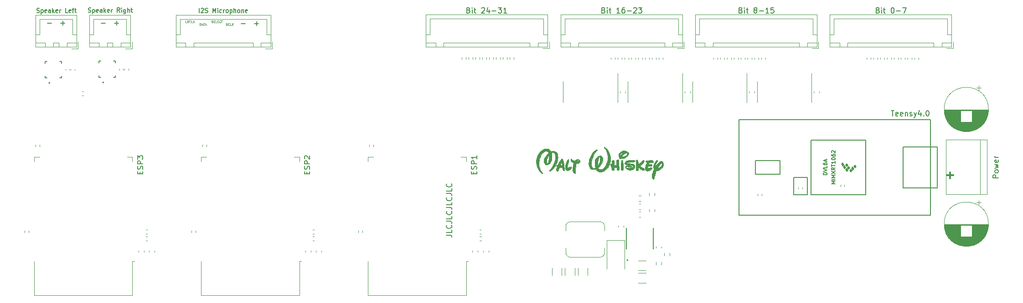
<source format=gbr>
%TF.GenerationSoftware,KiCad,Pcbnew,(6.0.0-0)*%
%TF.CreationDate,2022-02-05T17:25:56+01:00*%
%TF.ProjectId,Mega-Cube-Board,4d656761-2d43-4756-9265-2d426f617264,rev?*%
%TF.SameCoordinates,Original*%
%TF.FileFunction,Legend,Top*%
%TF.FilePolarity,Positive*%
%FSLAX46Y46*%
G04 Gerber Fmt 4.6, Leading zero omitted, Abs format (unit mm)*
G04 Created by KiCad (PCBNEW (6.0.0-0)) date 2022-02-05 17:25:56*
%MOMM*%
%LPD*%
G01*
G04 APERTURE LIST*
%ADD10C,0.150000*%
%ADD11C,0.100000*%
%ADD12C,0.300000*%
%ADD13C,0.010000*%
%ADD14C,0.120000*%
%ADD15C,0.127000*%
%ADD16C,0.200000*%
G04 APERTURE END LIST*
D10*
X-647680952Y-364171428D02*
X-646919047Y-364171428D01*
X-637680952Y-364171428D02*
X-636919047Y-364171428D01*
X-645180952Y-364171428D02*
X-644419047Y-364171428D01*
X-644800000Y-364552380D02*
X-644800000Y-363790476D01*
X-635180952Y-364171428D02*
X-634419047Y-364171428D01*
X-634800000Y-364552380D02*
X-634800000Y-363790476D01*
X-611680952Y-364271428D02*
X-610919047Y-364271428D01*
D11*
X-614333333Y-364371428D02*
X-614276190Y-364390476D01*
X-614257142Y-364409523D01*
X-614238095Y-364447619D01*
X-614238095Y-364504761D01*
X-614257142Y-364542857D01*
X-614276190Y-364561904D01*
X-614314285Y-364580952D01*
X-614466666Y-364580952D01*
X-614466666Y-364180952D01*
X-614333333Y-364180952D01*
X-614295238Y-364200000D01*
X-614276190Y-364219047D01*
X-614257142Y-364257142D01*
X-614257142Y-364295238D01*
X-614276190Y-364333333D01*
X-614295238Y-364352380D01*
X-614333333Y-364371428D01*
X-614466666Y-364371428D01*
X-613838095Y-364542857D02*
X-613857142Y-364561904D01*
X-613914285Y-364580952D01*
X-613952380Y-364580952D01*
X-614009523Y-364561904D01*
X-614047619Y-364523809D01*
X-614066666Y-364485714D01*
X-614085714Y-364409523D01*
X-614085714Y-364352380D01*
X-614066666Y-364276190D01*
X-614047619Y-364238095D01*
X-614009523Y-364200000D01*
X-613952380Y-364180952D01*
X-613914285Y-364180952D01*
X-613857142Y-364200000D01*
X-613838095Y-364219047D01*
X-613476190Y-364580952D02*
X-613666666Y-364580952D01*
X-613666666Y-364180952D01*
X-613342857Y-364580952D02*
X-613342857Y-364180952D01*
X-613114285Y-364580952D02*
X-613285714Y-364352380D01*
X-613114285Y-364180952D02*
X-613342857Y-364409523D01*
X-617190476Y-364061904D02*
X-617133333Y-364080952D01*
X-617038095Y-364080952D01*
X-617000000Y-364061904D01*
X-616980952Y-364042857D01*
X-616961904Y-364004761D01*
X-616961904Y-363966666D01*
X-616980952Y-363928571D01*
X-617000000Y-363909523D01*
X-617038095Y-363890476D01*
X-617114285Y-363871428D01*
X-617152380Y-363852380D01*
X-617171428Y-363833333D01*
X-617190476Y-363795238D01*
X-617190476Y-363757142D01*
X-617171428Y-363719047D01*
X-617152380Y-363700000D01*
X-617114285Y-363680952D01*
X-617019047Y-363680952D01*
X-616961904Y-363700000D01*
X-616790476Y-363871428D02*
X-616657142Y-363871428D01*
X-616600000Y-364080952D02*
X-616790476Y-364080952D01*
X-616790476Y-363680952D01*
X-616600000Y-363680952D01*
X-616238095Y-364080952D02*
X-616428571Y-364080952D01*
X-616428571Y-363680952D01*
X-616104761Y-363871428D02*
X-615971428Y-363871428D01*
X-615914285Y-364080952D02*
X-616104761Y-364080952D01*
X-616104761Y-363680952D01*
X-615914285Y-363680952D01*
X-615514285Y-364042857D02*
X-615533333Y-364061904D01*
X-615590476Y-364080952D01*
X-615628571Y-364080952D01*
X-615685714Y-364061904D01*
X-615723809Y-364023809D01*
X-615742857Y-363985714D01*
X-615761904Y-363909523D01*
X-615761904Y-363852380D01*
X-615742857Y-363776190D01*
X-615723809Y-363738095D01*
X-615685714Y-363700000D01*
X-615628571Y-363680952D01*
X-615590476Y-363680952D01*
X-615533333Y-363700000D01*
X-615514285Y-363719047D01*
X-615400000Y-363680952D02*
X-615171428Y-363680952D01*
X-615285714Y-364080952D02*
X-615285714Y-363680952D01*
X-619400000Y-364580952D02*
X-619400000Y-364180952D01*
X-619304761Y-364180952D01*
X-619247619Y-364200000D01*
X-619209523Y-364238095D01*
X-619190476Y-364276190D01*
X-619171428Y-364352380D01*
X-619171428Y-364409523D01*
X-619190476Y-364485714D01*
X-619209523Y-364523809D01*
X-619247619Y-364561904D01*
X-619304761Y-364580952D01*
X-619400000Y-364580952D01*
X-619019047Y-364466666D02*
X-618828571Y-364466666D01*
X-619057142Y-364580952D02*
X-618923809Y-364180952D01*
X-618790476Y-364580952D01*
X-618714285Y-364180952D02*
X-618485714Y-364180952D01*
X-618600000Y-364580952D02*
X-618600000Y-364180952D01*
X-618371428Y-364466666D02*
X-618180952Y-364466666D01*
X-618409523Y-364580952D02*
X-618276190Y-364180952D01*
X-618142857Y-364580952D01*
X-621838095Y-364080952D02*
X-622028571Y-364080952D01*
X-622028571Y-363680952D01*
X-621476190Y-364080952D02*
X-621609523Y-363890476D01*
X-621704761Y-364080952D02*
X-621704761Y-363680952D01*
X-621552380Y-363680952D01*
X-621514285Y-363700000D01*
X-621495238Y-363719047D01*
X-621476190Y-363757142D01*
X-621476190Y-363814285D01*
X-621495238Y-363852380D01*
X-621514285Y-363871428D01*
X-621552380Y-363890476D01*
X-621704761Y-363890476D01*
X-621076190Y-364042857D02*
X-621095238Y-364061904D01*
X-621152380Y-364080952D01*
X-621190476Y-364080952D01*
X-621247619Y-364061904D01*
X-621285714Y-364023809D01*
X-621304761Y-363985714D01*
X-621323809Y-363909523D01*
X-621323809Y-363852380D01*
X-621304761Y-363776190D01*
X-621285714Y-363738095D01*
X-621247619Y-363700000D01*
X-621190476Y-363680952D01*
X-621152380Y-363680952D01*
X-621095238Y-363700000D01*
X-621076190Y-363719047D01*
X-620714285Y-364080952D02*
X-620904761Y-364080952D01*
X-620904761Y-363680952D01*
X-620580952Y-364080952D02*
X-620580952Y-363680952D01*
X-620352380Y-364080952D02*
X-620523809Y-363852380D01*
X-620352380Y-363680952D02*
X-620580952Y-363909523D01*
D10*
X-609180952Y-364271428D02*
X-608419047Y-364271428D01*
X-608800000Y-364652380D02*
X-608800000Y-363890476D01*
X-573547619Y-403619047D02*
X-572833333Y-403619047D01*
X-572690476Y-403666666D01*
X-572595238Y-403761904D01*
X-572547619Y-403904761D01*
X-572547619Y-404000000D01*
X-572547619Y-402666666D02*
X-572547619Y-403142857D01*
X-573547619Y-403142857D01*
X-572642857Y-401761904D02*
X-572595238Y-401809523D01*
X-572547619Y-401952380D01*
X-572547619Y-402047619D01*
X-572595238Y-402190476D01*
X-572690476Y-402285714D01*
X-572785714Y-402333333D01*
X-572976190Y-402380952D01*
X-573119047Y-402380952D01*
X-573309523Y-402333333D01*
X-573404761Y-402285714D01*
X-573500000Y-402190476D01*
X-573547619Y-402047619D01*
X-573547619Y-401952380D01*
X-573500000Y-401809523D01*
X-573452380Y-401761904D01*
X-573547619Y-401047619D02*
X-572833333Y-401047619D01*
X-572690476Y-401095238D01*
X-572595238Y-401190476D01*
X-572547619Y-401333333D01*
X-572547619Y-401428571D01*
X-572547619Y-400095238D02*
X-572547619Y-400571428D01*
X-573547619Y-400571428D01*
X-572642857Y-399190476D02*
X-572595238Y-399238095D01*
X-572547619Y-399380952D01*
X-572547619Y-399476190D01*
X-572595238Y-399619047D01*
X-572690476Y-399714285D01*
X-572785714Y-399761904D01*
X-572976190Y-399809523D01*
X-573119047Y-399809523D01*
X-573309523Y-399761904D01*
X-573404761Y-399714285D01*
X-573500000Y-399619047D01*
X-573547619Y-399476190D01*
X-573547619Y-399380952D01*
X-573500000Y-399238095D01*
X-573452380Y-399190476D01*
X-573547619Y-398476190D02*
X-572833333Y-398476190D01*
X-572690476Y-398523809D01*
X-572595238Y-398619047D01*
X-572547619Y-398761904D01*
X-572547619Y-398857142D01*
X-572547619Y-397523809D02*
X-572547619Y-398000000D01*
X-573547619Y-398000000D01*
X-572642857Y-396619047D02*
X-572595238Y-396666666D01*
X-572547619Y-396809523D01*
X-572547619Y-396904761D01*
X-572595238Y-397047619D01*
X-572690476Y-397142857D01*
X-572785714Y-397190476D01*
X-572976190Y-397238095D01*
X-573119047Y-397238095D01*
X-573309523Y-397190476D01*
X-573404761Y-397142857D01*
X-573500000Y-397047619D01*
X-573547619Y-396904761D01*
X-573547619Y-396809523D01*
X-573500000Y-396666666D01*
X-573452380Y-396619047D01*
X-573547619Y-395904761D02*
X-572833333Y-395904761D01*
X-572690476Y-395952380D01*
X-572595238Y-396047619D01*
X-572547619Y-396190476D01*
X-572547619Y-396285714D01*
X-572547619Y-394952380D02*
X-572547619Y-395428571D01*
X-573547619Y-395428571D01*
X-572642857Y-394047619D02*
X-572595238Y-394095238D01*
X-572547619Y-394238095D01*
X-572547619Y-394333333D01*
X-572595238Y-394476190D01*
X-572690476Y-394571428D01*
X-572785714Y-394619047D01*
X-572976190Y-394666666D01*
X-573119047Y-394666666D01*
X-573309523Y-394619047D01*
X-573404761Y-394571428D01*
X-573500000Y-394476190D01*
X-573547619Y-394333333D01*
X-573547619Y-394238095D01*
X-573500000Y-394095238D01*
X-573452380Y-394047619D01*
D12*
X-480571428Y-392507142D02*
X-479428571Y-392507142D01*
X-480000000Y-393078571D02*
X-480000000Y-391935714D01*
D10*
%TO.C,J5*%
X-493404761Y-361778571D02*
X-493261904Y-361826190D01*
X-493214285Y-361873809D01*
X-493166666Y-361969047D01*
X-493166666Y-362111904D01*
X-493214285Y-362207142D01*
X-493261904Y-362254761D01*
X-493357142Y-362302380D01*
X-493738095Y-362302380D01*
X-493738095Y-361302380D01*
X-493404761Y-361302380D01*
X-493309523Y-361350000D01*
X-493261904Y-361397619D01*
X-493214285Y-361492857D01*
X-493214285Y-361588095D01*
X-493261904Y-361683333D01*
X-493309523Y-361730952D01*
X-493404761Y-361778571D01*
X-493738095Y-361778571D01*
X-492738095Y-362302380D02*
X-492738095Y-361635714D01*
X-492738095Y-361302380D02*
X-492785714Y-361350000D01*
X-492738095Y-361397619D01*
X-492690476Y-361350000D01*
X-492738095Y-361302380D01*
X-492738095Y-361397619D01*
X-492404761Y-361635714D02*
X-492023809Y-361635714D01*
X-492261904Y-361302380D02*
X-492261904Y-362159523D01*
X-492214285Y-362254761D01*
X-492119047Y-362302380D01*
X-492023809Y-362302380D01*
X-490738095Y-361302380D02*
X-490642857Y-361302380D01*
X-490547619Y-361350000D01*
X-490500000Y-361397619D01*
X-490452380Y-361492857D01*
X-490404761Y-361683333D01*
X-490404761Y-361921428D01*
X-490452380Y-362111904D01*
X-490500000Y-362207142D01*
X-490547619Y-362254761D01*
X-490642857Y-362302380D01*
X-490738095Y-362302380D01*
X-490833333Y-362254761D01*
X-490880952Y-362207142D01*
X-490928571Y-362111904D01*
X-490976190Y-361921428D01*
X-490976190Y-361683333D01*
X-490928571Y-361492857D01*
X-490880952Y-361397619D01*
X-490833333Y-361350000D01*
X-490738095Y-361302380D01*
X-489976190Y-361921428D02*
X-489214285Y-361921428D01*
X-488833333Y-361302380D02*
X-488166666Y-361302380D01*
X-488595238Y-362302380D01*
%TO.C,J8*%
X-569452142Y-361778571D02*
X-569309285Y-361826190D01*
X-569261666Y-361873809D01*
X-569214047Y-361969047D01*
X-569214047Y-362111904D01*
X-569261666Y-362207142D01*
X-569309285Y-362254761D01*
X-569404523Y-362302380D01*
X-569785476Y-362302380D01*
X-569785476Y-361302380D01*
X-569452142Y-361302380D01*
X-569356904Y-361350000D01*
X-569309285Y-361397619D01*
X-569261666Y-361492857D01*
X-569261666Y-361588095D01*
X-569309285Y-361683333D01*
X-569356904Y-361730952D01*
X-569452142Y-361778571D01*
X-569785476Y-361778571D01*
X-568785476Y-362302380D02*
X-568785476Y-361635714D01*
X-568785476Y-361302380D02*
X-568833095Y-361350000D01*
X-568785476Y-361397619D01*
X-568737857Y-361350000D01*
X-568785476Y-361302380D01*
X-568785476Y-361397619D01*
X-568452142Y-361635714D02*
X-568071190Y-361635714D01*
X-568309285Y-361302380D02*
X-568309285Y-362159523D01*
X-568261666Y-362254761D01*
X-568166428Y-362302380D01*
X-568071190Y-362302380D01*
X-567023571Y-361397619D02*
X-566975952Y-361350000D01*
X-566880714Y-361302380D01*
X-566642619Y-361302380D01*
X-566547380Y-361350000D01*
X-566499761Y-361397619D01*
X-566452142Y-361492857D01*
X-566452142Y-361588095D01*
X-566499761Y-361730952D01*
X-567071190Y-362302380D01*
X-566452142Y-362302380D01*
X-565595000Y-361635714D02*
X-565595000Y-362302380D01*
X-565833095Y-361254761D02*
X-566071190Y-361969047D01*
X-565452142Y-361969047D01*
X-565071190Y-361921428D02*
X-564309285Y-361921428D01*
X-563928333Y-361302380D02*
X-563309285Y-361302380D01*
X-563642619Y-361683333D01*
X-563499761Y-361683333D01*
X-563404523Y-361730952D01*
X-563356904Y-361778571D01*
X-563309285Y-361873809D01*
X-563309285Y-362111904D01*
X-563356904Y-362207142D01*
X-563404523Y-362254761D01*
X-563499761Y-362302380D01*
X-563785476Y-362302380D01*
X-563880714Y-362254761D01*
X-563928333Y-362207142D01*
X-562356904Y-362302380D02*
X-562928333Y-362302380D01*
X-562642619Y-362302380D02*
X-562642619Y-361302380D01*
X-562737857Y-361445238D01*
X-562833095Y-361540476D01*
X-562928333Y-361588095D01*
%TO.C,ESP2*%
X-599461428Y-392236666D02*
X-599461428Y-391903333D01*
X-598937619Y-391760476D02*
X-598937619Y-392236666D01*
X-599937619Y-392236666D01*
X-599937619Y-391760476D01*
X-598985238Y-391379523D02*
X-598937619Y-391236666D01*
X-598937619Y-390998571D01*
X-598985238Y-390903333D01*
X-599032857Y-390855714D01*
X-599128095Y-390808095D01*
X-599223333Y-390808095D01*
X-599318571Y-390855714D01*
X-599366190Y-390903333D01*
X-599413809Y-390998571D01*
X-599461428Y-391189047D01*
X-599509047Y-391284285D01*
X-599556666Y-391331904D01*
X-599651904Y-391379523D01*
X-599747142Y-391379523D01*
X-599842380Y-391331904D01*
X-599890000Y-391284285D01*
X-599937619Y-391189047D01*
X-599937619Y-390950952D01*
X-599890000Y-390808095D01*
X-598937619Y-390379523D02*
X-599937619Y-390379523D01*
X-599937619Y-389998571D01*
X-599890000Y-389903333D01*
X-599842380Y-389855714D01*
X-599747142Y-389808095D01*
X-599604285Y-389808095D01*
X-599509047Y-389855714D01*
X-599461428Y-389903333D01*
X-599413809Y-389998571D01*
X-599413809Y-390379523D01*
X-599842380Y-389427142D02*
X-599890000Y-389379523D01*
X-599937619Y-389284285D01*
X-599937619Y-389046190D01*
X-599890000Y-388950952D01*
X-599842380Y-388903333D01*
X-599747142Y-388855714D01*
X-599651904Y-388855714D01*
X-599509047Y-388903333D01*
X-598937619Y-389474761D01*
X-598937619Y-388855714D01*
%TO.C,Teensy4.0*%
X-490971428Y-380452380D02*
X-490400000Y-380452380D01*
X-490685714Y-381452380D02*
X-490685714Y-380452380D01*
X-489685714Y-381404761D02*
X-489780952Y-381452380D01*
X-489971428Y-381452380D01*
X-490066666Y-381404761D01*
X-490114285Y-381309523D01*
X-490114285Y-380928571D01*
X-490066666Y-380833333D01*
X-489971428Y-380785714D01*
X-489780952Y-380785714D01*
X-489685714Y-380833333D01*
X-489638095Y-380928571D01*
X-489638095Y-381023809D01*
X-490114285Y-381119047D01*
X-488828571Y-381404761D02*
X-488923809Y-381452380D01*
X-489114285Y-381452380D01*
X-489209523Y-381404761D01*
X-489257142Y-381309523D01*
X-489257142Y-380928571D01*
X-489209523Y-380833333D01*
X-489114285Y-380785714D01*
X-488923809Y-380785714D01*
X-488828571Y-380833333D01*
X-488780952Y-380928571D01*
X-488780952Y-381023809D01*
X-489257142Y-381119047D01*
X-488352380Y-380785714D02*
X-488352380Y-381452380D01*
X-488352380Y-380880952D02*
X-488304761Y-380833333D01*
X-488209523Y-380785714D01*
X-488066666Y-380785714D01*
X-487971428Y-380833333D01*
X-487923809Y-380928571D01*
X-487923809Y-381452380D01*
X-487495238Y-381404761D02*
X-487400000Y-381452380D01*
X-487209523Y-381452380D01*
X-487114285Y-381404761D01*
X-487066666Y-381309523D01*
X-487066666Y-381261904D01*
X-487114285Y-381166666D01*
X-487209523Y-381119047D01*
X-487352380Y-381119047D01*
X-487447619Y-381071428D01*
X-487495238Y-380976190D01*
X-487495238Y-380928571D01*
X-487447619Y-380833333D01*
X-487352380Y-380785714D01*
X-487209523Y-380785714D01*
X-487114285Y-380833333D01*
X-486733333Y-380785714D02*
X-486495238Y-381452380D01*
X-486257142Y-380785714D02*
X-486495238Y-381452380D01*
X-486590476Y-381690476D01*
X-486638095Y-381738095D01*
X-486733333Y-381785714D01*
X-485447619Y-380785714D02*
X-485447619Y-381452380D01*
X-485685714Y-380404761D02*
X-485923809Y-381119047D01*
X-485304761Y-381119047D01*
X-484923809Y-381357142D02*
X-484876190Y-381404761D01*
X-484923809Y-381452380D01*
X-484971428Y-381404761D01*
X-484923809Y-381357142D01*
X-484923809Y-381452380D01*
X-484257142Y-380452380D02*
X-484161904Y-380452380D01*
X-484066666Y-380500000D01*
X-484019047Y-380547619D01*
X-483971428Y-380642857D01*
X-483923809Y-380833333D01*
X-483923809Y-381071428D01*
X-483971428Y-381261904D01*
X-484019047Y-381357142D01*
X-484066666Y-381404761D01*
X-484161904Y-381452380D01*
X-484257142Y-381452380D01*
X-484352380Y-381404761D01*
X-484400000Y-381357142D01*
X-484447619Y-381261904D01*
X-484495238Y-381071428D01*
X-484495238Y-380833333D01*
X-484447619Y-380642857D01*
X-484400000Y-380547619D01*
X-484352380Y-380500000D01*
X-484257142Y-380452380D01*
X-501337333Y-394083333D02*
X-502037333Y-394083333D01*
X-501537333Y-393850000D01*
X-502037333Y-393616666D01*
X-501337333Y-393616666D01*
X-501337333Y-393283333D02*
X-502037333Y-393283333D01*
X-501337333Y-392950000D02*
X-502037333Y-392950000D01*
X-501537333Y-392716666D01*
X-502037333Y-392483333D01*
X-501337333Y-392483333D01*
X-502037333Y-392216666D02*
X-501337333Y-391750000D01*
X-502037333Y-391750000D02*
X-501337333Y-392216666D01*
X-501337333Y-391083333D02*
X-501670666Y-391316666D01*
X-501337333Y-391483333D02*
X-502037333Y-391483333D01*
X-502037333Y-391216666D01*
X-502004000Y-391150000D01*
X-501970666Y-391116666D01*
X-501904000Y-391083333D01*
X-501804000Y-391083333D01*
X-501737333Y-391116666D01*
X-501704000Y-391150000D01*
X-501670666Y-391216666D01*
X-501670666Y-391483333D01*
X-502037333Y-390883333D02*
X-502037333Y-390483333D01*
X-501337333Y-390683333D02*
X-502037333Y-390683333D01*
X-501337333Y-389883333D02*
X-501337333Y-390283333D01*
X-501337333Y-390083333D02*
X-502037333Y-390083333D01*
X-501937333Y-390150000D01*
X-501870666Y-390216666D01*
X-501837333Y-390283333D01*
X-502037333Y-389450000D02*
X-502037333Y-389383333D01*
X-502004000Y-389316666D01*
X-501970666Y-389283333D01*
X-501904000Y-389250000D01*
X-501770666Y-389216666D01*
X-501604000Y-389216666D01*
X-501470666Y-389250000D01*
X-501404000Y-389283333D01*
X-501370666Y-389316666D01*
X-501337333Y-389383333D01*
X-501337333Y-389450000D01*
X-501370666Y-389516666D01*
X-501404000Y-389550000D01*
X-501470666Y-389583333D01*
X-501604000Y-389616666D01*
X-501770666Y-389616666D01*
X-501904000Y-389583333D01*
X-501970666Y-389550000D01*
X-502004000Y-389516666D01*
X-502037333Y-389450000D01*
X-502037333Y-388616666D02*
X-502037333Y-388750000D01*
X-502004000Y-388816666D01*
X-501970666Y-388850000D01*
X-501870666Y-388916666D01*
X-501737333Y-388950000D01*
X-501470666Y-388950000D01*
X-501404000Y-388916666D01*
X-501370666Y-388883333D01*
X-501337333Y-388816666D01*
X-501337333Y-388683333D01*
X-501370666Y-388616666D01*
X-501404000Y-388583333D01*
X-501470666Y-388550000D01*
X-501637333Y-388550000D01*
X-501704000Y-388583333D01*
X-501737333Y-388616666D01*
X-501770666Y-388683333D01*
X-501770666Y-388816666D01*
X-501737333Y-388883333D01*
X-501704000Y-388916666D01*
X-501637333Y-388950000D01*
X-501970666Y-388283333D02*
X-502004000Y-388250000D01*
X-502037333Y-388183333D01*
X-502037333Y-388016666D01*
X-502004000Y-387950000D01*
X-501970666Y-387916666D01*
X-501904000Y-387883333D01*
X-501837333Y-387883333D01*
X-501737333Y-387916666D01*
X-501337333Y-388316666D01*
X-501337333Y-387883333D01*
X-502861333Y-392400000D02*
X-503561333Y-392400000D01*
X-503561333Y-392233333D01*
X-503528000Y-392133333D01*
X-503461333Y-392066666D01*
X-503394666Y-392033333D01*
X-503261333Y-392000000D01*
X-503161333Y-392000000D01*
X-503028000Y-392033333D01*
X-502961333Y-392066666D01*
X-502894666Y-392133333D01*
X-502861333Y-392233333D01*
X-502861333Y-392400000D01*
X-503561333Y-391800000D02*
X-502861333Y-391566666D01*
X-503561333Y-391333333D01*
X-502861333Y-390766666D02*
X-502861333Y-391100000D01*
X-503561333Y-391100000D01*
X-503561333Y-390233333D02*
X-503561333Y-390366666D01*
X-503528000Y-390433333D01*
X-503494666Y-390466666D01*
X-503394666Y-390533333D01*
X-503261333Y-390566666D01*
X-502994666Y-390566666D01*
X-502928000Y-390533333D01*
X-502894666Y-390500000D01*
X-502861333Y-390433333D01*
X-502861333Y-390300000D01*
X-502894666Y-390233333D01*
X-502928000Y-390200000D01*
X-502994666Y-390166666D01*
X-503161333Y-390166666D01*
X-503228000Y-390200000D01*
X-503261333Y-390233333D01*
X-503294666Y-390300000D01*
X-503294666Y-390433333D01*
X-503261333Y-390500000D01*
X-503228000Y-390533333D01*
X-503161333Y-390566666D01*
X-503061333Y-389900000D02*
X-503061333Y-389566666D01*
X-502861333Y-389966666D02*
X-503561333Y-389733333D01*
X-502861333Y-389500000D01*
%TO.C,J7*%
X-518880952Y-361778571D02*
X-518738095Y-361826190D01*
X-518690476Y-361873809D01*
X-518642857Y-361969047D01*
X-518642857Y-362111904D01*
X-518690476Y-362207142D01*
X-518738095Y-362254761D01*
X-518833333Y-362302380D01*
X-519214285Y-362302380D01*
X-519214285Y-361302380D01*
X-518880952Y-361302380D01*
X-518785714Y-361350000D01*
X-518738095Y-361397619D01*
X-518690476Y-361492857D01*
X-518690476Y-361588095D01*
X-518738095Y-361683333D01*
X-518785714Y-361730952D01*
X-518880952Y-361778571D01*
X-519214285Y-361778571D01*
X-518214285Y-362302380D02*
X-518214285Y-361635714D01*
X-518214285Y-361302380D02*
X-518261904Y-361350000D01*
X-518214285Y-361397619D01*
X-518166666Y-361350000D01*
X-518214285Y-361302380D01*
X-518214285Y-361397619D01*
X-517880952Y-361635714D02*
X-517500000Y-361635714D01*
X-517738095Y-361302380D02*
X-517738095Y-362159523D01*
X-517690476Y-362254761D01*
X-517595238Y-362302380D01*
X-517500000Y-362302380D01*
X-516261904Y-361730952D02*
X-516357142Y-361683333D01*
X-516404761Y-361635714D01*
X-516452380Y-361540476D01*
X-516452380Y-361492857D01*
X-516404761Y-361397619D01*
X-516357142Y-361350000D01*
X-516261904Y-361302380D01*
X-516071428Y-361302380D01*
X-515976190Y-361350000D01*
X-515928571Y-361397619D01*
X-515880952Y-361492857D01*
X-515880952Y-361540476D01*
X-515928571Y-361635714D01*
X-515976190Y-361683333D01*
X-516071428Y-361730952D01*
X-516261904Y-361730952D01*
X-516357142Y-361778571D01*
X-516404761Y-361826190D01*
X-516452380Y-361921428D01*
X-516452380Y-362111904D01*
X-516404761Y-362207142D01*
X-516357142Y-362254761D01*
X-516261904Y-362302380D01*
X-516071428Y-362302380D01*
X-515976190Y-362254761D01*
X-515928571Y-362207142D01*
X-515880952Y-362111904D01*
X-515880952Y-361921428D01*
X-515928571Y-361826190D01*
X-515976190Y-361778571D01*
X-516071428Y-361730952D01*
X-515452380Y-361921428D02*
X-514690476Y-361921428D01*
X-513690476Y-362302380D02*
X-514261904Y-362302380D01*
X-513976190Y-362302380D02*
X-513976190Y-361302380D01*
X-514071428Y-361445238D01*
X-514166666Y-361540476D01*
X-514261904Y-361588095D01*
X-512785714Y-361302380D02*
X-513261904Y-361302380D01*
X-513309523Y-361778571D01*
X-513261904Y-361730952D01*
X-513166666Y-361683333D01*
X-512928571Y-361683333D01*
X-512833333Y-361730952D01*
X-512785714Y-361778571D01*
X-512738095Y-361873809D01*
X-512738095Y-362111904D01*
X-512785714Y-362207142D01*
X-512833333Y-362254761D01*
X-512928571Y-362302380D01*
X-513166666Y-362302380D01*
X-513261904Y-362254761D01*
X-513309523Y-362207142D01*
%TO.C,J4*%
X-619457142Y-362211904D02*
X-619457142Y-361411904D01*
X-619114285Y-361488095D02*
X-619076190Y-361450000D01*
X-619000000Y-361411904D01*
X-618809523Y-361411904D01*
X-618733333Y-361450000D01*
X-618695238Y-361488095D01*
X-618657142Y-361564285D01*
X-618657142Y-361640476D01*
X-618695238Y-361754761D01*
X-619152380Y-362211904D01*
X-618657142Y-362211904D01*
X-618352380Y-362173809D02*
X-618238095Y-362211904D01*
X-618047619Y-362211904D01*
X-617971428Y-362173809D01*
X-617933333Y-362135714D01*
X-617895238Y-362059523D01*
X-617895238Y-361983333D01*
X-617933333Y-361907142D01*
X-617971428Y-361869047D01*
X-618047619Y-361830952D01*
X-618200000Y-361792857D01*
X-618276190Y-361754761D01*
X-618314285Y-361716666D01*
X-618352380Y-361640476D01*
X-618352380Y-361564285D01*
X-618314285Y-361488095D01*
X-618276190Y-361450000D01*
X-618200000Y-361411904D01*
X-618009523Y-361411904D01*
X-617895238Y-361450000D01*
X-616942857Y-362211904D02*
X-616942857Y-361411904D01*
X-616676190Y-361983333D01*
X-616409523Y-361411904D01*
X-616409523Y-362211904D01*
X-616028571Y-362211904D02*
X-616028571Y-361678571D01*
X-616028571Y-361411904D02*
X-616066666Y-361450000D01*
X-616028571Y-361488095D01*
X-615990476Y-361450000D01*
X-616028571Y-361411904D01*
X-616028571Y-361488095D01*
X-615304761Y-362173809D02*
X-615380952Y-362211904D01*
X-615533333Y-362211904D01*
X-615609523Y-362173809D01*
X-615647619Y-362135714D01*
X-615685714Y-362059523D01*
X-615685714Y-361830952D01*
X-615647619Y-361754761D01*
X-615609523Y-361716666D01*
X-615533333Y-361678571D01*
X-615380952Y-361678571D01*
X-615304761Y-361716666D01*
X-614961904Y-362211904D02*
X-614961904Y-361678571D01*
X-614961904Y-361830952D02*
X-614923809Y-361754761D01*
X-614885714Y-361716666D01*
X-614809523Y-361678571D01*
X-614733333Y-361678571D01*
X-614352380Y-362211904D02*
X-614428571Y-362173809D01*
X-614466666Y-362135714D01*
X-614504761Y-362059523D01*
X-614504761Y-361830952D01*
X-614466666Y-361754761D01*
X-614428571Y-361716666D01*
X-614352380Y-361678571D01*
X-614238095Y-361678571D01*
X-614161904Y-361716666D01*
X-614123809Y-361754761D01*
X-614085714Y-361830952D01*
X-614085714Y-362059523D01*
X-614123809Y-362135714D01*
X-614161904Y-362173809D01*
X-614238095Y-362211904D01*
X-614352380Y-362211904D01*
X-613742857Y-361678571D02*
X-613742857Y-362478571D01*
X-613742857Y-361716666D02*
X-613666666Y-361678571D01*
X-613514285Y-361678571D01*
X-613438095Y-361716666D01*
X-613400000Y-361754761D01*
X-613361904Y-361830952D01*
X-613361904Y-362059523D01*
X-613400000Y-362135714D01*
X-613438095Y-362173809D01*
X-613514285Y-362211904D01*
X-613666666Y-362211904D01*
X-613742857Y-362173809D01*
X-613019047Y-362211904D02*
X-613019047Y-361411904D01*
X-612676190Y-362211904D02*
X-612676190Y-361792857D01*
X-612714285Y-361716666D01*
X-612790476Y-361678571D01*
X-612904761Y-361678571D01*
X-612980952Y-361716666D01*
X-613019047Y-361754761D01*
X-612180952Y-362211904D02*
X-612257142Y-362173809D01*
X-612295238Y-362135714D01*
X-612333333Y-362059523D01*
X-612333333Y-361830952D01*
X-612295238Y-361754761D01*
X-612257142Y-361716666D01*
X-612180952Y-361678571D01*
X-612066666Y-361678571D01*
X-611990476Y-361716666D01*
X-611952380Y-361754761D01*
X-611914285Y-361830952D01*
X-611914285Y-362059523D01*
X-611952380Y-362135714D01*
X-611990476Y-362173809D01*
X-612066666Y-362211904D01*
X-612180952Y-362211904D01*
X-611571428Y-361678571D02*
X-611571428Y-362211904D01*
X-611571428Y-361754761D02*
X-611533333Y-361716666D01*
X-611457142Y-361678571D01*
X-611342857Y-361678571D01*
X-611266666Y-361716666D01*
X-611228571Y-361792857D01*
X-611228571Y-362211904D01*
X-610542857Y-362173809D02*
X-610619047Y-362211904D01*
X-610771428Y-362211904D01*
X-610847619Y-362173809D01*
X-610885714Y-362097619D01*
X-610885714Y-361792857D01*
X-610847619Y-361716666D01*
X-610771428Y-361678571D01*
X-610619047Y-361678571D01*
X-610542857Y-361716666D01*
X-610504761Y-361792857D01*
X-610504761Y-361869047D01*
X-610885714Y-361945238D01*
%TO.C,ESP3*%
X-630461428Y-392236666D02*
X-630461428Y-391903333D01*
X-629937619Y-391760476D02*
X-629937619Y-392236666D01*
X-630937619Y-392236666D01*
X-630937619Y-391760476D01*
X-629985238Y-391379523D02*
X-629937619Y-391236666D01*
X-629937619Y-390998571D01*
X-629985238Y-390903333D01*
X-630032857Y-390855714D01*
X-630128095Y-390808095D01*
X-630223333Y-390808095D01*
X-630318571Y-390855714D01*
X-630366190Y-390903333D01*
X-630413809Y-390998571D01*
X-630461428Y-391189047D01*
X-630509047Y-391284285D01*
X-630556666Y-391331904D01*
X-630651904Y-391379523D01*
X-630747142Y-391379523D01*
X-630842380Y-391331904D01*
X-630890000Y-391284285D01*
X-630937619Y-391189047D01*
X-630937619Y-390950952D01*
X-630890000Y-390808095D01*
X-629937619Y-390379523D02*
X-630937619Y-390379523D01*
X-630937619Y-389998571D01*
X-630890000Y-389903333D01*
X-630842380Y-389855714D01*
X-630747142Y-389808095D01*
X-630604285Y-389808095D01*
X-630509047Y-389855714D01*
X-630461428Y-389903333D01*
X-630413809Y-389998571D01*
X-630413809Y-390379523D01*
X-630937619Y-389474761D02*
X-630937619Y-388855714D01*
X-630556666Y-389189047D01*
X-630556666Y-389046190D01*
X-630509047Y-388950952D01*
X-630461428Y-388903333D01*
X-630366190Y-388855714D01*
X-630128095Y-388855714D01*
X-630032857Y-388903333D01*
X-629985238Y-388950952D01*
X-629937619Y-389046190D01*
X-629937619Y-389331904D01*
X-629985238Y-389427142D01*
X-630032857Y-389474761D01*
%TO.C,J1*%
X-471047619Y-392976190D02*
X-472047619Y-392976190D01*
X-472047619Y-392595238D01*
X-472000000Y-392500000D01*
X-471952380Y-392452380D01*
X-471857142Y-392404761D01*
X-471714285Y-392404761D01*
X-471619047Y-392452380D01*
X-471571428Y-392500000D01*
X-471523809Y-392595238D01*
X-471523809Y-392976190D01*
X-471047619Y-391833333D02*
X-471095238Y-391928571D01*
X-471142857Y-391976190D01*
X-471238095Y-392023809D01*
X-471523809Y-392023809D01*
X-471619047Y-391976190D01*
X-471666666Y-391928571D01*
X-471714285Y-391833333D01*
X-471714285Y-391690476D01*
X-471666666Y-391595238D01*
X-471619047Y-391547619D01*
X-471523809Y-391500000D01*
X-471238095Y-391500000D01*
X-471142857Y-391547619D01*
X-471095238Y-391595238D01*
X-471047619Y-391690476D01*
X-471047619Y-391833333D01*
X-471714285Y-391166666D02*
X-471047619Y-390976190D01*
X-471523809Y-390785714D01*
X-471047619Y-390595238D01*
X-471714285Y-390404761D01*
X-471095238Y-389642857D02*
X-471047619Y-389738095D01*
X-471047619Y-389928571D01*
X-471095238Y-390023809D01*
X-471190476Y-390071428D01*
X-471571428Y-390071428D01*
X-471666666Y-390023809D01*
X-471714285Y-389928571D01*
X-471714285Y-389738095D01*
X-471666666Y-389642857D01*
X-471571428Y-389595238D01*
X-471476190Y-389595238D01*
X-471380952Y-390071428D01*
X-471047619Y-389166666D02*
X-471714285Y-389166666D01*
X-471523809Y-389166666D02*
X-471619047Y-389119047D01*
X-471666666Y-389071428D01*
X-471714285Y-388976190D01*
X-471714285Y-388880952D01*
%TO.C,J3*%
X-640057142Y-362123809D02*
X-639942857Y-362161904D01*
X-639752380Y-362161904D01*
X-639676190Y-362123809D01*
X-639638095Y-362085714D01*
X-639600000Y-362009523D01*
X-639600000Y-361933333D01*
X-639638095Y-361857142D01*
X-639676190Y-361819047D01*
X-639752380Y-361780952D01*
X-639904761Y-361742857D01*
X-639980952Y-361704761D01*
X-640019047Y-361666666D01*
X-640057142Y-361590476D01*
X-640057142Y-361514285D01*
X-640019047Y-361438095D01*
X-639980952Y-361400000D01*
X-639904761Y-361361904D01*
X-639714285Y-361361904D01*
X-639600000Y-361400000D01*
X-639257142Y-361628571D02*
X-639257142Y-362428571D01*
X-639257142Y-361666666D02*
X-639180952Y-361628571D01*
X-639028571Y-361628571D01*
X-638952380Y-361666666D01*
X-638914285Y-361704761D01*
X-638876190Y-361780952D01*
X-638876190Y-362009523D01*
X-638914285Y-362085714D01*
X-638952380Y-362123809D01*
X-639028571Y-362161904D01*
X-639180952Y-362161904D01*
X-639257142Y-362123809D01*
X-638228571Y-362123809D02*
X-638304761Y-362161904D01*
X-638457142Y-362161904D01*
X-638533333Y-362123809D01*
X-638571428Y-362047619D01*
X-638571428Y-361742857D01*
X-638533333Y-361666666D01*
X-638457142Y-361628571D01*
X-638304761Y-361628571D01*
X-638228571Y-361666666D01*
X-638190476Y-361742857D01*
X-638190476Y-361819047D01*
X-638571428Y-361895238D01*
X-637504761Y-362161904D02*
X-637504761Y-361742857D01*
X-637542857Y-361666666D01*
X-637619047Y-361628571D01*
X-637771428Y-361628571D01*
X-637847619Y-361666666D01*
X-637504761Y-362123809D02*
X-637580952Y-362161904D01*
X-637771428Y-362161904D01*
X-637847619Y-362123809D01*
X-637885714Y-362047619D01*
X-637885714Y-361971428D01*
X-637847619Y-361895238D01*
X-637771428Y-361857142D01*
X-637580952Y-361857142D01*
X-637504761Y-361819047D01*
X-637123809Y-362161904D02*
X-637123809Y-361361904D01*
X-637047619Y-361857142D02*
X-636819047Y-362161904D01*
X-636819047Y-361628571D02*
X-637123809Y-361933333D01*
X-636171428Y-362123809D02*
X-636247619Y-362161904D01*
X-636400000Y-362161904D01*
X-636476190Y-362123809D01*
X-636514285Y-362047619D01*
X-636514285Y-361742857D01*
X-636476190Y-361666666D01*
X-636400000Y-361628571D01*
X-636247619Y-361628571D01*
X-636171428Y-361666666D01*
X-636133333Y-361742857D01*
X-636133333Y-361819047D01*
X-636514285Y-361895238D01*
X-635790476Y-362161904D02*
X-635790476Y-361628571D01*
X-635790476Y-361780952D02*
X-635752380Y-361704761D01*
X-635714285Y-361666666D01*
X-635638095Y-361628571D01*
X-635561904Y-361628571D01*
X-634228571Y-362161904D02*
X-634495238Y-361780952D01*
X-634685714Y-362161904D02*
X-634685714Y-361361904D01*
X-634380952Y-361361904D01*
X-634304761Y-361400000D01*
X-634266666Y-361438095D01*
X-634228571Y-361514285D01*
X-634228571Y-361628571D01*
X-634266666Y-361704761D01*
X-634304761Y-361742857D01*
X-634380952Y-361780952D01*
X-634685714Y-361780952D01*
X-633885714Y-362161904D02*
X-633885714Y-361628571D01*
X-633885714Y-361361904D02*
X-633923809Y-361400000D01*
X-633885714Y-361438095D01*
X-633847619Y-361400000D01*
X-633885714Y-361361904D01*
X-633885714Y-361438095D01*
X-633161904Y-361628571D02*
X-633161904Y-362276190D01*
X-633200000Y-362352380D01*
X-633238095Y-362390476D01*
X-633314285Y-362428571D01*
X-633428571Y-362428571D01*
X-633504761Y-362390476D01*
X-633161904Y-362123809D02*
X-633238095Y-362161904D01*
X-633390476Y-362161904D01*
X-633466666Y-362123809D01*
X-633504761Y-362085714D01*
X-633542857Y-362009523D01*
X-633542857Y-361780952D01*
X-633504761Y-361704761D01*
X-633466666Y-361666666D01*
X-633390476Y-361628571D01*
X-633238095Y-361628571D01*
X-633161904Y-361666666D01*
X-632780952Y-362161904D02*
X-632780952Y-361361904D01*
X-632438095Y-362161904D02*
X-632438095Y-361742857D01*
X-632476190Y-361666666D01*
X-632552380Y-361628571D01*
X-632666666Y-361628571D01*
X-632742857Y-361666666D01*
X-632780952Y-361704761D01*
X-632171428Y-361628571D02*
X-631866666Y-361628571D01*
X-632057142Y-361361904D02*
X-632057142Y-362047619D01*
X-632019047Y-362123809D01*
X-631942857Y-362161904D01*
X-631866666Y-362161904D01*
%TO.C,ESP1*%
X-568461428Y-392236666D02*
X-568461428Y-391903333D01*
X-567937619Y-391760476D02*
X-567937619Y-392236666D01*
X-568937619Y-392236666D01*
X-568937619Y-391760476D01*
X-567985238Y-391379523D02*
X-567937619Y-391236666D01*
X-567937619Y-390998571D01*
X-567985238Y-390903333D01*
X-568032857Y-390855714D01*
X-568128095Y-390808095D01*
X-568223333Y-390808095D01*
X-568318571Y-390855714D01*
X-568366190Y-390903333D01*
X-568413809Y-390998571D01*
X-568461428Y-391189047D01*
X-568509047Y-391284285D01*
X-568556666Y-391331904D01*
X-568651904Y-391379523D01*
X-568747142Y-391379523D01*
X-568842380Y-391331904D01*
X-568890000Y-391284285D01*
X-568937619Y-391189047D01*
X-568937619Y-390950952D01*
X-568890000Y-390808095D01*
X-567937619Y-390379523D02*
X-568937619Y-390379523D01*
X-568937619Y-389998571D01*
X-568890000Y-389903333D01*
X-568842380Y-389855714D01*
X-568747142Y-389808095D01*
X-568604285Y-389808095D01*
X-568509047Y-389855714D01*
X-568461428Y-389903333D01*
X-568413809Y-389998571D01*
X-568413809Y-390379523D01*
X-567937619Y-388855714D02*
X-567937619Y-389427142D01*
X-567937619Y-389141428D02*
X-568937619Y-389141428D01*
X-568794761Y-389236666D01*
X-568699523Y-389331904D01*
X-568651904Y-389427142D01*
%TO.C,J6*%
X-544357142Y-361778571D02*
X-544214285Y-361826190D01*
X-544166666Y-361873809D01*
X-544119047Y-361969047D01*
X-544119047Y-362111904D01*
X-544166666Y-362207142D01*
X-544214285Y-362254761D01*
X-544309523Y-362302380D01*
X-544690476Y-362302380D01*
X-544690476Y-361302380D01*
X-544357142Y-361302380D01*
X-544261904Y-361350000D01*
X-544214285Y-361397619D01*
X-544166666Y-361492857D01*
X-544166666Y-361588095D01*
X-544214285Y-361683333D01*
X-544261904Y-361730952D01*
X-544357142Y-361778571D01*
X-544690476Y-361778571D01*
X-543690476Y-362302380D02*
X-543690476Y-361635714D01*
X-543690476Y-361302380D02*
X-543738095Y-361350000D01*
X-543690476Y-361397619D01*
X-543642857Y-361350000D01*
X-543690476Y-361302380D01*
X-543690476Y-361397619D01*
X-543357142Y-361635714D02*
X-542976190Y-361635714D01*
X-543214285Y-361302380D02*
X-543214285Y-362159523D01*
X-543166666Y-362254761D01*
X-543071428Y-362302380D01*
X-542976190Y-362302380D01*
X-541357142Y-362302380D02*
X-541928571Y-362302380D01*
X-541642857Y-362302380D02*
X-541642857Y-361302380D01*
X-541738095Y-361445238D01*
X-541833333Y-361540476D01*
X-541928571Y-361588095D01*
X-540500000Y-361302380D02*
X-540690476Y-361302380D01*
X-540785714Y-361350000D01*
X-540833333Y-361397619D01*
X-540928571Y-361540476D01*
X-540976190Y-361730952D01*
X-540976190Y-362111904D01*
X-540928571Y-362207142D01*
X-540880952Y-362254761D01*
X-540785714Y-362302380D01*
X-540595238Y-362302380D01*
X-540500000Y-362254761D01*
X-540452380Y-362207142D01*
X-540404761Y-362111904D01*
X-540404761Y-361873809D01*
X-540452380Y-361778571D01*
X-540500000Y-361730952D01*
X-540595238Y-361683333D01*
X-540785714Y-361683333D01*
X-540880952Y-361730952D01*
X-540928571Y-361778571D01*
X-540976190Y-361873809D01*
X-539976190Y-361921428D02*
X-539214285Y-361921428D01*
X-538785714Y-361397619D02*
X-538738095Y-361350000D01*
X-538642857Y-361302380D01*
X-538404761Y-361302380D01*
X-538309523Y-361350000D01*
X-538261904Y-361397619D01*
X-538214285Y-361492857D01*
X-538214285Y-361588095D01*
X-538261904Y-361730952D01*
X-538833333Y-362302380D01*
X-538214285Y-362302380D01*
X-537880952Y-361302380D02*
X-537261904Y-361302380D01*
X-537595238Y-361683333D01*
X-537452380Y-361683333D01*
X-537357142Y-361730952D01*
X-537309523Y-361778571D01*
X-537261904Y-361873809D01*
X-537261904Y-362111904D01*
X-537309523Y-362207142D01*
X-537357142Y-362254761D01*
X-537452380Y-362302380D01*
X-537738095Y-362302380D01*
X-537833333Y-362254761D01*
X-537880952Y-362207142D01*
%TO.C,J2*%
X-649638095Y-362173809D02*
X-649523809Y-362211904D01*
X-649333333Y-362211904D01*
X-649257142Y-362173809D01*
X-649219047Y-362135714D01*
X-649180952Y-362059523D01*
X-649180952Y-361983333D01*
X-649219047Y-361907142D01*
X-649257142Y-361869047D01*
X-649333333Y-361830952D01*
X-649485714Y-361792857D01*
X-649561904Y-361754761D01*
X-649600000Y-361716666D01*
X-649638095Y-361640476D01*
X-649638095Y-361564285D01*
X-649600000Y-361488095D01*
X-649561904Y-361450000D01*
X-649485714Y-361411904D01*
X-649295238Y-361411904D01*
X-649180952Y-361450000D01*
X-648838095Y-361678571D02*
X-648838095Y-362478571D01*
X-648838095Y-361716666D02*
X-648761904Y-361678571D01*
X-648609523Y-361678571D01*
X-648533333Y-361716666D01*
X-648495238Y-361754761D01*
X-648457142Y-361830952D01*
X-648457142Y-362059523D01*
X-648495238Y-362135714D01*
X-648533333Y-362173809D01*
X-648609523Y-362211904D01*
X-648761904Y-362211904D01*
X-648838095Y-362173809D01*
X-647809523Y-362173809D02*
X-647885714Y-362211904D01*
X-648038095Y-362211904D01*
X-648114285Y-362173809D01*
X-648152380Y-362097619D01*
X-648152380Y-361792857D01*
X-648114285Y-361716666D01*
X-648038095Y-361678571D01*
X-647885714Y-361678571D01*
X-647809523Y-361716666D01*
X-647771428Y-361792857D01*
X-647771428Y-361869047D01*
X-648152380Y-361945238D01*
X-647085714Y-362211904D02*
X-647085714Y-361792857D01*
X-647123809Y-361716666D01*
X-647200000Y-361678571D01*
X-647352380Y-361678571D01*
X-647428571Y-361716666D01*
X-647085714Y-362173809D02*
X-647161904Y-362211904D01*
X-647352380Y-362211904D01*
X-647428571Y-362173809D01*
X-647466666Y-362097619D01*
X-647466666Y-362021428D01*
X-647428571Y-361945238D01*
X-647352380Y-361907142D01*
X-647161904Y-361907142D01*
X-647085714Y-361869047D01*
X-646704761Y-362211904D02*
X-646704761Y-361411904D01*
X-646628571Y-361907142D02*
X-646400000Y-362211904D01*
X-646400000Y-361678571D02*
X-646704761Y-361983333D01*
X-645752380Y-362173809D02*
X-645828571Y-362211904D01*
X-645980952Y-362211904D01*
X-646057142Y-362173809D01*
X-646095238Y-362097619D01*
X-646095238Y-361792857D01*
X-646057142Y-361716666D01*
X-645980952Y-361678571D01*
X-645828571Y-361678571D01*
X-645752380Y-361716666D01*
X-645714285Y-361792857D01*
X-645714285Y-361869047D01*
X-646095238Y-361945238D01*
X-645371428Y-362211904D02*
X-645371428Y-361678571D01*
X-645371428Y-361830952D02*
X-645333333Y-361754761D01*
X-645295238Y-361716666D01*
X-645219047Y-361678571D01*
X-645142857Y-361678571D01*
X-643885714Y-362211904D02*
X-644266666Y-362211904D01*
X-644266666Y-361411904D01*
X-643314285Y-362173809D02*
X-643390476Y-362211904D01*
X-643542857Y-362211904D01*
X-643619047Y-362173809D01*
X-643657142Y-362097619D01*
X-643657142Y-361792857D01*
X-643619047Y-361716666D01*
X-643542857Y-361678571D01*
X-643390476Y-361678571D01*
X-643314285Y-361716666D01*
X-643276190Y-361792857D01*
X-643276190Y-361869047D01*
X-643657142Y-361945238D01*
X-643047619Y-361678571D02*
X-642742857Y-361678571D01*
X-642933333Y-362211904D02*
X-642933333Y-361526190D01*
X-642895238Y-361450000D01*
X-642819047Y-361411904D01*
X-642742857Y-361411904D01*
X-642590476Y-361678571D02*
X-642285714Y-361678571D01*
X-642476190Y-361411904D02*
X-642476190Y-362097619D01*
X-642438095Y-362173809D01*
X-642361904Y-362211904D01*
X-642285714Y-362211904D01*
D13*
%TO.C,G\u002A\u002A\u002A*%
X-540420090Y-387926033D02*
X-540277857Y-387954243D01*
X-540277857Y-387954243D02*
X-540161361Y-388003497D01*
X-540161361Y-388003497D02*
X-540092049Y-388060120D01*
X-540092049Y-388060120D02*
X-540034126Y-388110172D01*
X-540034126Y-388110172D02*
X-539973444Y-388137629D01*
X-539973444Y-388137629D02*
X-539969200Y-388138322D01*
X-539969200Y-388138322D02*
X-539857494Y-388175228D01*
X-539857494Y-388175228D02*
X-539775755Y-388247486D01*
X-539775755Y-388247486D02*
X-539726936Y-388347423D01*
X-539726936Y-388347423D02*
X-539713992Y-388467370D01*
X-539713992Y-388467370D02*
X-539739877Y-388599654D01*
X-539739877Y-388599654D02*
X-539766593Y-388664524D01*
X-539766593Y-388664524D02*
X-539846060Y-388786444D01*
X-539846060Y-388786444D02*
X-539964623Y-388913424D01*
X-539964623Y-388913424D02*
X-540112200Y-389037788D01*
X-540112200Y-389037788D02*
X-540278710Y-389151862D01*
X-540278710Y-389151862D02*
X-540454070Y-389247974D01*
X-540454070Y-389247974D02*
X-540623816Y-389317018D01*
X-540623816Y-389317018D02*
X-540715753Y-389344667D01*
X-540715753Y-389344667D02*
X-540789253Y-389357446D01*
X-540789253Y-389357446D02*
X-540866299Y-389356938D01*
X-540866299Y-389356938D02*
X-540968874Y-389344730D01*
X-540968874Y-389344730D02*
X-540981993Y-389342837D01*
X-540981993Y-389342837D02*
X-541080611Y-389329393D01*
X-541080611Y-389329393D02*
X-541143134Y-389325582D01*
X-541143134Y-389325582D02*
X-541183668Y-389333230D01*
X-541183668Y-389333230D02*
X-541216316Y-389354163D01*
X-541216316Y-389354163D02*
X-541240590Y-389376332D01*
X-541240590Y-389376332D02*
X-541311249Y-389427021D01*
X-541311249Y-389427021D02*
X-541370502Y-389429470D01*
X-541370502Y-389429470D02*
X-541424733Y-389383020D01*
X-541424733Y-389383020D02*
X-541443485Y-389355450D01*
X-541443485Y-389355450D02*
X-541476798Y-389278266D01*
X-541476798Y-389278266D02*
X-541488946Y-389201383D01*
X-541488946Y-389201383D02*
X-541488644Y-389195521D01*
X-541488644Y-389195521D02*
X-541499906Y-389116021D01*
X-541499906Y-389116021D02*
X-541538166Y-389028437D01*
X-541538166Y-389028437D02*
X-541541246Y-389023357D01*
X-541541246Y-389023357D02*
X-541547630Y-389008600D01*
X-541547630Y-389008600D02*
X-540983119Y-389008600D01*
X-540983119Y-389008600D02*
X-540980300Y-389011414D01*
X-540980300Y-389011414D02*
X-540933436Y-389022475D01*
X-540933436Y-389022475D02*
X-540851475Y-389022945D01*
X-540851475Y-389022945D02*
X-540748707Y-389014125D01*
X-540748707Y-389014125D02*
X-540639422Y-388997313D01*
X-540639422Y-388997313D02*
X-540537913Y-388973808D01*
X-540537913Y-388973808D02*
X-540524990Y-388970014D01*
X-540524990Y-388970014D02*
X-540349187Y-388903171D01*
X-540349187Y-388903171D02*
X-540201545Y-388819910D01*
X-540201545Y-388819910D02*
X-540086737Y-388724802D01*
X-540086737Y-388724802D02*
X-540009434Y-388622417D01*
X-540009434Y-388622417D02*
X-539974310Y-388517326D01*
X-539974310Y-388517326D02*
X-539979264Y-388436160D01*
X-539979264Y-388436160D02*
X-540015598Y-388381910D01*
X-540015598Y-388381910D02*
X-540084923Y-388357122D01*
X-540084923Y-388357122D02*
X-540180085Y-388360131D01*
X-540180085Y-388360131D02*
X-540293927Y-388389274D01*
X-540293927Y-388389274D02*
X-540419294Y-388442887D01*
X-540419294Y-388442887D02*
X-540549030Y-388519305D01*
X-540549030Y-388519305D02*
X-540645494Y-388591075D01*
X-540645494Y-388591075D02*
X-540732539Y-388668676D01*
X-540732539Y-388668676D02*
X-540815938Y-388753950D01*
X-540815938Y-388753950D02*
X-540889194Y-388838737D01*
X-540889194Y-388838737D02*
X-540945809Y-388914880D01*
X-540945809Y-388914880D02*
X-540979283Y-388974221D01*
X-540979283Y-388974221D02*
X-540983119Y-389008600D01*
X-540983119Y-389008600D02*
X-541547630Y-389008600D01*
X-541547630Y-389008600D02*
X-541601357Y-388884422D01*
X-541601357Y-388884422D02*
X-541611975Y-388744691D01*
X-541611975Y-388744691D02*
X-541337048Y-388744691D01*
X-541337048Y-388744691D02*
X-541330991Y-388775492D01*
X-541330991Y-388775492D02*
X-541323974Y-388777600D01*
X-541323974Y-388777600D02*
X-541298547Y-388760548D01*
X-541298547Y-388760548D02*
X-541245212Y-388713985D01*
X-541245212Y-388713985D02*
X-541171501Y-388644796D01*
X-541171501Y-388644796D02*
X-541084943Y-388559870D01*
X-541084943Y-388559870D02*
X-541074892Y-388549795D01*
X-541074892Y-388549795D02*
X-540990785Y-388462685D01*
X-540990785Y-388462685D02*
X-540923640Y-388388093D01*
X-540923640Y-388388093D02*
X-540879678Y-388333316D01*
X-540879678Y-388333316D02*
X-540865117Y-388305651D01*
X-540865117Y-388305651D02*
X-540865731Y-388304402D01*
X-540865731Y-388304402D02*
X-540900987Y-388301804D01*
X-540900987Y-388301804D02*
X-540962894Y-388325188D01*
X-540962894Y-388325188D02*
X-541039675Y-388367314D01*
X-541039675Y-388367314D02*
X-541119551Y-388420942D01*
X-541119551Y-388420942D02*
X-541190745Y-388478832D01*
X-541190745Y-388478832D02*
X-541241477Y-388533744D01*
X-541241477Y-388533744D02*
X-541243498Y-388536618D01*
X-541243498Y-388536618D02*
X-541289263Y-388613164D01*
X-541289263Y-388613164D02*
X-541321793Y-388686552D01*
X-541321793Y-388686552D02*
X-541337048Y-388744691D01*
X-541337048Y-388744691D02*
X-541611975Y-388744691D01*
X-541611975Y-388744691D02*
X-541612289Y-388740564D01*
X-541612289Y-388740564D02*
X-541573829Y-388590400D01*
X-541573829Y-388590400D02*
X-541485766Y-388432546D01*
X-541485766Y-388432546D02*
X-541442026Y-388373754D01*
X-541442026Y-388373754D02*
X-541351635Y-388279750D01*
X-541351635Y-388279750D02*
X-541229413Y-388180201D01*
X-541229413Y-388180201D02*
X-541091432Y-388086473D01*
X-541091432Y-388086473D02*
X-540953764Y-388009934D01*
X-540953764Y-388009934D02*
X-540884628Y-387979524D01*
X-540884628Y-387979524D02*
X-540735134Y-387937488D01*
X-540735134Y-387937488D02*
X-540576402Y-387920053D01*
X-540576402Y-387920053D02*
X-540420090Y-387926033D01*
X-540420090Y-387926033D02*
X-540420090Y-387926033D01*
G36*
X-541611975Y-388744691D02*
G01*
X-541337048Y-388744691D01*
X-541330991Y-388775492D01*
X-541323974Y-388777600D01*
X-541298547Y-388760548D01*
X-541245212Y-388713985D01*
X-541171501Y-388644796D01*
X-541084943Y-388559870D01*
X-541074892Y-388549795D01*
X-540990785Y-388462685D01*
X-540923640Y-388388093D01*
X-540879678Y-388333316D01*
X-540865117Y-388305651D01*
X-540865731Y-388304402D01*
X-540900987Y-388301804D01*
X-540962894Y-388325188D01*
X-541039675Y-388367314D01*
X-541119551Y-388420942D01*
X-541190745Y-388478832D01*
X-541241477Y-388533744D01*
X-541243498Y-388536618D01*
X-541289263Y-388613164D01*
X-541321793Y-388686552D01*
X-541337048Y-388744691D01*
X-541611975Y-388744691D01*
X-541612289Y-388740564D01*
X-541573829Y-388590400D01*
X-541485766Y-388432546D01*
X-541442026Y-388373754D01*
X-541351635Y-388279750D01*
X-541229413Y-388180201D01*
X-541091432Y-388086473D01*
X-540953764Y-388009934D01*
X-540884628Y-387979524D01*
X-540735134Y-387937488D01*
X-540576402Y-387920053D01*
X-540420090Y-387926033D01*
X-540277857Y-387954243D01*
X-540161361Y-388003497D01*
X-540092049Y-388060120D01*
X-540034126Y-388110172D01*
X-539973444Y-388137629D01*
X-539969200Y-388138322D01*
X-539857494Y-388175228D01*
X-539775755Y-388247486D01*
X-539726936Y-388347423D01*
X-539713992Y-388467370D01*
X-539739877Y-388599654D01*
X-539766593Y-388664524D01*
X-539846060Y-388786444D01*
X-539964623Y-388913424D01*
X-540112200Y-389037788D01*
X-540278710Y-389151862D01*
X-540454070Y-389247974D01*
X-540623816Y-389317018D01*
X-540715753Y-389344667D01*
X-540789253Y-389357446D01*
X-540866299Y-389356938D01*
X-540968874Y-389344730D01*
X-540981993Y-389342837D01*
X-541080611Y-389329393D01*
X-541143134Y-389325582D01*
X-541183668Y-389333230D01*
X-541216316Y-389354163D01*
X-541240590Y-389376332D01*
X-541311249Y-389427021D01*
X-541370502Y-389429470D01*
X-541424733Y-389383020D01*
X-541443485Y-389355450D01*
X-541476798Y-389278266D01*
X-541488946Y-389201383D01*
X-541488644Y-389195521D01*
X-541499906Y-389116021D01*
X-541538166Y-389028437D01*
X-541541246Y-389023357D01*
X-541547630Y-389008600D01*
X-540983119Y-389008600D01*
X-540980300Y-389011414D01*
X-540933436Y-389022475D01*
X-540851475Y-389022945D01*
X-540748707Y-389014125D01*
X-540639422Y-388997313D01*
X-540537913Y-388973808D01*
X-540524990Y-388970014D01*
X-540349187Y-388903171D01*
X-540201545Y-388819910D01*
X-540086737Y-388724802D01*
X-540009434Y-388622417D01*
X-539974310Y-388517326D01*
X-539979264Y-388436160D01*
X-540015598Y-388381910D01*
X-540084923Y-388357122D01*
X-540180085Y-388360131D01*
X-540293927Y-388389274D01*
X-540419294Y-388442887D01*
X-540549030Y-388519305D01*
X-540645494Y-388591075D01*
X-540732539Y-388668676D01*
X-540815938Y-388753950D01*
X-540889194Y-388838737D01*
X-540945809Y-388914880D01*
X-540979283Y-388974221D01*
X-540983119Y-389008600D01*
X-541547630Y-389008600D01*
X-541601357Y-388884422D01*
X-541611975Y-388744691D01*
G37*
X-541611975Y-388744691D02*
X-541337048Y-388744691D01*
X-541330991Y-388775492D01*
X-541323974Y-388777600D01*
X-541298547Y-388760548D01*
X-541245212Y-388713985D01*
X-541171501Y-388644796D01*
X-541084943Y-388559870D01*
X-541074892Y-388549795D01*
X-540990785Y-388462685D01*
X-540923640Y-388388093D01*
X-540879678Y-388333316D01*
X-540865117Y-388305651D01*
X-540865731Y-388304402D01*
X-540900987Y-388301804D01*
X-540962894Y-388325188D01*
X-541039675Y-388367314D01*
X-541119551Y-388420942D01*
X-541190745Y-388478832D01*
X-541241477Y-388533744D01*
X-541243498Y-388536618D01*
X-541289263Y-388613164D01*
X-541321793Y-388686552D01*
X-541337048Y-388744691D01*
X-541611975Y-388744691D01*
X-541612289Y-388740564D01*
X-541573829Y-388590400D01*
X-541485766Y-388432546D01*
X-541442026Y-388373754D01*
X-541351635Y-388279750D01*
X-541229413Y-388180201D01*
X-541091432Y-388086473D01*
X-540953764Y-388009934D01*
X-540884628Y-387979524D01*
X-540735134Y-387937488D01*
X-540576402Y-387920053D01*
X-540420090Y-387926033D01*
X-540277857Y-387954243D01*
X-540161361Y-388003497D01*
X-540092049Y-388060120D01*
X-540034126Y-388110172D01*
X-539973444Y-388137629D01*
X-539969200Y-388138322D01*
X-539857494Y-388175228D01*
X-539775755Y-388247486D01*
X-539726936Y-388347423D01*
X-539713992Y-388467370D01*
X-539739877Y-388599654D01*
X-539766593Y-388664524D01*
X-539846060Y-388786444D01*
X-539964623Y-388913424D01*
X-540112200Y-389037788D01*
X-540278710Y-389151862D01*
X-540454070Y-389247974D01*
X-540623816Y-389317018D01*
X-540715753Y-389344667D01*
X-540789253Y-389357446D01*
X-540866299Y-389356938D01*
X-540968874Y-389344730D01*
X-540981993Y-389342837D01*
X-541080611Y-389329393D01*
X-541143134Y-389325582D01*
X-541183668Y-389333230D01*
X-541216316Y-389354163D01*
X-541240590Y-389376332D01*
X-541311249Y-389427021D01*
X-541370502Y-389429470D01*
X-541424733Y-389383020D01*
X-541443485Y-389355450D01*
X-541476798Y-389278266D01*
X-541488946Y-389201383D01*
X-541488644Y-389195521D01*
X-541499906Y-389116021D01*
X-541538166Y-389028437D01*
X-541541246Y-389023357D01*
X-541547630Y-389008600D01*
X-540983119Y-389008600D01*
X-540980300Y-389011414D01*
X-540933436Y-389022475D01*
X-540851475Y-389022945D01*
X-540748707Y-389014125D01*
X-540639422Y-388997313D01*
X-540537913Y-388973808D01*
X-540524990Y-388970014D01*
X-540349187Y-388903171D01*
X-540201545Y-388819910D01*
X-540086737Y-388724802D01*
X-540009434Y-388622417D01*
X-539974310Y-388517326D01*
X-539979264Y-388436160D01*
X-540015598Y-388381910D01*
X-540084923Y-388357122D01*
X-540180085Y-388360131D01*
X-540293927Y-388389274D01*
X-540419294Y-388442887D01*
X-540549030Y-388519305D01*
X-540645494Y-388591075D01*
X-540732539Y-388668676D01*
X-540815938Y-388753950D01*
X-540889194Y-388838737D01*
X-540945809Y-388914880D01*
X-540979283Y-388974221D01*
X-540983119Y-389008600D01*
X-541547630Y-389008600D01*
X-541601357Y-388884422D01*
X-541611975Y-388744691D01*
X-538973196Y-389685592D02*
X-538727369Y-389724604D01*
X-538727369Y-389724604D02*
X-538642050Y-389744942D01*
X-538642050Y-389744942D02*
X-538576982Y-389769118D01*
X-538576982Y-389769118D02*
X-538549998Y-389802308D01*
X-538549998Y-389802308D02*
X-538546800Y-389828742D01*
X-538546800Y-389828742D02*
X-538553347Y-389873808D01*
X-538553347Y-389873808D02*
X-538576184Y-389911158D01*
X-538576184Y-389911158D02*
X-538620104Y-389942066D01*
X-538620104Y-389942066D02*
X-538689902Y-389967808D01*
X-538689902Y-389967808D02*
X-538790373Y-389989656D01*
X-538790373Y-389989656D02*
X-538926310Y-390008886D01*
X-538926310Y-390008886D02*
X-539102508Y-390026771D01*
X-539102508Y-390026771D02*
X-539323761Y-390044586D01*
X-539323761Y-390044586D02*
X-539372300Y-390048141D01*
X-539372300Y-390048141D02*
X-539564544Y-390064570D01*
X-539564544Y-390064570D02*
X-539739813Y-390084388D01*
X-539739813Y-390084388D02*
X-539891112Y-390106457D01*
X-539891112Y-390106457D02*
X-540011443Y-390129637D01*
X-540011443Y-390129637D02*
X-540093811Y-390152790D01*
X-540093811Y-390152790D02*
X-540128300Y-390171139D01*
X-540128300Y-390171139D02*
X-540123362Y-390192691D01*
X-540123362Y-390192691D02*
X-540076083Y-390217904D01*
X-540076083Y-390217904D02*
X-539994563Y-390244410D01*
X-539994563Y-390244410D02*
X-539886903Y-390269844D01*
X-539886903Y-390269844D02*
X-539761203Y-390291838D01*
X-539761203Y-390291838D02*
X-539678250Y-390302653D01*
X-539678250Y-390302653D02*
X-539540286Y-390318228D01*
X-539540286Y-390318228D02*
X-539388691Y-390335291D01*
X-539388691Y-390335291D02*
X-539253562Y-390350455D01*
X-539253562Y-390350455D02*
X-539238781Y-390352109D01*
X-539238781Y-390352109D02*
X-539024606Y-390391687D01*
X-539024606Y-390391687D02*
X-538853139Y-390457402D01*
X-538853139Y-390457402D02*
X-538724826Y-390548727D01*
X-538724826Y-390548727D02*
X-538640111Y-390665137D01*
X-538640111Y-390665137D02*
X-538599441Y-390806105D01*
X-538599441Y-390806105D02*
X-538603261Y-390971105D01*
X-538603261Y-390971105D02*
X-538625678Y-391076300D01*
X-538625678Y-391076300D02*
X-538676469Y-391181953D01*
X-538676469Y-391181953D02*
X-538764308Y-391286055D01*
X-538764308Y-391286055D02*
X-538876501Y-391376751D01*
X-538876501Y-391376751D02*
X-539000351Y-391442186D01*
X-539000351Y-391442186D02*
X-539028091Y-391452076D01*
X-539028091Y-391452076D02*
X-539197738Y-391491145D01*
X-539197738Y-391491145D02*
X-539388068Y-391509527D01*
X-539388068Y-391509527D02*
X-539577997Y-391506526D01*
X-539577997Y-391506526D02*
X-539746439Y-391481447D01*
X-539746439Y-391481447D02*
X-539766000Y-391476437D01*
X-539766000Y-391476437D02*
X-539983818Y-391395183D01*
X-539983818Y-391395183D02*
X-540164235Y-391280130D01*
X-540164235Y-391280130D02*
X-540257075Y-391191932D01*
X-540257075Y-391191932D02*
X-540314368Y-391120983D01*
X-540314368Y-391120983D02*
X-540342156Y-391059577D01*
X-540342156Y-391059577D02*
X-540350117Y-390984926D01*
X-540350117Y-390984926D02*
X-540350200Y-390972672D01*
X-540350200Y-390972672D02*
X-540342593Y-390886661D01*
X-540342593Y-390886661D02*
X-540313143Y-390824154D01*
X-540313143Y-390824154D02*
X-540277756Y-390784047D01*
X-540277756Y-390784047D02*
X-540165580Y-390706263D01*
X-540165580Y-390706263D02*
X-540018966Y-390658478D01*
X-540018966Y-390658478D02*
X-539844574Y-390640825D01*
X-539844574Y-390640825D02*
X-539649061Y-390653442D01*
X-539649061Y-390653442D02*
X-539439084Y-390696461D01*
X-539439084Y-390696461D02*
X-539238950Y-390762971D01*
X-539238950Y-390762971D02*
X-539166310Y-390795294D01*
X-539166310Y-390795294D02*
X-539117877Y-390823949D01*
X-539117877Y-390823949D02*
X-539105600Y-390838323D01*
X-539105600Y-390838323D02*
X-539127522Y-390869930D01*
X-539127522Y-390869930D02*
X-539183347Y-390907675D01*
X-539183347Y-390907675D02*
X-539258169Y-390943626D01*
X-539258169Y-390943626D02*
X-539337078Y-390969847D01*
X-539337078Y-390969847D02*
X-539362907Y-390975258D01*
X-539362907Y-390975258D02*
X-539444630Y-390977589D01*
X-539444630Y-390977589D02*
X-539555363Y-390960006D01*
X-539555363Y-390960006D02*
X-539687315Y-390925977D01*
X-539687315Y-390925977D02*
X-539874575Y-390880038D01*
X-539874575Y-390880038D02*
X-540022419Y-390861057D01*
X-540022419Y-390861057D02*
X-540129937Y-390868924D01*
X-540129937Y-390868924D02*
X-540196222Y-390903524D01*
X-540196222Y-390903524D02*
X-540220367Y-390964747D01*
X-540220367Y-390964747D02*
X-540218800Y-390991716D01*
X-540218800Y-390991716D02*
X-540197160Y-391043095D01*
X-540197160Y-391043095D02*
X-540145580Y-391079132D01*
X-540145580Y-391079132D02*
X-540058419Y-391101639D01*
X-540058419Y-391101639D02*
X-539930038Y-391112427D01*
X-539930038Y-391112427D02*
X-539838085Y-391114025D01*
X-539838085Y-391114025D02*
X-539652755Y-391107030D01*
X-539652755Y-391107030D02*
X-539470818Y-391086882D01*
X-539470818Y-391086882D02*
X-539300304Y-391055679D01*
X-539300304Y-391055679D02*
X-539149244Y-391015520D01*
X-539149244Y-391015520D02*
X-539025669Y-390968504D01*
X-539025669Y-390968504D02*
X-538937611Y-390916728D01*
X-538937611Y-390916728D02*
X-538895305Y-390867669D01*
X-538895305Y-390867669D02*
X-538880515Y-390820111D01*
X-538880515Y-390820111D02*
X-538895159Y-390782896D01*
X-538895159Y-390782896D02*
X-538935422Y-390744025D01*
X-538935422Y-390744025D02*
X-539021462Y-390688876D01*
X-539021462Y-390688876D02*
X-539143045Y-390642407D01*
X-539143045Y-390642407D02*
X-539303851Y-390603747D01*
X-539303851Y-390603747D02*
X-539507561Y-390572025D01*
X-539507561Y-390572025D02*
X-539757858Y-390546370D01*
X-539757858Y-390546370D02*
X-539778392Y-390544684D01*
X-539778392Y-390544684D02*
X-539983233Y-390526022D01*
X-539983233Y-390526022D02*
X-540142710Y-390505482D01*
X-540142710Y-390505482D02*
X-540262256Y-390480594D01*
X-540262256Y-390480594D02*
X-540347304Y-390448888D01*
X-540347304Y-390448888D02*
X-540403286Y-390407894D01*
X-540403286Y-390407894D02*
X-540435636Y-390355142D01*
X-540435636Y-390355142D02*
X-540449785Y-390288162D01*
X-540449785Y-390288162D02*
X-540451800Y-390238508D01*
X-540451800Y-390238508D02*
X-540427534Y-390106989D01*
X-540427534Y-390106989D02*
X-540355425Y-389990072D01*
X-540355425Y-389990072D02*
X-540236508Y-389888512D01*
X-540236508Y-389888512D02*
X-540071818Y-389803067D01*
X-540071818Y-389803067D02*
X-539862389Y-389734495D01*
X-539862389Y-389734495D02*
X-539719316Y-389702460D01*
X-539719316Y-389702460D02*
X-539488944Y-389673741D01*
X-539488944Y-389673741D02*
X-539233646Y-389668378D01*
X-539233646Y-389668378D02*
X-538973196Y-389685592D01*
X-538973196Y-389685592D02*
X-538973196Y-389685592D01*
G36*
X-538973196Y-389685592D02*
G01*
X-538727369Y-389724604D01*
X-538642050Y-389744942D01*
X-538576982Y-389769118D01*
X-538549998Y-389802308D01*
X-538546800Y-389828742D01*
X-538553347Y-389873808D01*
X-538576184Y-389911158D01*
X-538620104Y-389942066D01*
X-538689902Y-389967808D01*
X-538790373Y-389989656D01*
X-538926310Y-390008886D01*
X-539102508Y-390026771D01*
X-539323761Y-390044586D01*
X-539372300Y-390048141D01*
X-539564544Y-390064570D01*
X-539739813Y-390084388D01*
X-539891112Y-390106457D01*
X-540011443Y-390129637D01*
X-540093811Y-390152790D01*
X-540128300Y-390171139D01*
X-540123362Y-390192691D01*
X-540076083Y-390217904D01*
X-539994563Y-390244410D01*
X-539886903Y-390269844D01*
X-539761203Y-390291838D01*
X-539678250Y-390302653D01*
X-539540286Y-390318228D01*
X-539388691Y-390335291D01*
X-539253562Y-390350455D01*
X-539238781Y-390352109D01*
X-539024606Y-390391687D01*
X-538853139Y-390457402D01*
X-538724826Y-390548727D01*
X-538640111Y-390665137D01*
X-538599441Y-390806105D01*
X-538603261Y-390971105D01*
X-538625678Y-391076300D01*
X-538676469Y-391181953D01*
X-538764308Y-391286055D01*
X-538876501Y-391376751D01*
X-539000351Y-391442186D01*
X-539028091Y-391452076D01*
X-539197738Y-391491145D01*
X-539388068Y-391509527D01*
X-539577997Y-391506526D01*
X-539746439Y-391481447D01*
X-539766000Y-391476437D01*
X-539983818Y-391395183D01*
X-540164235Y-391280130D01*
X-540257075Y-391191932D01*
X-540314368Y-391120983D01*
X-540342156Y-391059577D01*
X-540350117Y-390984926D01*
X-540350200Y-390972672D01*
X-540342593Y-390886661D01*
X-540313143Y-390824154D01*
X-540277756Y-390784047D01*
X-540165580Y-390706263D01*
X-540018966Y-390658478D01*
X-539844574Y-390640825D01*
X-539649061Y-390653442D01*
X-539439084Y-390696461D01*
X-539238950Y-390762971D01*
X-539166310Y-390795294D01*
X-539117877Y-390823949D01*
X-539105600Y-390838323D01*
X-539127522Y-390869930D01*
X-539183347Y-390907675D01*
X-539258169Y-390943626D01*
X-539337078Y-390969847D01*
X-539362907Y-390975258D01*
X-539444630Y-390977589D01*
X-539555363Y-390960006D01*
X-539687315Y-390925977D01*
X-539874575Y-390880038D01*
X-540022419Y-390861057D01*
X-540129937Y-390868924D01*
X-540196222Y-390903524D01*
X-540220367Y-390964747D01*
X-540218800Y-390991716D01*
X-540197160Y-391043095D01*
X-540145580Y-391079132D01*
X-540058419Y-391101639D01*
X-539930038Y-391112427D01*
X-539838085Y-391114025D01*
X-539652755Y-391107030D01*
X-539470818Y-391086882D01*
X-539300304Y-391055679D01*
X-539149244Y-391015520D01*
X-539025669Y-390968504D01*
X-538937611Y-390916728D01*
X-538895305Y-390867669D01*
X-538880515Y-390820111D01*
X-538895159Y-390782896D01*
X-538935422Y-390744025D01*
X-539021462Y-390688876D01*
X-539143045Y-390642407D01*
X-539303851Y-390603747D01*
X-539507561Y-390572025D01*
X-539757858Y-390546370D01*
X-539778392Y-390544684D01*
X-539983233Y-390526022D01*
X-540142710Y-390505482D01*
X-540262256Y-390480594D01*
X-540347304Y-390448888D01*
X-540403286Y-390407894D01*
X-540435636Y-390355142D01*
X-540449785Y-390288162D01*
X-540451800Y-390238508D01*
X-540427534Y-390106989D01*
X-540355425Y-389990072D01*
X-540236508Y-389888512D01*
X-540071818Y-389803067D01*
X-539862389Y-389734495D01*
X-539719316Y-389702460D01*
X-539488944Y-389673741D01*
X-539233646Y-389668378D01*
X-538973196Y-389685592D01*
G37*
X-538973196Y-389685592D02*
X-538727369Y-389724604D01*
X-538642050Y-389744942D01*
X-538576982Y-389769118D01*
X-538549998Y-389802308D01*
X-538546800Y-389828742D01*
X-538553347Y-389873808D01*
X-538576184Y-389911158D01*
X-538620104Y-389942066D01*
X-538689902Y-389967808D01*
X-538790373Y-389989656D01*
X-538926310Y-390008886D01*
X-539102508Y-390026771D01*
X-539323761Y-390044586D01*
X-539372300Y-390048141D01*
X-539564544Y-390064570D01*
X-539739813Y-390084388D01*
X-539891112Y-390106457D01*
X-540011443Y-390129637D01*
X-540093811Y-390152790D01*
X-540128300Y-390171139D01*
X-540123362Y-390192691D01*
X-540076083Y-390217904D01*
X-539994563Y-390244410D01*
X-539886903Y-390269844D01*
X-539761203Y-390291838D01*
X-539678250Y-390302653D01*
X-539540286Y-390318228D01*
X-539388691Y-390335291D01*
X-539253562Y-390350455D01*
X-539238781Y-390352109D01*
X-539024606Y-390391687D01*
X-538853139Y-390457402D01*
X-538724826Y-390548727D01*
X-538640111Y-390665137D01*
X-538599441Y-390806105D01*
X-538603261Y-390971105D01*
X-538625678Y-391076300D01*
X-538676469Y-391181953D01*
X-538764308Y-391286055D01*
X-538876501Y-391376751D01*
X-539000351Y-391442186D01*
X-539028091Y-391452076D01*
X-539197738Y-391491145D01*
X-539388068Y-391509527D01*
X-539577997Y-391506526D01*
X-539746439Y-391481447D01*
X-539766000Y-391476437D01*
X-539983818Y-391395183D01*
X-540164235Y-391280130D01*
X-540257075Y-391191932D01*
X-540314368Y-391120983D01*
X-540342156Y-391059577D01*
X-540350117Y-390984926D01*
X-540350200Y-390972672D01*
X-540342593Y-390886661D01*
X-540313143Y-390824154D01*
X-540277756Y-390784047D01*
X-540165580Y-390706263D01*
X-540018966Y-390658478D01*
X-539844574Y-390640825D01*
X-539649061Y-390653442D01*
X-539439084Y-390696461D01*
X-539238950Y-390762971D01*
X-539166310Y-390795294D01*
X-539117877Y-390823949D01*
X-539105600Y-390838323D01*
X-539127522Y-390869930D01*
X-539183347Y-390907675D01*
X-539258169Y-390943626D01*
X-539337078Y-390969847D01*
X-539362907Y-390975258D01*
X-539444630Y-390977589D01*
X-539555363Y-390960006D01*
X-539687315Y-390925977D01*
X-539874575Y-390880038D01*
X-540022419Y-390861057D01*
X-540129937Y-390868924D01*
X-540196222Y-390903524D01*
X-540220367Y-390964747D01*
X-540218800Y-390991716D01*
X-540197160Y-391043095D01*
X-540145580Y-391079132D01*
X-540058419Y-391101639D01*
X-539930038Y-391112427D01*
X-539838085Y-391114025D01*
X-539652755Y-391107030D01*
X-539470818Y-391086882D01*
X-539300304Y-391055679D01*
X-539149244Y-391015520D01*
X-539025669Y-390968504D01*
X-538937611Y-390916728D01*
X-538895305Y-390867669D01*
X-538880515Y-390820111D01*
X-538895159Y-390782896D01*
X-538935422Y-390744025D01*
X-539021462Y-390688876D01*
X-539143045Y-390642407D01*
X-539303851Y-390603747D01*
X-539507561Y-390572025D01*
X-539757858Y-390546370D01*
X-539778392Y-390544684D01*
X-539983233Y-390526022D01*
X-540142710Y-390505482D01*
X-540262256Y-390480594D01*
X-540347304Y-390448888D01*
X-540403286Y-390407894D01*
X-540435636Y-390355142D01*
X-540449785Y-390288162D01*
X-540451800Y-390238508D01*
X-540427534Y-390106989D01*
X-540355425Y-389990072D01*
X-540236508Y-389888512D01*
X-540071818Y-389803067D01*
X-539862389Y-389734495D01*
X-539719316Y-389702460D01*
X-539488944Y-389673741D01*
X-539233646Y-389668378D01*
X-538973196Y-389685592D01*
X-540923288Y-389698827D02*
X-540884975Y-389720497D01*
X-540884975Y-389720497D02*
X-540854338Y-389748858D01*
X-540854338Y-389748858D02*
X-540830140Y-389789833D01*
X-540830140Y-389789833D02*
X-540811141Y-389849342D01*
X-540811141Y-389849342D02*
X-540796105Y-389933308D01*
X-540796105Y-389933308D02*
X-540783793Y-390047651D01*
X-540783793Y-390047651D02*
X-540772967Y-390198293D01*
X-540772967Y-390198293D02*
X-540762389Y-390391156D01*
X-540762389Y-390391156D02*
X-540757438Y-390492100D01*
X-540757438Y-390492100D02*
X-540745216Y-390754329D01*
X-540745216Y-390754329D02*
X-540736547Y-390970315D01*
X-540736547Y-390970315D02*
X-540732100Y-391144532D01*
X-540732100Y-391144532D02*
X-540732540Y-391281456D01*
X-540732540Y-391281456D02*
X-540738534Y-391385560D01*
X-540738534Y-391385560D02*
X-540750749Y-391461320D01*
X-540750749Y-391461320D02*
X-540769852Y-391513211D01*
X-540769852Y-391513211D02*
X-540796509Y-391545706D01*
X-540796509Y-391545706D02*
X-540831387Y-391563281D01*
X-540831387Y-391563281D02*
X-540875154Y-391570410D01*
X-540875154Y-391570410D02*
X-540918286Y-391571600D01*
X-540918286Y-391571600D02*
X-540997327Y-391563986D01*
X-540997327Y-391563986D02*
X-541060420Y-391545044D01*
X-541060420Y-391545044D02*
X-541071696Y-391538399D01*
X-541071696Y-391538399D02*
X-541113673Y-391481272D01*
X-541113673Y-391481272D02*
X-541146262Y-391383675D01*
X-541146262Y-391383675D02*
X-541167403Y-391255405D01*
X-541167403Y-391255405D02*
X-541175037Y-391106262D01*
X-541175037Y-391106262D02*
X-541174135Y-391050900D01*
X-541174135Y-391050900D02*
X-541165021Y-390832410D01*
X-541165021Y-390832410D02*
X-541152764Y-390615646D01*
X-541152764Y-390615646D02*
X-541138000Y-390406959D01*
X-541138000Y-390406959D02*
X-541121367Y-390212703D01*
X-541121367Y-390212703D02*
X-541103502Y-390039231D01*
X-541103502Y-390039231D02*
X-541085042Y-389892897D01*
X-541085042Y-389892897D02*
X-541066625Y-389780054D01*
X-541066625Y-389780054D02*
X-541048887Y-389707055D01*
X-541048887Y-389707055D02*
X-541036902Y-389682741D01*
X-541036902Y-389682741D02*
X-540994597Y-389673791D01*
X-540994597Y-389673791D02*
X-540923288Y-389698827D01*
X-540923288Y-389698827D02*
X-540923288Y-389698827D01*
G36*
X-540923288Y-389698827D02*
G01*
X-540884975Y-389720497D01*
X-540854338Y-389748858D01*
X-540830140Y-389789833D01*
X-540811141Y-389849342D01*
X-540796105Y-389933308D01*
X-540783793Y-390047651D01*
X-540772967Y-390198293D01*
X-540762389Y-390391156D01*
X-540757438Y-390492100D01*
X-540745216Y-390754329D01*
X-540736547Y-390970315D01*
X-540732100Y-391144532D01*
X-540732540Y-391281456D01*
X-540738534Y-391385560D01*
X-540750749Y-391461320D01*
X-540769852Y-391513211D01*
X-540796509Y-391545706D01*
X-540831387Y-391563281D01*
X-540875154Y-391570410D01*
X-540918286Y-391571600D01*
X-540997327Y-391563986D01*
X-541060420Y-391545044D01*
X-541071696Y-391538399D01*
X-541113673Y-391481272D01*
X-541146262Y-391383675D01*
X-541167403Y-391255405D01*
X-541175037Y-391106262D01*
X-541174135Y-391050900D01*
X-541165021Y-390832410D01*
X-541152764Y-390615646D01*
X-541138000Y-390406959D01*
X-541121367Y-390212703D01*
X-541103502Y-390039231D01*
X-541085042Y-389892897D01*
X-541066625Y-389780054D01*
X-541048887Y-389707055D01*
X-541036902Y-389682741D01*
X-540994597Y-389673791D01*
X-540923288Y-389698827D01*
G37*
X-540923288Y-389698827D02*
X-540884975Y-389720497D01*
X-540854338Y-389748858D01*
X-540830140Y-389789833D01*
X-540811141Y-389849342D01*
X-540796105Y-389933308D01*
X-540783793Y-390047651D01*
X-540772967Y-390198293D01*
X-540762389Y-390391156D01*
X-540757438Y-390492100D01*
X-540745216Y-390754329D01*
X-540736547Y-390970315D01*
X-540732100Y-391144532D01*
X-540732540Y-391281456D01*
X-540738534Y-391385560D01*
X-540750749Y-391461320D01*
X-540769852Y-391513211D01*
X-540796509Y-391545706D01*
X-540831387Y-391563281D01*
X-540875154Y-391570410D01*
X-540918286Y-391571600D01*
X-540997327Y-391563986D01*
X-541060420Y-391545044D01*
X-541071696Y-391538399D01*
X-541113673Y-391481272D01*
X-541146262Y-391383675D01*
X-541167403Y-391255405D01*
X-541175037Y-391106262D01*
X-541174135Y-391050900D01*
X-541165021Y-390832410D01*
X-541152764Y-390615646D01*
X-541138000Y-390406959D01*
X-541121367Y-390212703D01*
X-541103502Y-390039231D01*
X-541085042Y-389892897D01*
X-541066625Y-389780054D01*
X-541048887Y-389707055D01*
X-541036902Y-389682741D01*
X-540994597Y-389673791D01*
X-540923288Y-389698827D01*
X-541713599Y-389606336D02*
X-541607500Y-389628709D01*
X-541607500Y-389628709D02*
X-541576897Y-390186275D01*
X-541576897Y-390186275D02*
X-541566466Y-390361799D01*
X-541566466Y-390361799D02*
X-541554933Y-390531405D01*
X-541554933Y-390531405D02*
X-541543122Y-390684564D01*
X-541543122Y-390684564D02*
X-541531860Y-390810750D01*
X-541531860Y-390810750D02*
X-541521972Y-390899436D01*
X-541521972Y-390899436D02*
X-541519747Y-390914936D01*
X-541519747Y-390914936D02*
X-541505581Y-391035180D01*
X-541505581Y-391035180D02*
X-541495950Y-391172310D01*
X-541495950Y-391172310D02*
X-541493200Y-391272363D01*
X-541493200Y-391272363D02*
X-541498919Y-391402683D01*
X-541498919Y-391402683D02*
X-541519134Y-391490439D01*
X-541519134Y-391490439D02*
X-541558434Y-391542893D01*
X-541558434Y-391542893D02*
X-541621410Y-391567306D01*
X-541621410Y-391567306D02*
X-541682327Y-391571600D01*
X-541682327Y-391571600D02*
X-541772308Y-391564943D01*
X-541772308Y-391564943D02*
X-541835310Y-391539867D01*
X-541835310Y-391539867D02*
X-541876915Y-391488716D01*
X-541876915Y-391488716D02*
X-541902705Y-391403832D01*
X-541902705Y-391403832D02*
X-541918262Y-391277557D01*
X-541918262Y-391277557D02*
X-541920792Y-391244501D01*
X-541920792Y-391244501D02*
X-541937700Y-391007700D01*
X-541937700Y-391007700D02*
X-542433024Y-391000100D01*
X-542433024Y-391000100D02*
X-542433012Y-391261078D01*
X-542433012Y-391261078D02*
X-542433494Y-391378501D01*
X-542433494Y-391378501D02*
X-542436478Y-391455162D01*
X-542436478Y-391455162D02*
X-542444252Y-391501099D01*
X-542444252Y-391501099D02*
X-542459104Y-391526351D01*
X-542459104Y-391526351D02*
X-542483324Y-391540955D01*
X-542483324Y-391540955D02*
X-542498154Y-391546828D01*
X-542498154Y-391546828D02*
X-542608872Y-391569267D01*
X-542608872Y-391569267D02*
X-542721413Y-391548022D01*
X-542721413Y-391548022D02*
X-542751706Y-391535895D01*
X-542751706Y-391535895D02*
X-542801212Y-391506102D01*
X-542801212Y-391506102D02*
X-542832801Y-391459902D01*
X-542832801Y-391459902D02*
X-542857020Y-391381073D01*
X-542857020Y-391381073D02*
X-542859656Y-391369851D01*
X-542859656Y-391369851D02*
X-542876746Y-391267851D01*
X-542876746Y-391267851D02*
X-542887831Y-391148027D01*
X-542887831Y-391148027D02*
X-542890200Y-391075279D01*
X-542890200Y-391075279D02*
X-542892071Y-390984992D01*
X-542892071Y-390984992D02*
X-542902711Y-390926420D01*
X-542902711Y-390926420D02*
X-542929665Y-390880497D01*
X-542929665Y-390880497D02*
X-542980477Y-390828151D01*
X-542980477Y-390828151D02*
X-542992429Y-390816867D01*
X-542992429Y-390816867D02*
X-543048569Y-390759660D01*
X-543048569Y-390759660D02*
X-543082047Y-390707799D01*
X-543082047Y-390707799D02*
X-543101467Y-390642418D01*
X-543101467Y-390642418D02*
X-543115035Y-390548033D01*
X-543115035Y-390548033D02*
X-543122741Y-390460094D01*
X-543122741Y-390460094D02*
X-543123513Y-390394125D01*
X-543123513Y-390394125D02*
X-543117203Y-390364126D01*
X-543117203Y-390364126D02*
X-543116978Y-390363973D01*
X-543116978Y-390363973D02*
X-543084908Y-390366818D01*
X-543084908Y-390366818D02*
X-543024351Y-390386946D01*
X-543024351Y-390386946D02*
X-542988022Y-390402226D01*
X-542988022Y-390402226D02*
X-542877500Y-390451872D01*
X-542877500Y-390451872D02*
X-542861419Y-390294186D01*
X-542861419Y-390294186D02*
X-542852432Y-390182077D01*
X-542852432Y-390182077D02*
X-542845419Y-390051049D01*
X-542845419Y-390051049D02*
X-542842369Y-389951053D01*
X-542842369Y-389951053D02*
X-542839400Y-389765607D01*
X-542839400Y-389765607D02*
X-542747277Y-389727116D01*
X-542747277Y-389727116D02*
X-542650578Y-389704542D01*
X-542650578Y-389704542D02*
X-542544465Y-389706096D01*
X-542544465Y-389706096D02*
X-542453987Y-389730841D01*
X-542453987Y-389730841D02*
X-542439808Y-389738592D01*
X-542439808Y-389738592D02*
X-542428557Y-389758292D01*
X-542428557Y-389758292D02*
X-542422682Y-389804206D01*
X-542422682Y-389804206D02*
X-542422141Y-389882433D01*
X-542422141Y-389882433D02*
X-542426887Y-389999071D01*
X-542426887Y-389999071D02*
X-542436720Y-390157935D01*
X-542436720Y-390157935D02*
X-542444927Y-390295608D01*
X-542444927Y-390295608D02*
X-542449915Y-390415129D01*
X-542449915Y-390415129D02*
X-542451478Y-390507470D01*
X-542451478Y-390507470D02*
X-542449407Y-390563603D01*
X-542449407Y-390563603D02*
X-542446341Y-390576140D01*
X-542446341Y-390576140D02*
X-542412226Y-390586726D01*
X-542412226Y-390586726D02*
X-542342713Y-390595103D01*
X-542342713Y-390595103D02*
X-542252435Y-390600835D01*
X-542252435Y-390600835D02*
X-542156028Y-390603490D01*
X-542156028Y-390603490D02*
X-542068125Y-390602634D01*
X-542068125Y-390602634D02*
X-542003361Y-390597832D01*
X-542003361Y-390597832D02*
X-541977180Y-390590054D01*
X-541977180Y-390590054D02*
X-541972670Y-390558581D01*
X-541972670Y-390558581D02*
X-541972536Y-390485479D01*
X-541972536Y-390485479D02*
X-541976486Y-390379704D01*
X-541976486Y-390379704D02*
X-541984226Y-390250211D01*
X-541984226Y-390250211D02*
X-541991480Y-390153472D01*
X-541991480Y-390153472D02*
X-542003641Y-389997143D01*
X-542003641Y-389997143D02*
X-542010875Y-389883055D01*
X-542010875Y-389883055D02*
X-542013063Y-389802876D01*
X-542013063Y-389802876D02*
X-542010082Y-389748276D01*
X-542010082Y-389748276D02*
X-542001815Y-389710922D01*
X-542001815Y-389710922D02*
X-541988140Y-389682484D01*
X-541988140Y-389682484D02*
X-541984608Y-389676924D01*
X-541984608Y-389676924D02*
X-541920235Y-389616858D01*
X-541920235Y-389616858D02*
X-541828037Y-389594444D01*
X-541828037Y-389594444D02*
X-541713599Y-389606336D01*
X-541713599Y-389606336D02*
X-541713599Y-389606336D01*
G36*
X-541713599Y-389606336D02*
G01*
X-541607500Y-389628709D01*
X-541576897Y-390186275D01*
X-541566466Y-390361799D01*
X-541554933Y-390531405D01*
X-541543122Y-390684564D01*
X-541531860Y-390810750D01*
X-541521972Y-390899436D01*
X-541519747Y-390914936D01*
X-541505581Y-391035180D01*
X-541495950Y-391172310D01*
X-541493200Y-391272363D01*
X-541498919Y-391402683D01*
X-541519134Y-391490439D01*
X-541558434Y-391542893D01*
X-541621410Y-391567306D01*
X-541682327Y-391571600D01*
X-541772308Y-391564943D01*
X-541835310Y-391539867D01*
X-541876915Y-391488716D01*
X-541902705Y-391403832D01*
X-541918262Y-391277557D01*
X-541920792Y-391244501D01*
X-541937700Y-391007700D01*
X-542433024Y-391000100D01*
X-542433012Y-391261078D01*
X-542433494Y-391378501D01*
X-542436478Y-391455162D01*
X-542444252Y-391501099D01*
X-542459104Y-391526351D01*
X-542483324Y-391540955D01*
X-542498154Y-391546828D01*
X-542608872Y-391569267D01*
X-542721413Y-391548022D01*
X-542751706Y-391535895D01*
X-542801212Y-391506102D01*
X-542832801Y-391459902D01*
X-542857020Y-391381073D01*
X-542859656Y-391369851D01*
X-542876746Y-391267851D01*
X-542887831Y-391148027D01*
X-542890200Y-391075279D01*
X-542892071Y-390984992D01*
X-542902711Y-390926420D01*
X-542929665Y-390880497D01*
X-542980477Y-390828151D01*
X-542992429Y-390816867D01*
X-543048569Y-390759660D01*
X-543082047Y-390707799D01*
X-543101467Y-390642418D01*
X-543115035Y-390548033D01*
X-543122741Y-390460094D01*
X-543123513Y-390394125D01*
X-543117203Y-390364126D01*
X-543116978Y-390363973D01*
X-543084908Y-390366818D01*
X-543024351Y-390386946D01*
X-542988022Y-390402226D01*
X-542877500Y-390451872D01*
X-542861419Y-390294186D01*
X-542852432Y-390182077D01*
X-542845419Y-390051049D01*
X-542842369Y-389951053D01*
X-542839400Y-389765607D01*
X-542747277Y-389727116D01*
X-542650578Y-389704542D01*
X-542544465Y-389706096D01*
X-542453987Y-389730841D01*
X-542439808Y-389738592D01*
X-542428557Y-389758292D01*
X-542422682Y-389804206D01*
X-542422141Y-389882433D01*
X-542426887Y-389999071D01*
X-542436720Y-390157935D01*
X-542444927Y-390295608D01*
X-542449915Y-390415129D01*
X-542451478Y-390507470D01*
X-542449407Y-390563603D01*
X-542446341Y-390576140D01*
X-542412226Y-390586726D01*
X-542342713Y-390595103D01*
X-542252435Y-390600835D01*
X-542156028Y-390603490D01*
X-542068125Y-390602634D01*
X-542003361Y-390597832D01*
X-541977180Y-390590054D01*
X-541972670Y-390558581D01*
X-541972536Y-390485479D01*
X-541976486Y-390379704D01*
X-541984226Y-390250211D01*
X-541991480Y-390153472D01*
X-542003641Y-389997143D01*
X-542010875Y-389883055D01*
X-542013063Y-389802876D01*
X-542010082Y-389748276D01*
X-542001815Y-389710922D01*
X-541988140Y-389682484D01*
X-541984608Y-389676924D01*
X-541920235Y-389616858D01*
X-541828037Y-389594444D01*
X-541713599Y-389606336D01*
G37*
X-541713599Y-389606336D02*
X-541607500Y-389628709D01*
X-541576897Y-390186275D01*
X-541566466Y-390361799D01*
X-541554933Y-390531405D01*
X-541543122Y-390684564D01*
X-541531860Y-390810750D01*
X-541521972Y-390899436D01*
X-541519747Y-390914936D01*
X-541505581Y-391035180D01*
X-541495950Y-391172310D01*
X-541493200Y-391272363D01*
X-541498919Y-391402683D01*
X-541519134Y-391490439D01*
X-541558434Y-391542893D01*
X-541621410Y-391567306D01*
X-541682327Y-391571600D01*
X-541772308Y-391564943D01*
X-541835310Y-391539867D01*
X-541876915Y-391488716D01*
X-541902705Y-391403832D01*
X-541918262Y-391277557D01*
X-541920792Y-391244501D01*
X-541937700Y-391007700D01*
X-542433024Y-391000100D01*
X-542433012Y-391261078D01*
X-542433494Y-391378501D01*
X-542436478Y-391455162D01*
X-542444252Y-391501099D01*
X-542459104Y-391526351D01*
X-542483324Y-391540955D01*
X-542498154Y-391546828D01*
X-542608872Y-391569267D01*
X-542721413Y-391548022D01*
X-542751706Y-391535895D01*
X-542801212Y-391506102D01*
X-542832801Y-391459902D01*
X-542857020Y-391381073D01*
X-542859656Y-391369851D01*
X-542876746Y-391267851D01*
X-542887831Y-391148027D01*
X-542890200Y-391075279D01*
X-542892071Y-390984992D01*
X-542902711Y-390926420D01*
X-542929665Y-390880497D01*
X-542980477Y-390828151D01*
X-542992429Y-390816867D01*
X-543048569Y-390759660D01*
X-543082047Y-390707799D01*
X-543101467Y-390642418D01*
X-543115035Y-390548033D01*
X-543122741Y-390460094D01*
X-543123513Y-390394125D01*
X-543117203Y-390364126D01*
X-543116978Y-390363973D01*
X-543084908Y-390366818D01*
X-543024351Y-390386946D01*
X-542988022Y-390402226D01*
X-542877500Y-390451872D01*
X-542861419Y-390294186D01*
X-542852432Y-390182077D01*
X-542845419Y-390051049D01*
X-542842369Y-389951053D01*
X-542839400Y-389765607D01*
X-542747277Y-389727116D01*
X-542650578Y-389704542D01*
X-542544465Y-389706096D01*
X-542453987Y-389730841D01*
X-542439808Y-389738592D01*
X-542428557Y-389758292D01*
X-542422682Y-389804206D01*
X-542422141Y-389882433D01*
X-542426887Y-389999071D01*
X-542436720Y-390157935D01*
X-542444927Y-390295608D01*
X-542449915Y-390415129D01*
X-542451478Y-390507470D01*
X-542449407Y-390563603D01*
X-542446341Y-390576140D01*
X-542412226Y-390586726D01*
X-542342713Y-390595103D01*
X-542252435Y-390600835D01*
X-542156028Y-390603490D01*
X-542068125Y-390602634D01*
X-542003361Y-390597832D01*
X-541977180Y-390590054D01*
X-541972670Y-390558581D01*
X-541972536Y-390485479D01*
X-541976486Y-390379704D01*
X-541984226Y-390250211D01*
X-541991480Y-390153472D01*
X-542003641Y-389997143D01*
X-542010875Y-389883055D01*
X-542013063Y-389802876D01*
X-542010082Y-389748276D01*
X-542001815Y-389710922D01*
X-541988140Y-389682484D01*
X-541984608Y-389676924D01*
X-541920235Y-389616858D01*
X-541828037Y-389594444D01*
X-541713599Y-389606336D01*
X-538148731Y-389623496D02*
X-538085628Y-389670371D01*
X-538085628Y-389670371D02*
X-538078147Y-389680961D01*
X-538078147Y-389680961D02*
X-538042027Y-389760241D01*
X-538042027Y-389760241D02*
X-538009515Y-389875430D01*
X-538009515Y-389875430D02*
X-537983590Y-390011644D01*
X-537983590Y-390011644D02*
X-537967235Y-390153997D01*
X-537967235Y-390153997D02*
X-537963042Y-390255742D01*
X-537963042Y-390255742D02*
X-537962600Y-390425784D01*
X-537962600Y-390425784D02*
X-537829250Y-390371641D01*
X-537829250Y-390371641D02*
X-537698049Y-390310856D01*
X-537698049Y-390310856D02*
X-537580416Y-390237940D01*
X-537580416Y-390237940D02*
X-537467797Y-390145501D01*
X-537467797Y-390145501D02*
X-537351634Y-390026148D01*
X-537351634Y-390026148D02*
X-537223370Y-389872490D01*
X-537223370Y-389872490D02*
X-537165830Y-389798551D01*
X-537165830Y-389798551D02*
X-537103708Y-389719302D01*
X-537103708Y-389719302D02*
X-537062561Y-389674635D01*
X-537062561Y-389674635D02*
X-537033328Y-389658160D01*
X-537033328Y-389658160D02*
X-537006950Y-389663489D01*
X-537006950Y-389663489D02*
X-536989339Y-389674086D01*
X-536989339Y-389674086D02*
X-536934031Y-389721419D01*
X-536934031Y-389721419D02*
X-536887370Y-389774366D01*
X-536887370Y-389774366D02*
X-536863814Y-389808642D01*
X-536863814Y-389808642D02*
X-536854983Y-389839182D01*
X-536854983Y-389839182D02*
X-536862900Y-389879066D01*
X-536862900Y-389879066D02*
X-536889593Y-389941376D01*
X-536889593Y-389941376D02*
X-536924345Y-390013131D01*
X-536924345Y-390013131D02*
X-537012506Y-390157327D01*
X-537012506Y-390157327D02*
X-537135787Y-390308784D01*
X-537135787Y-390308784D02*
X-537282537Y-390454934D01*
X-537282537Y-390454934D02*
X-537441108Y-390583211D01*
X-537441108Y-390583211D02*
X-537474372Y-390606400D01*
X-537474372Y-390606400D02*
X-537542911Y-390654870D01*
X-537542911Y-390654870D02*
X-537590667Y-390692594D01*
X-537590667Y-390692594D02*
X-537606346Y-390709778D01*
X-537606346Y-390709778D02*
X-537589625Y-390743014D01*
X-537589625Y-390743014D02*
X-537544691Y-390798542D01*
X-537544691Y-390798542D02*
X-537481898Y-390865591D01*
X-537481898Y-390865591D02*
X-537411599Y-390933388D01*
X-537411599Y-390933388D02*
X-537344146Y-390991160D01*
X-537344146Y-390991160D02*
X-537315532Y-391012365D01*
X-537315532Y-391012365D02*
X-537231774Y-391060643D01*
X-537231774Y-391060643D02*
X-537124714Y-391110019D01*
X-537124714Y-391110019D02*
X-537036169Y-391143329D01*
X-537036169Y-391143329D02*
X-536920965Y-391189238D01*
X-536920965Y-391189238D02*
X-536846006Y-391237057D01*
X-536846006Y-391237057D02*
X-536827216Y-391258295D01*
X-536827216Y-391258295D02*
X-536799727Y-391342653D01*
X-536799727Y-391342653D02*
X-536813889Y-391433790D01*
X-536813889Y-391433790D02*
X-536865867Y-391515869D01*
X-536865867Y-391515869D02*
X-536896031Y-391542354D01*
X-536896031Y-391542354D02*
X-536939362Y-391572025D01*
X-536939362Y-391572025D02*
X-536976694Y-391585030D01*
X-536976694Y-391585030D02*
X-537024714Y-391582447D01*
X-537024714Y-391582447D02*
X-537100104Y-391565356D01*
X-537100104Y-391565356D02*
X-537130685Y-391557526D01*
X-537130685Y-391557526D02*
X-537301054Y-391499621D01*
X-537301054Y-391499621D02*
X-537461178Y-391413693D01*
X-537461178Y-391413693D02*
X-537621625Y-391293118D01*
X-537621625Y-391293118D02*
X-537763757Y-391160843D01*
X-537763757Y-391160843D02*
X-537962600Y-390962000D01*
X-537962600Y-390962000D02*
X-537962600Y-391541230D01*
X-537962600Y-391541230D02*
X-538042591Y-391569115D01*
X-538042591Y-391569115D02*
X-538141953Y-391591754D01*
X-538141953Y-391591754D02*
X-538238555Y-391594056D01*
X-538238555Y-391594056D02*
X-538311859Y-391575794D01*
X-538311859Y-391575794D02*
X-538318200Y-391572155D01*
X-538318200Y-391572155D02*
X-538334377Y-391536236D01*
X-538334377Y-391536236D02*
X-538348738Y-391450992D01*
X-538348738Y-391450992D02*
X-538361208Y-391317868D01*
X-538361208Y-391317868D02*
X-538371711Y-391138309D01*
X-538371711Y-391138309D02*
X-538380169Y-390913761D01*
X-538380169Y-390913761D02*
X-538386507Y-390645669D01*
X-538386507Y-390645669D02*
X-538390647Y-390335478D01*
X-538390647Y-390335478D02*
X-538391772Y-390182679D01*
X-538391772Y-390182679D02*
X-538394400Y-389720859D01*
X-538394400Y-389720859D02*
X-538320629Y-389668329D01*
X-538320629Y-389668329D02*
X-538228564Y-389622737D01*
X-538228564Y-389622737D02*
X-538148731Y-389623496D01*
X-538148731Y-389623496D02*
X-538148731Y-389623496D01*
G36*
X-538148731Y-389623496D02*
G01*
X-538085628Y-389670371D01*
X-538078147Y-389680961D01*
X-538042027Y-389760241D01*
X-538009515Y-389875430D01*
X-537983590Y-390011644D01*
X-537967235Y-390153997D01*
X-537963042Y-390255742D01*
X-537962600Y-390425784D01*
X-537829250Y-390371641D01*
X-537698049Y-390310856D01*
X-537580416Y-390237940D01*
X-537467797Y-390145501D01*
X-537351634Y-390026148D01*
X-537223370Y-389872490D01*
X-537165830Y-389798551D01*
X-537103708Y-389719302D01*
X-537062561Y-389674635D01*
X-537033328Y-389658160D01*
X-537006950Y-389663489D01*
X-536989339Y-389674086D01*
X-536934031Y-389721419D01*
X-536887370Y-389774366D01*
X-536863814Y-389808642D01*
X-536854983Y-389839182D01*
X-536862900Y-389879066D01*
X-536889593Y-389941376D01*
X-536924345Y-390013131D01*
X-537012506Y-390157327D01*
X-537135787Y-390308784D01*
X-537282537Y-390454934D01*
X-537441108Y-390583211D01*
X-537474372Y-390606400D01*
X-537542911Y-390654870D01*
X-537590667Y-390692594D01*
X-537606346Y-390709778D01*
X-537589625Y-390743014D01*
X-537544691Y-390798542D01*
X-537481898Y-390865591D01*
X-537411599Y-390933388D01*
X-537344146Y-390991160D01*
X-537315532Y-391012365D01*
X-537231774Y-391060643D01*
X-537124714Y-391110019D01*
X-537036169Y-391143329D01*
X-536920965Y-391189238D01*
X-536846006Y-391237057D01*
X-536827216Y-391258295D01*
X-536799727Y-391342653D01*
X-536813889Y-391433790D01*
X-536865867Y-391515869D01*
X-536896031Y-391542354D01*
X-536939362Y-391572025D01*
X-536976694Y-391585030D01*
X-537024714Y-391582447D01*
X-537100104Y-391565356D01*
X-537130685Y-391557526D01*
X-537301054Y-391499621D01*
X-537461178Y-391413693D01*
X-537621625Y-391293118D01*
X-537763757Y-391160843D01*
X-537962600Y-390962000D01*
X-537962600Y-391541230D01*
X-538042591Y-391569115D01*
X-538141953Y-391591754D01*
X-538238555Y-391594056D01*
X-538311859Y-391575794D01*
X-538318200Y-391572155D01*
X-538334377Y-391536236D01*
X-538348738Y-391450992D01*
X-538361208Y-391317868D01*
X-538371711Y-391138309D01*
X-538380169Y-390913761D01*
X-538386507Y-390645669D01*
X-538390647Y-390335478D01*
X-538391772Y-390182679D01*
X-538394400Y-389720859D01*
X-538320629Y-389668329D01*
X-538228564Y-389622737D01*
X-538148731Y-389623496D01*
G37*
X-538148731Y-389623496D02*
X-538085628Y-389670371D01*
X-538078147Y-389680961D01*
X-538042027Y-389760241D01*
X-538009515Y-389875430D01*
X-537983590Y-390011644D01*
X-537967235Y-390153997D01*
X-537963042Y-390255742D01*
X-537962600Y-390425784D01*
X-537829250Y-390371641D01*
X-537698049Y-390310856D01*
X-537580416Y-390237940D01*
X-537467797Y-390145501D01*
X-537351634Y-390026148D01*
X-537223370Y-389872490D01*
X-537165830Y-389798551D01*
X-537103708Y-389719302D01*
X-537062561Y-389674635D01*
X-537033328Y-389658160D01*
X-537006950Y-389663489D01*
X-536989339Y-389674086D01*
X-536934031Y-389721419D01*
X-536887370Y-389774366D01*
X-536863814Y-389808642D01*
X-536854983Y-389839182D01*
X-536862900Y-389879066D01*
X-536889593Y-389941376D01*
X-536924345Y-390013131D01*
X-537012506Y-390157327D01*
X-537135787Y-390308784D01*
X-537282537Y-390454934D01*
X-537441108Y-390583211D01*
X-537474372Y-390606400D01*
X-537542911Y-390654870D01*
X-537590667Y-390692594D01*
X-537606346Y-390709778D01*
X-537589625Y-390743014D01*
X-537544691Y-390798542D01*
X-537481898Y-390865591D01*
X-537411599Y-390933388D01*
X-537344146Y-390991160D01*
X-537315532Y-391012365D01*
X-537231774Y-391060643D01*
X-537124714Y-391110019D01*
X-537036169Y-391143329D01*
X-536920965Y-391189238D01*
X-536846006Y-391237057D01*
X-536827216Y-391258295D01*
X-536799727Y-391342653D01*
X-536813889Y-391433790D01*
X-536865867Y-391515869D01*
X-536896031Y-391542354D01*
X-536939362Y-391572025D01*
X-536976694Y-391585030D01*
X-537024714Y-391582447D01*
X-537100104Y-391565356D01*
X-537130685Y-391557526D01*
X-537301054Y-391499621D01*
X-537461178Y-391413693D01*
X-537621625Y-391293118D01*
X-537763757Y-391160843D01*
X-537962600Y-390962000D01*
X-537962600Y-391541230D01*
X-538042591Y-391569115D01*
X-538141953Y-391591754D01*
X-538238555Y-391594056D01*
X-538311859Y-391575794D01*
X-538318200Y-391572155D01*
X-538334377Y-391536236D01*
X-538348738Y-391450992D01*
X-538361208Y-391317868D01*
X-538371711Y-391138309D01*
X-538380169Y-390913761D01*
X-538386507Y-390645669D01*
X-538390647Y-390335478D01*
X-538391772Y-390182679D01*
X-538394400Y-389720859D01*
X-538320629Y-389668329D01*
X-538228564Y-389622737D01*
X-538148731Y-389623496D01*
X-550899059Y-389561125D02*
X-550879755Y-389580074D01*
X-550879755Y-389580074D02*
X-550858573Y-389617546D01*
X-550858573Y-389617546D02*
X-550851139Y-389677806D01*
X-550851139Y-389677806D02*
X-550858120Y-389766124D01*
X-550858120Y-389766124D02*
X-550880178Y-389887771D01*
X-550880178Y-389887771D02*
X-550917979Y-390048015D01*
X-550917979Y-390048015D02*
X-550957956Y-390200000D01*
X-550957956Y-390200000D02*
X-551008083Y-390395194D01*
X-551008083Y-390395194D02*
X-551049811Y-390578135D01*
X-551049811Y-390578135D02*
X-551081799Y-390741365D01*
X-551081799Y-390741365D02*
X-551102709Y-390877426D01*
X-551102709Y-390877426D02*
X-551111204Y-390978862D01*
X-551111204Y-390978862D02*
X-551107468Y-391033077D01*
X-551107468Y-391033077D02*
X-551094261Y-391064560D01*
X-551094261Y-391064560D02*
X-551069396Y-391080829D01*
X-551069396Y-391080829D02*
X-551025830Y-391080845D01*
X-551025830Y-391080845D02*
X-550956525Y-391063570D01*
X-550956525Y-391063570D02*
X-550854440Y-391027965D01*
X-550854440Y-391027965D02*
X-550719923Y-390975916D01*
X-550719923Y-390975916D02*
X-550588236Y-390925982D01*
X-550588236Y-390925982D02*
X-550495124Y-390897228D01*
X-550495124Y-390897228D02*
X-550433200Y-390889198D01*
X-550433200Y-390889198D02*
X-550395078Y-390901437D01*
X-550395078Y-390901437D02*
X-550373369Y-390933491D01*
X-550373369Y-390933491D02*
X-550367008Y-390954173D01*
X-550367008Y-390954173D02*
X-550369242Y-391040979D01*
X-550369242Y-391040979D02*
X-550409851Y-391142752D01*
X-550409851Y-391142752D02*
X-550482054Y-391251190D01*
X-550482054Y-391251190D02*
X-550579070Y-391357990D01*
X-550579070Y-391357990D02*
X-550694116Y-391454847D01*
X-550694116Y-391454847D02*
X-550820413Y-391533459D01*
X-550820413Y-391533459D02*
X-550853100Y-391549358D01*
X-550853100Y-391549358D02*
X-550986708Y-391589545D01*
X-550986708Y-391589545D02*
X-551120546Y-391592768D01*
X-551120546Y-391592768D02*
X-551239260Y-391559376D01*
X-551239260Y-391559376D02*
X-551273421Y-391539763D01*
X-551273421Y-391539763D02*
X-551351623Y-391476244D01*
X-551351623Y-391476244D02*
X-551406555Y-391401768D01*
X-551406555Y-391401768D02*
X-551442309Y-391306067D01*
X-551442309Y-391306067D02*
X-551462981Y-391178877D01*
X-551462981Y-391178877D02*
X-551471585Y-391042925D01*
X-551471585Y-391042925D02*
X-551473455Y-390882587D01*
X-551473455Y-390882587D02*
X-551464724Y-390737327D01*
X-551464724Y-390737327D02*
X-551443061Y-390592662D01*
X-551443061Y-390592662D02*
X-551406134Y-390434112D01*
X-551406134Y-390434112D02*
X-551351610Y-390247195D01*
X-551351610Y-390247195D02*
X-551334930Y-390194252D01*
X-551334930Y-390194252D02*
X-551256344Y-389967805D01*
X-551256344Y-389967805D02*
X-551180920Y-389791736D01*
X-551180920Y-389791736D02*
X-551108706Y-389666140D01*
X-551108706Y-389666140D02*
X-551039750Y-389591112D01*
X-551039750Y-389591112D02*
X-551019413Y-389578326D01*
X-551019413Y-389578326D02*
X-550960433Y-389549326D01*
X-550960433Y-389549326D02*
X-550926931Y-389543510D01*
X-550926931Y-389543510D02*
X-550899059Y-389561125D01*
X-550899059Y-389561125D02*
X-550899059Y-389561125D01*
G36*
X-550899059Y-389561125D02*
G01*
X-550879755Y-389580074D01*
X-550858573Y-389617546D01*
X-550851139Y-389677806D01*
X-550858120Y-389766124D01*
X-550880178Y-389887771D01*
X-550917979Y-390048015D01*
X-550957956Y-390200000D01*
X-551008083Y-390395194D01*
X-551049811Y-390578135D01*
X-551081799Y-390741365D01*
X-551102709Y-390877426D01*
X-551111204Y-390978862D01*
X-551107468Y-391033077D01*
X-551094261Y-391064560D01*
X-551069396Y-391080829D01*
X-551025830Y-391080845D01*
X-550956525Y-391063570D01*
X-550854440Y-391027965D01*
X-550719923Y-390975916D01*
X-550588236Y-390925982D01*
X-550495124Y-390897228D01*
X-550433200Y-390889198D01*
X-550395078Y-390901437D01*
X-550373369Y-390933491D01*
X-550367008Y-390954173D01*
X-550369242Y-391040979D01*
X-550409851Y-391142752D01*
X-550482054Y-391251190D01*
X-550579070Y-391357990D01*
X-550694116Y-391454847D01*
X-550820413Y-391533459D01*
X-550853100Y-391549358D01*
X-550986708Y-391589545D01*
X-551120546Y-391592768D01*
X-551239260Y-391559376D01*
X-551273421Y-391539763D01*
X-551351623Y-391476244D01*
X-551406555Y-391401768D01*
X-551442309Y-391306067D01*
X-551462981Y-391178877D01*
X-551471585Y-391042925D01*
X-551473455Y-390882587D01*
X-551464724Y-390737327D01*
X-551443061Y-390592662D01*
X-551406134Y-390434112D01*
X-551351610Y-390247195D01*
X-551334930Y-390194252D01*
X-551256344Y-389967805D01*
X-551180920Y-389791736D01*
X-551108706Y-389666140D01*
X-551039750Y-389591112D01*
X-551019413Y-389578326D01*
X-550960433Y-389549326D01*
X-550926931Y-389543510D01*
X-550899059Y-389561125D01*
G37*
X-550899059Y-389561125D02*
X-550879755Y-389580074D01*
X-550858573Y-389617546D01*
X-550851139Y-389677806D01*
X-550858120Y-389766124D01*
X-550880178Y-389887771D01*
X-550917979Y-390048015D01*
X-550957956Y-390200000D01*
X-551008083Y-390395194D01*
X-551049811Y-390578135D01*
X-551081799Y-390741365D01*
X-551102709Y-390877426D01*
X-551111204Y-390978862D01*
X-551107468Y-391033077D01*
X-551094261Y-391064560D01*
X-551069396Y-391080829D01*
X-551025830Y-391080845D01*
X-550956525Y-391063570D01*
X-550854440Y-391027965D01*
X-550719923Y-390975916D01*
X-550588236Y-390925982D01*
X-550495124Y-390897228D01*
X-550433200Y-390889198D01*
X-550395078Y-390901437D01*
X-550373369Y-390933491D01*
X-550367008Y-390954173D01*
X-550369242Y-391040979D01*
X-550409851Y-391142752D01*
X-550482054Y-391251190D01*
X-550579070Y-391357990D01*
X-550694116Y-391454847D01*
X-550820413Y-391533459D01*
X-550853100Y-391549358D01*
X-550986708Y-391589545D01*
X-551120546Y-391592768D01*
X-551239260Y-391559376D01*
X-551273421Y-391539763D01*
X-551351623Y-391476244D01*
X-551406555Y-391401768D01*
X-551442309Y-391306067D01*
X-551462981Y-391178877D01*
X-551471585Y-391042925D01*
X-551473455Y-390882587D01*
X-551464724Y-390737327D01*
X-551443061Y-390592662D01*
X-551406134Y-390434112D01*
X-551351610Y-390247195D01*
X-551334930Y-390194252D01*
X-551256344Y-389967805D01*
X-551180920Y-389791736D01*
X-551108706Y-389666140D01*
X-551039750Y-389591112D01*
X-551019413Y-389578326D01*
X-550960433Y-389549326D01*
X-550926931Y-389543510D01*
X-550899059Y-389561125D01*
X-535483970Y-389697681D02*
X-535383243Y-389705203D01*
X-535383243Y-389705203D02*
X-535317559Y-389716236D01*
X-535317559Y-389716236D02*
X-535271247Y-389737252D01*
X-535271247Y-389737252D02*
X-535228635Y-389774721D01*
X-535228635Y-389774721D02*
X-535187298Y-389820196D01*
X-535187298Y-389820196D02*
X-535122701Y-389905240D01*
X-535122701Y-389905240D02*
X-535096063Y-389974594D01*
X-535096063Y-389974594D02*
X-535109445Y-390029809D01*
X-535109445Y-390029809D02*
X-535164909Y-390072437D01*
X-535164909Y-390072437D02*
X-535264513Y-390104029D01*
X-535264513Y-390104029D02*
X-535410321Y-390126136D01*
X-535410321Y-390126136D02*
X-535604391Y-390140309D01*
X-535604391Y-390140309D02*
X-535613100Y-390140729D01*
X-535613100Y-390140729D02*
X-535756978Y-390149132D01*
X-535756978Y-390149132D02*
X-535857685Y-390161050D01*
X-535857685Y-390161050D02*
X-535922850Y-390180442D01*
X-535922850Y-390180442D02*
X-535960101Y-390211265D01*
X-535960101Y-390211265D02*
X-535977065Y-390257480D01*
X-535977065Y-390257480D02*
X-535981372Y-390323043D01*
X-535981372Y-390323043D02*
X-535981400Y-390331854D01*
X-535981400Y-390331854D02*
X-535981400Y-390428600D01*
X-535981400Y-390428600D02*
X-535767154Y-390428600D01*
X-535767154Y-390428600D02*
X-535627568Y-390431267D01*
X-535627568Y-390431267D02*
X-535531026Y-390441607D01*
X-535531026Y-390441607D02*
X-535469944Y-390463129D01*
X-535469944Y-390463129D02*
X-535436737Y-390499342D01*
X-535436737Y-390499342D02*
X-535423821Y-390553755D01*
X-535423821Y-390553755D02*
X-535422600Y-390587991D01*
X-535422600Y-390587991D02*
X-535429266Y-390663019D01*
X-535429266Y-390663019D02*
X-535445945Y-390718125D01*
X-535445945Y-390718125D02*
X-535453080Y-390728320D01*
X-535453080Y-390728320D02*
X-535494709Y-390743458D01*
X-535494709Y-390743458D02*
X-535584681Y-390753412D01*
X-535584681Y-390753412D02*
X-535723894Y-390758262D01*
X-535723894Y-390758262D02*
X-535805387Y-390758800D01*
X-535805387Y-390758800D02*
X-536127213Y-390758800D01*
X-536127213Y-390758800D02*
X-536194007Y-390946947D01*
X-536194007Y-390946947D02*
X-536225443Y-391036847D01*
X-536225443Y-391036847D02*
X-536248926Y-391106571D01*
X-536248926Y-391106571D02*
X-536260323Y-391143776D01*
X-536260323Y-391143776D02*
X-536260800Y-391146483D01*
X-536260800Y-391146483D02*
X-536237852Y-391147898D01*
X-536237852Y-391147898D02*
X-536177076Y-391141346D01*
X-536177076Y-391141346D02*
X-536090580Y-391128208D01*
X-536090580Y-391128208D02*
X-536070468Y-391124775D01*
X-536070468Y-391124775D02*
X-535945746Y-391105772D01*
X-535945746Y-391105772D02*
X-535801471Y-391087724D01*
X-535801471Y-391087724D02*
X-535668803Y-391074529D01*
X-535668803Y-391074529D02*
X-535668384Y-391074495D01*
X-535668384Y-391074495D02*
X-535564657Y-391066736D01*
X-535564657Y-391066736D02*
X-535498738Y-391065784D01*
X-535498738Y-391065784D02*
X-535457809Y-391074238D01*
X-535457809Y-391074238D02*
X-535429053Y-391094695D01*
X-535429053Y-391094695D02*
X-535400387Y-391128818D01*
X-535400387Y-391128818D02*
X-535360927Y-391194196D01*
X-535360927Y-391194196D02*
X-535357257Y-391252581D01*
X-535357257Y-391252581D02*
X-535392559Y-391312052D01*
X-535392559Y-391312052D02*
X-535470012Y-391380691D01*
X-535470012Y-391380691D02*
X-535511500Y-391411100D01*
X-535511500Y-391411100D02*
X-535690549Y-391522093D01*
X-535690549Y-391522093D02*
X-535874146Y-391606849D01*
X-535874146Y-391606849D02*
X-536053500Y-391662929D01*
X-536053500Y-391662929D02*
X-536219817Y-391687897D01*
X-536219817Y-391687897D02*
X-536364303Y-391679312D01*
X-536364303Y-391679312D02*
X-536421232Y-391663345D01*
X-536421232Y-391663345D02*
X-536531956Y-391608335D01*
X-536531956Y-391608335D02*
X-536609090Y-391532389D01*
X-536609090Y-391532389D02*
X-536654805Y-391453070D01*
X-536654805Y-391453070D02*
X-536691660Y-391319772D01*
X-536691660Y-391319772D02*
X-536690395Y-391161558D01*
X-536690395Y-391161558D02*
X-536651392Y-390986652D01*
X-536651392Y-390986652D02*
X-536630488Y-390927152D01*
X-536630488Y-390927152D02*
X-536595756Y-390829979D01*
X-536595756Y-390829979D02*
X-536579949Y-390763048D01*
X-536579949Y-390763048D02*
X-536580686Y-390710489D01*
X-536580686Y-390710489D02*
X-536591612Y-390668046D01*
X-536591612Y-390668046D02*
X-536603819Y-390574814D01*
X-536603819Y-390574814D02*
X-536573585Y-390505421D01*
X-536573585Y-390505421D02*
X-536503124Y-390464740D01*
X-536503124Y-390464740D02*
X-536498601Y-390463552D01*
X-536498601Y-390463552D02*
X-536446513Y-390433957D01*
X-536446513Y-390433957D02*
X-536398100Y-390367588D01*
X-536398100Y-390367588D02*
X-536372583Y-390317202D01*
X-536372583Y-390317202D02*
X-536332146Y-390224735D01*
X-536332146Y-390224735D02*
X-536315685Y-390166764D01*
X-536315685Y-390166764D02*
X-536322581Y-390133336D01*
X-536322581Y-390133336D02*
X-536352215Y-390114498D01*
X-536352215Y-390114498D02*
X-536359823Y-390111918D01*
X-536359823Y-390111918D02*
X-536408107Y-390088415D01*
X-536408107Y-390088415D02*
X-536476554Y-390045900D01*
X-536476554Y-390045900D02*
X-536513817Y-390019992D01*
X-536513817Y-390019992D02*
X-536585264Y-389953796D01*
X-536585264Y-389953796D02*
X-536613013Y-389893672D01*
X-536613013Y-389893672D02*
X-536596363Y-389845074D01*
X-536596363Y-389845074D02*
X-536540200Y-389814943D01*
X-536540200Y-389814943D02*
X-536444523Y-389793558D01*
X-536444523Y-389793558D02*
X-536312286Y-389771298D01*
X-536312286Y-389771298D02*
X-536156299Y-389749586D01*
X-536156299Y-389749586D02*
X-535989373Y-389729844D01*
X-535989373Y-389729844D02*
X-535824321Y-389713495D01*
X-535824321Y-389713495D02*
X-535673953Y-389701960D01*
X-535673953Y-389701960D02*
X-535551080Y-389696662D01*
X-535551080Y-389696662D02*
X-535483970Y-389697681D01*
X-535483970Y-389697681D02*
X-535483970Y-389697681D01*
G36*
X-535483970Y-389697681D02*
G01*
X-535383243Y-389705203D01*
X-535317559Y-389716236D01*
X-535271247Y-389737252D01*
X-535228635Y-389774721D01*
X-535187298Y-389820196D01*
X-535122701Y-389905240D01*
X-535096063Y-389974594D01*
X-535109445Y-390029809D01*
X-535164909Y-390072437D01*
X-535264513Y-390104029D01*
X-535410321Y-390126136D01*
X-535604391Y-390140309D01*
X-535613100Y-390140729D01*
X-535756978Y-390149132D01*
X-535857685Y-390161050D01*
X-535922850Y-390180442D01*
X-535960101Y-390211265D01*
X-535977065Y-390257480D01*
X-535981372Y-390323043D01*
X-535981400Y-390331854D01*
X-535981400Y-390428600D01*
X-535767154Y-390428600D01*
X-535627568Y-390431267D01*
X-535531026Y-390441607D01*
X-535469944Y-390463129D01*
X-535436737Y-390499342D01*
X-535423821Y-390553755D01*
X-535422600Y-390587991D01*
X-535429266Y-390663019D01*
X-535445945Y-390718125D01*
X-535453080Y-390728320D01*
X-535494709Y-390743458D01*
X-535584681Y-390753412D01*
X-535723894Y-390758262D01*
X-535805387Y-390758800D01*
X-536127213Y-390758800D01*
X-536194007Y-390946947D01*
X-536225443Y-391036847D01*
X-536248926Y-391106571D01*
X-536260323Y-391143776D01*
X-536260800Y-391146483D01*
X-536237852Y-391147898D01*
X-536177076Y-391141346D01*
X-536090580Y-391128208D01*
X-536070468Y-391124775D01*
X-535945746Y-391105772D01*
X-535801471Y-391087724D01*
X-535668803Y-391074529D01*
X-535668384Y-391074495D01*
X-535564657Y-391066736D01*
X-535498738Y-391065784D01*
X-535457809Y-391074238D01*
X-535429053Y-391094695D01*
X-535400387Y-391128818D01*
X-535360927Y-391194196D01*
X-535357257Y-391252581D01*
X-535392559Y-391312052D01*
X-535470012Y-391380691D01*
X-535511500Y-391411100D01*
X-535690549Y-391522093D01*
X-535874146Y-391606849D01*
X-536053500Y-391662929D01*
X-536219817Y-391687897D01*
X-536364303Y-391679312D01*
X-536421232Y-391663345D01*
X-536531956Y-391608335D01*
X-536609090Y-391532389D01*
X-536654805Y-391453070D01*
X-536691660Y-391319772D01*
X-536690395Y-391161558D01*
X-536651392Y-390986652D01*
X-536630488Y-390927152D01*
X-536595756Y-390829979D01*
X-536579949Y-390763048D01*
X-536580686Y-390710489D01*
X-536591612Y-390668046D01*
X-536603819Y-390574814D01*
X-536573585Y-390505421D01*
X-536503124Y-390464740D01*
X-536498601Y-390463552D01*
X-536446513Y-390433957D01*
X-536398100Y-390367588D01*
X-536372583Y-390317202D01*
X-536332146Y-390224735D01*
X-536315685Y-390166764D01*
X-536322581Y-390133336D01*
X-536352215Y-390114498D01*
X-536359823Y-390111918D01*
X-536408107Y-390088415D01*
X-536476554Y-390045900D01*
X-536513817Y-390019992D01*
X-536585264Y-389953796D01*
X-536613013Y-389893672D01*
X-536596363Y-389845074D01*
X-536540200Y-389814943D01*
X-536444523Y-389793558D01*
X-536312286Y-389771298D01*
X-536156299Y-389749586D01*
X-535989373Y-389729844D01*
X-535824321Y-389713495D01*
X-535673953Y-389701960D01*
X-535551080Y-389696662D01*
X-535483970Y-389697681D01*
G37*
X-535483970Y-389697681D02*
X-535383243Y-389705203D01*
X-535317559Y-389716236D01*
X-535271247Y-389737252D01*
X-535228635Y-389774721D01*
X-535187298Y-389820196D01*
X-535122701Y-389905240D01*
X-535096063Y-389974594D01*
X-535109445Y-390029809D01*
X-535164909Y-390072437D01*
X-535264513Y-390104029D01*
X-535410321Y-390126136D01*
X-535604391Y-390140309D01*
X-535613100Y-390140729D01*
X-535756978Y-390149132D01*
X-535857685Y-390161050D01*
X-535922850Y-390180442D01*
X-535960101Y-390211265D01*
X-535977065Y-390257480D01*
X-535981372Y-390323043D01*
X-535981400Y-390331854D01*
X-535981400Y-390428600D01*
X-535767154Y-390428600D01*
X-535627568Y-390431267D01*
X-535531026Y-390441607D01*
X-535469944Y-390463129D01*
X-535436737Y-390499342D01*
X-535423821Y-390553755D01*
X-535422600Y-390587991D01*
X-535429266Y-390663019D01*
X-535445945Y-390718125D01*
X-535453080Y-390728320D01*
X-535494709Y-390743458D01*
X-535584681Y-390753412D01*
X-535723894Y-390758262D01*
X-535805387Y-390758800D01*
X-536127213Y-390758800D01*
X-536194007Y-390946947D01*
X-536225443Y-391036847D01*
X-536248926Y-391106571D01*
X-536260323Y-391143776D01*
X-536260800Y-391146483D01*
X-536237852Y-391147898D01*
X-536177076Y-391141346D01*
X-536090580Y-391128208D01*
X-536070468Y-391124775D01*
X-535945746Y-391105772D01*
X-535801471Y-391087724D01*
X-535668803Y-391074529D01*
X-535668384Y-391074495D01*
X-535564657Y-391066736D01*
X-535498738Y-391065784D01*
X-535457809Y-391074238D01*
X-535429053Y-391094695D01*
X-535400387Y-391128818D01*
X-535360927Y-391194196D01*
X-535357257Y-391252581D01*
X-535392559Y-391312052D01*
X-535470012Y-391380691D01*
X-535511500Y-391411100D01*
X-535690549Y-391522093D01*
X-535874146Y-391606849D01*
X-536053500Y-391662929D01*
X-536219817Y-391687897D01*
X-536364303Y-391679312D01*
X-536421232Y-391663345D01*
X-536531956Y-391608335D01*
X-536609090Y-391532389D01*
X-536654805Y-391453070D01*
X-536691660Y-391319772D01*
X-536690395Y-391161558D01*
X-536651392Y-390986652D01*
X-536630488Y-390927152D01*
X-536595756Y-390829979D01*
X-536579949Y-390763048D01*
X-536580686Y-390710489D01*
X-536591612Y-390668046D01*
X-536603819Y-390574814D01*
X-536573585Y-390505421D01*
X-536503124Y-390464740D01*
X-536498601Y-390463552D01*
X-536446513Y-390433957D01*
X-536398100Y-390367588D01*
X-536372583Y-390317202D01*
X-536332146Y-390224735D01*
X-536315685Y-390166764D01*
X-536322581Y-390133336D01*
X-536352215Y-390114498D01*
X-536359823Y-390111918D01*
X-536408107Y-390088415D01*
X-536476554Y-390045900D01*
X-536513817Y-390019992D01*
X-536585264Y-389953796D01*
X-536613013Y-389893672D01*
X-536596363Y-389845074D01*
X-536540200Y-389814943D01*
X-536444523Y-389793558D01*
X-536312286Y-389771298D01*
X-536156299Y-389749586D01*
X-535989373Y-389729844D01*
X-535824321Y-389713495D01*
X-535673953Y-389701960D01*
X-535551080Y-389696662D01*
X-535483970Y-389697681D01*
X-552038784Y-389443613D02*
X-552016186Y-389461970D01*
X-552016186Y-389461970D02*
X-551988933Y-389504461D01*
X-551988933Y-389504461D02*
X-551952297Y-389585156D01*
X-551952297Y-389585156D02*
X-551910252Y-389693244D01*
X-551910252Y-389693244D02*
X-551866773Y-389817915D01*
X-551866773Y-389817915D02*
X-551825831Y-389948361D01*
X-551825831Y-389948361D02*
X-551791593Y-390073000D01*
X-551791593Y-390073000D02*
X-551774860Y-390159226D01*
X-551774860Y-390159226D02*
X-551756787Y-390285078D01*
X-551756787Y-390285078D02*
X-551738420Y-390439440D01*
X-551738420Y-390439440D02*
X-551720806Y-390611193D01*
X-551720806Y-390611193D02*
X-551704989Y-390789219D01*
X-551704989Y-390789219D02*
X-551692018Y-390962403D01*
X-551692018Y-390962403D02*
X-551682938Y-391119625D01*
X-551682938Y-391119625D02*
X-551678794Y-391249768D01*
X-551678794Y-391249768D02*
X-551678649Y-391273150D01*
X-551678649Y-391273150D02*
X-551678600Y-391622400D01*
X-551678600Y-391622400D02*
X-551754800Y-391622400D01*
X-551754800Y-391622400D02*
X-551845070Y-391598430D01*
X-551845070Y-391598430D02*
X-551920317Y-391529122D01*
X-551920317Y-391529122D02*
X-551978016Y-391418376D01*
X-551978016Y-391418376D02*
X-552015644Y-391270092D01*
X-552015644Y-391270092D02*
X-552023965Y-391206578D01*
X-552023965Y-391206578D02*
X-552041216Y-391038200D01*
X-552041216Y-391038200D02*
X-552303823Y-391038200D01*
X-552303823Y-391038200D02*
X-552416099Y-391038312D01*
X-552416099Y-391038312D02*
X-552497469Y-391043262D01*
X-552497469Y-391043262D02*
X-552555985Y-391059965D01*
X-552555985Y-391059965D02*
X-552599702Y-391095341D01*
X-552599702Y-391095341D02*
X-552636674Y-391156305D01*
X-552636674Y-391156305D02*
X-552674955Y-391249777D01*
X-552674955Y-391249777D02*
X-552722599Y-391382672D01*
X-552722599Y-391382672D02*
X-552730384Y-391404563D01*
X-552730384Y-391404563D02*
X-552770562Y-391510954D01*
X-552770562Y-391510954D02*
X-552808203Y-391599361D01*
X-552808203Y-391599361D02*
X-552838334Y-391658695D01*
X-552838334Y-391658695D02*
X-552852642Y-391677224D01*
X-552852642Y-391677224D02*
X-552898408Y-391691032D01*
X-552898408Y-391691032D02*
X-552968321Y-391698020D01*
X-552968321Y-391698020D02*
X-552979765Y-391698211D01*
X-552979765Y-391698211D02*
X-553054249Y-391688883D01*
X-553054249Y-391688883D02*
X-553102856Y-391653038D01*
X-553102856Y-391653038D02*
X-553117569Y-391632760D01*
X-553117569Y-391632760D02*
X-553162934Y-391520073D01*
X-553162934Y-391520073D02*
X-553172636Y-391382397D01*
X-553172636Y-391382397D02*
X-553146754Y-391230842D01*
X-553146754Y-391230842D02*
X-553114160Y-391137836D01*
X-553114160Y-391137836D02*
X-553067182Y-391023075D01*
X-553067182Y-391023075D02*
X-553040390Y-390943602D01*
X-553040390Y-390943602D02*
X-553033283Y-390888306D01*
X-553033283Y-390888306D02*
X-553045361Y-390846078D01*
X-553045361Y-390846078D02*
X-553076125Y-390805807D01*
X-553076125Y-390805807D02*
X-553098201Y-390783091D01*
X-553098201Y-390783091D02*
X-553159063Y-390713705D01*
X-553159063Y-390713705D02*
X-553175801Y-390667935D01*
X-553175801Y-390667935D02*
X-553147045Y-390641960D01*
X-553147045Y-390641960D02*
X-553071426Y-390631960D01*
X-553071426Y-390631960D02*
X-553043850Y-390631506D01*
X-553043850Y-390631506D02*
X-552910500Y-390631212D01*
X-552910500Y-390631212D02*
X-552885066Y-390581267D01*
X-552885066Y-390581267D02*
X-552389800Y-390581267D01*
X-552389800Y-390581267D02*
X-552366688Y-390594410D01*
X-552366688Y-390594410D02*
X-552306436Y-390603498D01*
X-552306436Y-390603498D02*
X-552233717Y-390606400D01*
X-552233717Y-390606400D02*
X-552077633Y-390606400D01*
X-552077633Y-390606400D02*
X-552092111Y-390434950D01*
X-552092111Y-390434950D02*
X-552104023Y-390333787D01*
X-552104023Y-390333787D02*
X-552120522Y-390242230D01*
X-552120522Y-390242230D02*
X-552135569Y-390187594D01*
X-552135569Y-390187594D02*
X-552164547Y-390111689D01*
X-552164547Y-390111689D02*
X-552212966Y-390174894D01*
X-552212966Y-390174894D02*
X-552244368Y-390226410D01*
X-552244368Y-390226410D02*
X-552283780Y-390305039D01*
X-552283780Y-390305039D02*
X-552324575Y-390395557D01*
X-552324575Y-390395557D02*
X-552360127Y-390482737D01*
X-552360127Y-390482737D02*
X-552383811Y-390551352D01*
X-552383811Y-390551352D02*
X-552389800Y-390581267D01*
X-552389800Y-390581267D02*
X-552885066Y-390581267D01*
X-552885066Y-390581267D02*
X-552733700Y-390284030D01*
X-552733700Y-390284030D02*
X-552645442Y-390120159D01*
X-552645442Y-390120159D02*
X-552550470Y-389959850D01*
X-552550470Y-389959850D02*
X-552458332Y-389818651D01*
X-552458332Y-389818651D02*
X-552394645Y-389731874D01*
X-552394645Y-389731874D02*
X-552323723Y-389639524D01*
X-552323723Y-389639524D02*
X-552263699Y-389556276D01*
X-552263699Y-389556276D02*
X-552222647Y-389493602D01*
X-552222647Y-389493602D02*
X-552210124Y-389469750D01*
X-552210124Y-389469750D02*
X-552169710Y-389423662D01*
X-552169710Y-389423662D02*
X-552107973Y-389414764D01*
X-552107973Y-389414764D02*
X-552038784Y-389443613D01*
X-552038784Y-389443613D02*
X-552038784Y-389443613D01*
G36*
X-552645442Y-390120159D02*
G01*
X-552550470Y-389959850D01*
X-552458332Y-389818651D01*
X-552394645Y-389731874D01*
X-552323723Y-389639524D01*
X-552263699Y-389556276D01*
X-552222647Y-389493602D01*
X-552210124Y-389469750D01*
X-552169710Y-389423662D01*
X-552107973Y-389414764D01*
X-552038784Y-389443613D01*
X-552016186Y-389461970D01*
X-551988933Y-389504461D01*
X-551952297Y-389585156D01*
X-551910252Y-389693244D01*
X-551866773Y-389817915D01*
X-551825831Y-389948361D01*
X-551791593Y-390073000D01*
X-551774860Y-390159226D01*
X-551756787Y-390285078D01*
X-551738420Y-390439440D01*
X-551720806Y-390611193D01*
X-551704989Y-390789219D01*
X-551692018Y-390962403D01*
X-551682938Y-391119625D01*
X-551678794Y-391249768D01*
X-551678649Y-391273150D01*
X-551678600Y-391622400D01*
X-551754800Y-391622400D01*
X-551845070Y-391598430D01*
X-551920317Y-391529122D01*
X-551978016Y-391418376D01*
X-552015644Y-391270092D01*
X-552023965Y-391206578D01*
X-552041216Y-391038200D01*
X-552303823Y-391038200D01*
X-552416099Y-391038312D01*
X-552497469Y-391043262D01*
X-552555985Y-391059965D01*
X-552599702Y-391095341D01*
X-552636674Y-391156305D01*
X-552674955Y-391249777D01*
X-552722599Y-391382672D01*
X-552730384Y-391404563D01*
X-552770562Y-391510954D01*
X-552808203Y-391599361D01*
X-552838334Y-391658695D01*
X-552852642Y-391677224D01*
X-552898408Y-391691032D01*
X-552968321Y-391698020D01*
X-552979765Y-391698211D01*
X-553054249Y-391688883D01*
X-553102856Y-391653038D01*
X-553117569Y-391632760D01*
X-553162934Y-391520073D01*
X-553172636Y-391382397D01*
X-553146754Y-391230842D01*
X-553114160Y-391137836D01*
X-553067182Y-391023075D01*
X-553040390Y-390943602D01*
X-553033283Y-390888306D01*
X-553045361Y-390846078D01*
X-553076125Y-390805807D01*
X-553098201Y-390783091D01*
X-553159063Y-390713705D01*
X-553175801Y-390667935D01*
X-553147045Y-390641960D01*
X-553071426Y-390631960D01*
X-553043850Y-390631506D01*
X-552910500Y-390631212D01*
X-552885066Y-390581267D01*
X-552389800Y-390581267D01*
X-552366688Y-390594410D01*
X-552306436Y-390603498D01*
X-552233717Y-390606400D01*
X-552077633Y-390606400D01*
X-552092111Y-390434950D01*
X-552104023Y-390333787D01*
X-552120522Y-390242230D01*
X-552135569Y-390187594D01*
X-552164547Y-390111689D01*
X-552212966Y-390174894D01*
X-552244368Y-390226410D01*
X-552283780Y-390305039D01*
X-552324575Y-390395557D01*
X-552360127Y-390482737D01*
X-552383811Y-390551352D01*
X-552389800Y-390581267D01*
X-552885066Y-390581267D01*
X-552733700Y-390284030D01*
X-552645442Y-390120159D01*
G37*
X-552645442Y-390120159D02*
X-552550470Y-389959850D01*
X-552458332Y-389818651D01*
X-552394645Y-389731874D01*
X-552323723Y-389639524D01*
X-552263699Y-389556276D01*
X-552222647Y-389493602D01*
X-552210124Y-389469750D01*
X-552169710Y-389423662D01*
X-552107973Y-389414764D01*
X-552038784Y-389443613D01*
X-552016186Y-389461970D01*
X-551988933Y-389504461D01*
X-551952297Y-389585156D01*
X-551910252Y-389693244D01*
X-551866773Y-389817915D01*
X-551825831Y-389948361D01*
X-551791593Y-390073000D01*
X-551774860Y-390159226D01*
X-551756787Y-390285078D01*
X-551738420Y-390439440D01*
X-551720806Y-390611193D01*
X-551704989Y-390789219D01*
X-551692018Y-390962403D01*
X-551682938Y-391119625D01*
X-551678794Y-391249768D01*
X-551678649Y-391273150D01*
X-551678600Y-391622400D01*
X-551754800Y-391622400D01*
X-551845070Y-391598430D01*
X-551920317Y-391529122D01*
X-551978016Y-391418376D01*
X-552015644Y-391270092D01*
X-552023965Y-391206578D01*
X-552041216Y-391038200D01*
X-552303823Y-391038200D01*
X-552416099Y-391038312D01*
X-552497469Y-391043262D01*
X-552555985Y-391059965D01*
X-552599702Y-391095341D01*
X-552636674Y-391156305D01*
X-552674955Y-391249777D01*
X-552722599Y-391382672D01*
X-552730384Y-391404563D01*
X-552770562Y-391510954D01*
X-552808203Y-391599361D01*
X-552838334Y-391658695D01*
X-552852642Y-391677224D01*
X-552898408Y-391691032D01*
X-552968321Y-391698020D01*
X-552979765Y-391698211D01*
X-553054249Y-391688883D01*
X-553102856Y-391653038D01*
X-553117569Y-391632760D01*
X-553162934Y-391520073D01*
X-553172636Y-391382397D01*
X-553146754Y-391230842D01*
X-553114160Y-391137836D01*
X-553067182Y-391023075D01*
X-553040390Y-390943602D01*
X-553033283Y-390888306D01*
X-553045361Y-390846078D01*
X-553076125Y-390805807D01*
X-553098201Y-390783091D01*
X-553159063Y-390713705D01*
X-553175801Y-390667935D01*
X-553147045Y-390641960D01*
X-553071426Y-390631960D01*
X-553043850Y-390631506D01*
X-552910500Y-390631212D01*
X-552885066Y-390581267D01*
X-552389800Y-390581267D01*
X-552366688Y-390594410D01*
X-552306436Y-390603498D01*
X-552233717Y-390606400D01*
X-552077633Y-390606400D01*
X-552092111Y-390434950D01*
X-552104023Y-390333787D01*
X-552120522Y-390242230D01*
X-552135569Y-390187594D01*
X-552164547Y-390111689D01*
X-552212966Y-390174894D01*
X-552244368Y-390226410D01*
X-552283780Y-390305039D01*
X-552324575Y-390395557D01*
X-552360127Y-390482737D01*
X-552383811Y-390551352D01*
X-552389800Y-390581267D01*
X-552885066Y-390581267D01*
X-552733700Y-390284030D01*
X-552645442Y-390120159D01*
X-544143851Y-387298224D02*
X-544039559Y-387365539D01*
X-544039559Y-387365539D02*
X-543926514Y-387458774D01*
X-543926514Y-387458774D02*
X-543811383Y-387572610D01*
X-543811383Y-387572610D02*
X-543700833Y-387701728D01*
X-543700833Y-387701728D02*
X-543631827Y-387795326D01*
X-543631827Y-387795326D02*
X-543428602Y-388131162D01*
X-543428602Y-388131162D02*
X-543273053Y-388478827D01*
X-543273053Y-388478827D02*
X-543165861Y-388835686D01*
X-543165861Y-388835686D02*
X-543107706Y-389199108D01*
X-543107706Y-389199108D02*
X-543099269Y-389566460D01*
X-543099269Y-389566460D02*
X-543117806Y-389783328D01*
X-543117806Y-389783328D02*
X-543185951Y-390148412D01*
X-543185951Y-390148412D02*
X-543294494Y-390488623D01*
X-543294494Y-390488623D02*
X-543441805Y-390801166D01*
X-543441805Y-390801166D02*
X-543626252Y-391083247D01*
X-543626252Y-391083247D02*
X-543846205Y-391332070D01*
X-543846205Y-391332070D02*
X-544100033Y-391544842D01*
X-544100033Y-391544842D02*
X-544176360Y-391597188D01*
X-544176360Y-391597188D02*
X-544393125Y-391719695D01*
X-544393125Y-391719695D02*
X-544613314Y-391807596D01*
X-544613314Y-391807596D02*
X-544829521Y-391859396D01*
X-544829521Y-391859396D02*
X-545034339Y-391873598D01*
X-545034339Y-391873598D02*
X-545220363Y-391848708D01*
X-545220363Y-391848708D02*
X-545297637Y-391823697D01*
X-545297637Y-391823697D02*
X-545392987Y-391773876D01*
X-545392987Y-391773876D02*
X-545498375Y-391699871D01*
X-545498375Y-391699871D02*
X-545601166Y-391612722D01*
X-545601166Y-391612722D02*
X-545688729Y-391523468D01*
X-545688729Y-391523468D02*
X-545748429Y-391443149D01*
X-545748429Y-391443149D02*
X-545760322Y-391419389D01*
X-545760322Y-391419389D02*
X-545784210Y-391367208D01*
X-545784210Y-391367208D02*
X-545799694Y-391343179D01*
X-545799694Y-391343179D02*
X-545800343Y-391343000D01*
X-545800343Y-391343000D02*
X-545827389Y-391348883D01*
X-545827389Y-391348883D02*
X-545889034Y-391364148D01*
X-545889034Y-391364148D02*
X-545954998Y-391381100D01*
X-545954998Y-391381100D02*
X-546058005Y-391400694D01*
X-546058005Y-391400694D02*
X-546183349Y-391414444D01*
X-546183349Y-391414444D02*
X-546295080Y-391419200D01*
X-546295080Y-391419200D02*
X-546408546Y-391415798D01*
X-546408546Y-391415798D02*
X-546494999Y-391402106D01*
X-546494999Y-391402106D02*
X-546577974Y-391372887D01*
X-546577974Y-391372887D02*
X-546644326Y-391341526D01*
X-546644326Y-391341526D02*
X-546769340Y-391267707D01*
X-546769340Y-391267707D02*
X-546866296Y-391180472D01*
X-546866296Y-391180472D02*
X-546947509Y-391066554D01*
X-546947509Y-391066554D02*
X-547008530Y-390949189D01*
X-547008530Y-390949189D02*
X-547071160Y-390790144D01*
X-547071160Y-390790144D02*
X-547110370Y-390623414D01*
X-547110370Y-390623414D02*
X-547129166Y-390433287D01*
X-547129166Y-390433287D02*
X-547131898Y-390304483D01*
X-547131898Y-390304483D02*
X-547107855Y-389944906D01*
X-547107855Y-389944906D02*
X-547038251Y-389585339D01*
X-547038251Y-389585339D02*
X-546926375Y-389232658D01*
X-546926375Y-389232658D02*
X-546775516Y-388893744D01*
X-546775516Y-388893744D02*
X-546588964Y-388575476D01*
X-546588964Y-388575476D02*
X-546370007Y-388284731D01*
X-546370007Y-388284731D02*
X-546121933Y-388028390D01*
X-546121933Y-388028390D02*
X-545990504Y-387917235D01*
X-545990504Y-387917235D02*
X-545853153Y-387817461D01*
X-545853153Y-387817461D02*
X-545736388Y-387748593D01*
X-545736388Y-387748593D02*
X-545643389Y-387709818D01*
X-545643389Y-387709818D02*
X-545577339Y-387700319D01*
X-545577339Y-387700319D02*
X-545541419Y-387719280D01*
X-545541419Y-387719280D02*
X-545538810Y-387765888D01*
X-545538810Y-387765888D02*
X-545572694Y-387839326D01*
X-545572694Y-387839326D02*
X-545646253Y-387938779D01*
X-545646253Y-387938779D02*
X-545694372Y-387993129D01*
X-545694372Y-387993129D02*
X-545938484Y-388290309D01*
X-545938484Y-388290309D02*
X-546156958Y-388623804D01*
X-546156958Y-388623804D02*
X-546344531Y-388983398D01*
X-546344531Y-388983398D02*
X-546495940Y-389358871D01*
X-546495940Y-389358871D02*
X-546605924Y-389740006D01*
X-546605924Y-389740006D02*
X-546615064Y-389780900D01*
X-546615064Y-389780900D02*
X-546637286Y-389912501D01*
X-546637286Y-389912501D02*
X-546654261Y-390070662D01*
X-546654261Y-390070662D02*
X-546665457Y-390241428D01*
X-546665457Y-390241428D02*
X-546670342Y-390410842D01*
X-546670342Y-390410842D02*
X-546668384Y-390564952D01*
X-546668384Y-390564952D02*
X-546659050Y-390689802D01*
X-546659050Y-390689802D02*
X-546651517Y-390736578D01*
X-546651517Y-390736578D02*
X-546599113Y-390902602D01*
X-546599113Y-390902602D02*
X-546520115Y-391033493D01*
X-546520115Y-391033493D02*
X-546418007Y-391124267D01*
X-546418007Y-391124267D02*
X-546360862Y-391152489D01*
X-546360862Y-391152489D02*
X-546239234Y-391180419D01*
X-546239234Y-391180419D02*
X-546115267Y-391177822D01*
X-546115267Y-391177822D02*
X-546006978Y-391146248D01*
X-546006978Y-391146248D02*
X-545961986Y-391118199D01*
X-545961986Y-391118199D02*
X-545937430Y-391096557D01*
X-545937430Y-391096557D02*
X-545923399Y-391072971D01*
X-545923399Y-391072971D02*
X-545919448Y-391036655D01*
X-545919448Y-391036655D02*
X-545925132Y-390976824D01*
X-545925132Y-390976824D02*
X-545940005Y-390882692D01*
X-545940005Y-390882692D02*
X-545949874Y-390824530D01*
X-545949874Y-390824530D02*
X-545969453Y-390678347D01*
X-545969453Y-390678347D02*
X-545979926Y-390552420D01*
X-545979926Y-390552420D02*
X-545491820Y-390552420D01*
X-545491820Y-390552420D02*
X-545482564Y-390635565D01*
X-545482564Y-390635565D02*
X-545463710Y-390668885D01*
X-545463710Y-390668885D02*
X-545450008Y-390666443D01*
X-545450008Y-390666443D02*
X-545425703Y-390639385D01*
X-545425703Y-390639385D02*
X-545381969Y-390580201D01*
X-545381969Y-390580201D02*
X-545326610Y-390499650D01*
X-545326610Y-390499650D02*
X-545302119Y-390462570D01*
X-545302119Y-390462570D02*
X-545163803Y-390215815D01*
X-545163803Y-390215815D02*
X-545070160Y-389964941D01*
X-545070160Y-389964941D02*
X-545047081Y-389874491D01*
X-545047081Y-389874491D02*
X-545033088Y-389785644D01*
X-545033088Y-389785644D02*
X-545023577Y-389670568D01*
X-545023577Y-389670568D02*
X-545018572Y-389541860D01*
X-545018572Y-389541860D02*
X-545018099Y-389412120D01*
X-545018099Y-389412120D02*
X-545022181Y-389293946D01*
X-545022181Y-389293946D02*
X-545030843Y-389199936D01*
X-545030843Y-389199936D02*
X-545044110Y-389142689D01*
X-545044110Y-389142689D02*
X-545045649Y-389139550D01*
X-545045649Y-389139550D02*
X-545094916Y-389093068D01*
X-545094916Y-389093068D02*
X-545160531Y-389085626D01*
X-545160531Y-389085626D02*
X-545225175Y-389118220D01*
X-545225175Y-389118220D02*
X-545235556Y-389128620D01*
X-545235556Y-389128620D02*
X-545283889Y-389206640D01*
X-545283889Y-389206640D02*
X-545330657Y-389328817D01*
X-545330657Y-389328817D02*
X-545374387Y-389488508D01*
X-545374387Y-389488508D02*
X-545413605Y-389679070D01*
X-545413605Y-389679070D02*
X-545446836Y-389893859D01*
X-545446836Y-389893859D02*
X-545472606Y-390126233D01*
X-545472606Y-390126233D02*
X-545481522Y-390236822D01*
X-545481522Y-390236822D02*
X-545491473Y-390419492D01*
X-545491473Y-390419492D02*
X-545491820Y-390552420D01*
X-545491820Y-390552420D02*
X-545979926Y-390552420D01*
X-545979926Y-390552420D02*
X-545983465Y-390509883D01*
X-545983465Y-390509883D02*
X-545991711Y-390331596D01*
X-545991711Y-390331596D02*
X-545993996Y-390155941D01*
X-545993996Y-390155941D02*
X-545990121Y-389995375D01*
X-545990121Y-389995375D02*
X-545979889Y-389862353D01*
X-545979889Y-389862353D02*
X-545966405Y-389781699D01*
X-545966405Y-389781699D02*
X-545886698Y-389551956D01*
X-545886698Y-389551956D02*
X-545767609Y-389341485D01*
X-545767609Y-389341485D02*
X-545615237Y-389158164D01*
X-545615237Y-389158164D02*
X-545435681Y-389009872D01*
X-545435681Y-389009872D02*
X-545314468Y-388939516D01*
X-545314468Y-388939516D02*
X-545213883Y-388892306D01*
X-545213883Y-388892306D02*
X-545139370Y-388865966D01*
X-545139370Y-388865966D02*
X-545072942Y-388856077D01*
X-545072942Y-388856077D02*
X-544996611Y-388858219D01*
X-544996611Y-388858219D02*
X-544986748Y-388859007D01*
X-544986748Y-388859007D02*
X-544880052Y-388876347D01*
X-544880052Y-388876347D02*
X-544805394Y-388911163D01*
X-544805394Y-388911163D02*
X-544779791Y-388932105D01*
X-544779791Y-388932105D02*
X-544699185Y-389033544D01*
X-544699185Y-389033544D02*
X-544629824Y-389170351D01*
X-544629824Y-389170351D02*
X-544577216Y-389327421D01*
X-544577216Y-389327421D02*
X-544546868Y-389489647D01*
X-544546868Y-389489647D02*
X-544541642Y-389585300D01*
X-544541642Y-389585300D02*
X-544565601Y-389806711D01*
X-544565601Y-389806711D02*
X-544633141Y-390040408D01*
X-544633141Y-390040408D02*
X-544740756Y-390279616D01*
X-544740756Y-390279616D02*
X-544884939Y-390517560D01*
X-544884939Y-390517560D02*
X-545062182Y-390747465D01*
X-545062182Y-390747465D02*
X-545240680Y-390935797D01*
X-545240680Y-390935797D02*
X-545411957Y-391100094D01*
X-545411957Y-391100094D02*
X-545363929Y-391189392D01*
X-545363929Y-391189392D02*
X-545283423Y-391288241D01*
X-545283423Y-391288241D02*
X-545169672Y-391357781D01*
X-545169672Y-391357781D02*
X-545032225Y-391396076D01*
X-545032225Y-391396076D02*
X-544880630Y-391401190D01*
X-544880630Y-391401190D02*
X-544724436Y-391371188D01*
X-544724436Y-391371188D02*
X-544635657Y-391337008D01*
X-544635657Y-391337008D02*
X-544452326Y-391226031D01*
X-544452326Y-391226031D02*
X-544278240Y-391069951D01*
X-544278240Y-391069951D02*
X-544117065Y-390874156D01*
X-544117065Y-390874156D02*
X-543972469Y-390644038D01*
X-543972469Y-390644038D02*
X-543848120Y-390384984D01*
X-543848120Y-390384984D02*
X-543747685Y-390102385D01*
X-543747685Y-390102385D02*
X-543715076Y-389984150D01*
X-543715076Y-389984150D02*
X-543639315Y-389606296D01*
X-543639315Y-389606296D02*
X-543604602Y-389236560D01*
X-543604602Y-389236560D02*
X-543610191Y-388879011D01*
X-543610191Y-388879011D02*
X-543655335Y-388537718D01*
X-543655335Y-388537718D02*
X-543739284Y-388216753D01*
X-543739284Y-388216753D02*
X-543861293Y-387920185D01*
X-543861293Y-387920185D02*
X-544020612Y-387652083D01*
X-544020612Y-387652083D02*
X-544179656Y-387455164D01*
X-544179656Y-387455164D02*
X-544255365Y-387371168D01*
X-544255365Y-387371168D02*
X-544298891Y-387316035D01*
X-544298891Y-387316035D02*
X-544314373Y-387283114D01*
X-544314373Y-387283114D02*
X-544305952Y-387265754D01*
X-544305952Y-387265754D02*
X-544299505Y-387262633D01*
X-544299505Y-387262633D02*
X-544232722Y-387262149D01*
X-544232722Y-387262149D02*
X-544143851Y-387298224D01*
X-544143851Y-387298224D02*
X-544143851Y-387298224D01*
G36*
X-545991711Y-390331596D02*
G01*
X-545993996Y-390155941D01*
X-545990121Y-389995375D01*
X-545979889Y-389862353D01*
X-545966405Y-389781699D01*
X-545886698Y-389551956D01*
X-545767609Y-389341485D01*
X-545615237Y-389158164D01*
X-545435681Y-389009872D01*
X-545314468Y-388939516D01*
X-545213883Y-388892306D01*
X-545139370Y-388865966D01*
X-545072942Y-388856077D01*
X-544996611Y-388858219D01*
X-544986748Y-388859007D01*
X-544880052Y-388876347D01*
X-544805394Y-388911163D01*
X-544779791Y-388932105D01*
X-544699185Y-389033544D01*
X-544629824Y-389170351D01*
X-544577216Y-389327421D01*
X-544546868Y-389489647D01*
X-544541642Y-389585300D01*
X-544565601Y-389806711D01*
X-544633141Y-390040408D01*
X-544740756Y-390279616D01*
X-544884939Y-390517560D01*
X-545062182Y-390747465D01*
X-545240680Y-390935797D01*
X-545411957Y-391100094D01*
X-545363929Y-391189392D01*
X-545283423Y-391288241D01*
X-545169672Y-391357781D01*
X-545032225Y-391396076D01*
X-544880630Y-391401190D01*
X-544724436Y-391371188D01*
X-544635657Y-391337008D01*
X-544452326Y-391226031D01*
X-544278240Y-391069951D01*
X-544117065Y-390874156D01*
X-543972469Y-390644038D01*
X-543848120Y-390384984D01*
X-543747685Y-390102385D01*
X-543715076Y-389984150D01*
X-543639315Y-389606296D01*
X-543604602Y-389236560D01*
X-543610191Y-388879011D01*
X-543655335Y-388537718D01*
X-543739284Y-388216753D01*
X-543861293Y-387920185D01*
X-544020612Y-387652083D01*
X-544179656Y-387455164D01*
X-544255365Y-387371168D01*
X-544298891Y-387316035D01*
X-544314373Y-387283114D01*
X-544305952Y-387265754D01*
X-544299505Y-387262633D01*
X-544232722Y-387262149D01*
X-544143851Y-387298224D01*
X-544039559Y-387365539D01*
X-543926514Y-387458774D01*
X-543811383Y-387572610D01*
X-543700833Y-387701728D01*
X-543631827Y-387795326D01*
X-543428602Y-388131162D01*
X-543273053Y-388478827D01*
X-543165861Y-388835686D01*
X-543107706Y-389199108D01*
X-543099269Y-389566460D01*
X-543117806Y-389783328D01*
X-543185951Y-390148412D01*
X-543294494Y-390488623D01*
X-543441805Y-390801166D01*
X-543626252Y-391083247D01*
X-543846205Y-391332070D01*
X-544100033Y-391544842D01*
X-544176360Y-391597188D01*
X-544393125Y-391719695D01*
X-544613314Y-391807596D01*
X-544829521Y-391859396D01*
X-545034339Y-391873598D01*
X-545220363Y-391848708D01*
X-545297637Y-391823697D01*
X-545392987Y-391773876D01*
X-545498375Y-391699871D01*
X-545601166Y-391612722D01*
X-545688729Y-391523468D01*
X-545748429Y-391443149D01*
X-545760322Y-391419389D01*
X-545784210Y-391367208D01*
X-545799694Y-391343179D01*
X-545800343Y-391343000D01*
X-545827389Y-391348883D01*
X-545889034Y-391364148D01*
X-545954998Y-391381100D01*
X-546058005Y-391400694D01*
X-546183349Y-391414444D01*
X-546295080Y-391419200D01*
X-546408546Y-391415798D01*
X-546494999Y-391402106D01*
X-546577974Y-391372887D01*
X-546644326Y-391341526D01*
X-546769340Y-391267707D01*
X-546866296Y-391180472D01*
X-546947509Y-391066554D01*
X-547008530Y-390949189D01*
X-547071160Y-390790144D01*
X-547110370Y-390623414D01*
X-547129166Y-390433287D01*
X-547131898Y-390304483D01*
X-547107855Y-389944906D01*
X-547038251Y-389585339D01*
X-546926375Y-389232658D01*
X-546775516Y-388893744D01*
X-546588964Y-388575476D01*
X-546370007Y-388284731D01*
X-546121933Y-388028390D01*
X-545990504Y-387917235D01*
X-545853153Y-387817461D01*
X-545736388Y-387748593D01*
X-545643389Y-387709818D01*
X-545577339Y-387700319D01*
X-545541419Y-387719280D01*
X-545538810Y-387765888D01*
X-545572694Y-387839326D01*
X-545646253Y-387938779D01*
X-545694372Y-387993129D01*
X-545938484Y-388290309D01*
X-546156958Y-388623804D01*
X-546344531Y-388983398D01*
X-546495940Y-389358871D01*
X-546605924Y-389740006D01*
X-546615064Y-389780900D01*
X-546637286Y-389912501D01*
X-546654261Y-390070662D01*
X-546665457Y-390241428D01*
X-546670342Y-390410842D01*
X-546668384Y-390564952D01*
X-546659050Y-390689802D01*
X-546651517Y-390736578D01*
X-546599113Y-390902602D01*
X-546520115Y-391033493D01*
X-546418007Y-391124267D01*
X-546360862Y-391152489D01*
X-546239234Y-391180419D01*
X-546115267Y-391177822D01*
X-546006978Y-391146248D01*
X-545961986Y-391118199D01*
X-545937430Y-391096557D01*
X-545923399Y-391072971D01*
X-545919448Y-391036655D01*
X-545925132Y-390976824D01*
X-545940005Y-390882692D01*
X-545949874Y-390824530D01*
X-545969453Y-390678347D01*
X-545979926Y-390552420D01*
X-545491820Y-390552420D01*
X-545482564Y-390635565D01*
X-545463710Y-390668885D01*
X-545450008Y-390666443D01*
X-545425703Y-390639385D01*
X-545381969Y-390580201D01*
X-545326610Y-390499650D01*
X-545302119Y-390462570D01*
X-545163803Y-390215815D01*
X-545070160Y-389964941D01*
X-545047081Y-389874491D01*
X-545033088Y-389785644D01*
X-545023577Y-389670568D01*
X-545018572Y-389541860D01*
X-545018099Y-389412120D01*
X-545022181Y-389293946D01*
X-545030843Y-389199936D01*
X-545044110Y-389142689D01*
X-545045649Y-389139550D01*
X-545094916Y-389093068D01*
X-545160531Y-389085626D01*
X-545225175Y-389118220D01*
X-545235556Y-389128620D01*
X-545283889Y-389206640D01*
X-545330657Y-389328817D01*
X-545374387Y-389488508D01*
X-545413605Y-389679070D01*
X-545446836Y-389893859D01*
X-545472606Y-390126233D01*
X-545481522Y-390236822D01*
X-545491473Y-390419492D01*
X-545491820Y-390552420D01*
X-545979926Y-390552420D01*
X-545983465Y-390509883D01*
X-545991711Y-390331596D01*
G37*
X-545991711Y-390331596D02*
X-545993996Y-390155941D01*
X-545990121Y-389995375D01*
X-545979889Y-389862353D01*
X-545966405Y-389781699D01*
X-545886698Y-389551956D01*
X-545767609Y-389341485D01*
X-545615237Y-389158164D01*
X-545435681Y-389009872D01*
X-545314468Y-388939516D01*
X-545213883Y-388892306D01*
X-545139370Y-388865966D01*
X-545072942Y-388856077D01*
X-544996611Y-388858219D01*
X-544986748Y-388859007D01*
X-544880052Y-388876347D01*
X-544805394Y-388911163D01*
X-544779791Y-388932105D01*
X-544699185Y-389033544D01*
X-544629824Y-389170351D01*
X-544577216Y-389327421D01*
X-544546868Y-389489647D01*
X-544541642Y-389585300D01*
X-544565601Y-389806711D01*
X-544633141Y-390040408D01*
X-544740756Y-390279616D01*
X-544884939Y-390517560D01*
X-545062182Y-390747465D01*
X-545240680Y-390935797D01*
X-545411957Y-391100094D01*
X-545363929Y-391189392D01*
X-545283423Y-391288241D01*
X-545169672Y-391357781D01*
X-545032225Y-391396076D01*
X-544880630Y-391401190D01*
X-544724436Y-391371188D01*
X-544635657Y-391337008D01*
X-544452326Y-391226031D01*
X-544278240Y-391069951D01*
X-544117065Y-390874156D01*
X-543972469Y-390644038D01*
X-543848120Y-390384984D01*
X-543747685Y-390102385D01*
X-543715076Y-389984150D01*
X-543639315Y-389606296D01*
X-543604602Y-389236560D01*
X-543610191Y-388879011D01*
X-543655335Y-388537718D01*
X-543739284Y-388216753D01*
X-543861293Y-387920185D01*
X-544020612Y-387652083D01*
X-544179656Y-387455164D01*
X-544255365Y-387371168D01*
X-544298891Y-387316035D01*
X-544314373Y-387283114D01*
X-544305952Y-387265754D01*
X-544299505Y-387262633D01*
X-544232722Y-387262149D01*
X-544143851Y-387298224D01*
X-544039559Y-387365539D01*
X-543926514Y-387458774D01*
X-543811383Y-387572610D01*
X-543700833Y-387701728D01*
X-543631827Y-387795326D01*
X-543428602Y-388131162D01*
X-543273053Y-388478827D01*
X-543165861Y-388835686D01*
X-543107706Y-389199108D01*
X-543099269Y-389566460D01*
X-543117806Y-389783328D01*
X-543185951Y-390148412D01*
X-543294494Y-390488623D01*
X-543441805Y-390801166D01*
X-543626252Y-391083247D01*
X-543846205Y-391332070D01*
X-544100033Y-391544842D01*
X-544176360Y-391597188D01*
X-544393125Y-391719695D01*
X-544613314Y-391807596D01*
X-544829521Y-391859396D01*
X-545034339Y-391873598D01*
X-545220363Y-391848708D01*
X-545297637Y-391823697D01*
X-545392987Y-391773876D01*
X-545498375Y-391699871D01*
X-545601166Y-391612722D01*
X-545688729Y-391523468D01*
X-545748429Y-391443149D01*
X-545760322Y-391419389D01*
X-545784210Y-391367208D01*
X-545799694Y-391343179D01*
X-545800343Y-391343000D01*
X-545827389Y-391348883D01*
X-545889034Y-391364148D01*
X-545954998Y-391381100D01*
X-546058005Y-391400694D01*
X-546183349Y-391414444D01*
X-546295080Y-391419200D01*
X-546408546Y-391415798D01*
X-546494999Y-391402106D01*
X-546577974Y-391372887D01*
X-546644326Y-391341526D01*
X-546769340Y-391267707D01*
X-546866296Y-391180472D01*
X-546947509Y-391066554D01*
X-547008530Y-390949189D01*
X-547071160Y-390790144D01*
X-547110370Y-390623414D01*
X-547129166Y-390433287D01*
X-547131898Y-390304483D01*
X-547107855Y-389944906D01*
X-547038251Y-389585339D01*
X-546926375Y-389232658D01*
X-546775516Y-388893744D01*
X-546588964Y-388575476D01*
X-546370007Y-388284731D01*
X-546121933Y-388028390D01*
X-545990504Y-387917235D01*
X-545853153Y-387817461D01*
X-545736388Y-387748593D01*
X-545643389Y-387709818D01*
X-545577339Y-387700319D01*
X-545541419Y-387719280D01*
X-545538810Y-387765888D01*
X-545572694Y-387839326D01*
X-545646253Y-387938779D01*
X-545694372Y-387993129D01*
X-545938484Y-388290309D01*
X-546156958Y-388623804D01*
X-546344531Y-388983398D01*
X-546495940Y-389358871D01*
X-546605924Y-389740006D01*
X-546615064Y-389780900D01*
X-546637286Y-389912501D01*
X-546654261Y-390070662D01*
X-546665457Y-390241428D01*
X-546670342Y-390410842D01*
X-546668384Y-390564952D01*
X-546659050Y-390689802D01*
X-546651517Y-390736578D01*
X-546599113Y-390902602D01*
X-546520115Y-391033493D01*
X-546418007Y-391124267D01*
X-546360862Y-391152489D01*
X-546239234Y-391180419D01*
X-546115267Y-391177822D01*
X-546006978Y-391146248D01*
X-545961986Y-391118199D01*
X-545937430Y-391096557D01*
X-545923399Y-391072971D01*
X-545919448Y-391036655D01*
X-545925132Y-390976824D01*
X-545940005Y-390882692D01*
X-545949874Y-390824530D01*
X-545969453Y-390678347D01*
X-545979926Y-390552420D01*
X-545491820Y-390552420D01*
X-545482564Y-390635565D01*
X-545463710Y-390668885D01*
X-545450008Y-390666443D01*
X-545425703Y-390639385D01*
X-545381969Y-390580201D01*
X-545326610Y-390499650D01*
X-545302119Y-390462570D01*
X-545163803Y-390215815D01*
X-545070160Y-389964941D01*
X-545047081Y-389874491D01*
X-545033088Y-389785644D01*
X-545023577Y-389670568D01*
X-545018572Y-389541860D01*
X-545018099Y-389412120D01*
X-545022181Y-389293946D01*
X-545030843Y-389199936D01*
X-545044110Y-389142689D01*
X-545045649Y-389139550D01*
X-545094916Y-389093068D01*
X-545160531Y-389085626D01*
X-545225175Y-389118220D01*
X-545235556Y-389128620D01*
X-545283889Y-389206640D01*
X-545330657Y-389328817D01*
X-545374387Y-389488508D01*
X-545413605Y-389679070D01*
X-545446836Y-389893859D01*
X-545472606Y-390126233D01*
X-545481522Y-390236822D01*
X-545491473Y-390419492D01*
X-545491820Y-390552420D01*
X-545979926Y-390552420D01*
X-545983465Y-390509883D01*
X-545991711Y-390331596D01*
X-550356501Y-389426660D02*
X-550334919Y-389472399D01*
X-550334919Y-389472399D02*
X-550332086Y-389507052D01*
X-550332086Y-389507052D02*
X-550315652Y-389569952D01*
X-550315652Y-389569952D02*
X-550260300Y-389623076D01*
X-550260300Y-389623076D02*
X-550249536Y-389630164D01*
X-550249536Y-389630164D02*
X-550107639Y-389704245D01*
X-550107639Y-389704245D02*
X-549938857Y-389766451D01*
X-549938857Y-389766451D02*
X-549833486Y-389794410D01*
X-549833486Y-389794410D02*
X-549716685Y-389820585D01*
X-549716685Y-389820585D02*
X-549580312Y-389691609D01*
X-549580312Y-389691609D02*
X-549458626Y-389589026D01*
X-549458626Y-389589026D02*
X-549347165Y-389525343D01*
X-549347165Y-389525343D02*
X-549232708Y-389494392D01*
X-549232708Y-389494392D02*
X-549145766Y-389488894D01*
X-549145766Y-389488894D02*
X-549009133Y-389509392D01*
X-549009133Y-389509392D02*
X-548903450Y-389569625D01*
X-548903450Y-389569625D02*
X-548830042Y-389668066D01*
X-548830042Y-389668066D02*
X-548790233Y-389803184D01*
X-548790233Y-389803184D02*
X-548783000Y-389907928D01*
X-548783000Y-389907928D02*
X-548786341Y-389995866D01*
X-548786341Y-389995866D02*
X-548801547Y-390054365D01*
X-548801547Y-390054365D02*
X-548836395Y-390104622D01*
X-548836395Y-390104622D02*
X-548866888Y-390136567D01*
X-548866888Y-390136567D02*
X-548970023Y-390210413D01*
X-548970023Y-390210413D02*
X-549106115Y-390265687D01*
X-549106115Y-390265687D02*
X-549259013Y-390296805D01*
X-549259013Y-390296805D02*
X-549344306Y-390301600D01*
X-549344306Y-390301600D02*
X-549464591Y-390301600D01*
X-549464591Y-390301600D02*
X-549490238Y-390422250D01*
X-549490238Y-390422250D02*
X-549522664Y-390597399D01*
X-549522664Y-390597399D02*
X-549546897Y-390783276D01*
X-549546897Y-390783276D02*
X-549563717Y-390989657D01*
X-549563717Y-390989657D02*
X-549573904Y-391226315D01*
X-549573904Y-391226315D02*
X-549578240Y-391503025D01*
X-549578240Y-391503025D02*
X-549578350Y-391525419D01*
X-549578350Y-391525419D02*
X-549580701Y-392076138D01*
X-549580701Y-392076138D02*
X-549640246Y-392103269D01*
X-549640246Y-392103269D02*
X-549697384Y-392124452D01*
X-549697384Y-392124452D02*
X-549746466Y-392124827D01*
X-549746466Y-392124827D02*
X-549805405Y-392101402D01*
X-549805405Y-392101402D02*
X-549869164Y-392065032D01*
X-549869164Y-392065032D02*
X-549952921Y-392003550D01*
X-549952921Y-392003550D02*
X-550015825Y-391928122D01*
X-550015825Y-391928122D02*
X-550060286Y-391831493D01*
X-550060286Y-391831493D02*
X-550088713Y-391706407D01*
X-550088713Y-391706407D02*
X-550103515Y-391545608D01*
X-550103515Y-391545608D02*
X-550107132Y-391348288D01*
X-550107132Y-391348288D02*
X-550096042Y-391083173D01*
X-550096042Y-391083173D02*
X-550066632Y-390817352D01*
X-550066632Y-390817352D02*
X-550021374Y-390568650D01*
X-550021374Y-390568650D02*
X-549974331Y-390390500D01*
X-549974331Y-390390500D02*
X-549949385Y-390308331D01*
X-549949385Y-390308331D02*
X-549932007Y-390246461D01*
X-549932007Y-390246461D02*
X-549926328Y-390220680D01*
X-549926328Y-390220680D02*
X-549947124Y-390201504D01*
X-549947124Y-390201504D02*
X-550002117Y-390167526D01*
X-550002117Y-390167526D02*
X-550079690Y-390125886D01*
X-550079690Y-390125886D02*
X-550084750Y-390123330D01*
X-550084750Y-390123330D02*
X-550247586Y-390025364D01*
X-550247586Y-390025364D02*
X-550373560Y-389915887D01*
X-550373560Y-389915887D02*
X-550427355Y-389842730D01*
X-550427355Y-389842730D02*
X-549341800Y-389842730D01*
X-549341800Y-389842730D02*
X-549320220Y-389863717D01*
X-549320220Y-389863717D02*
X-549265425Y-389868475D01*
X-549265425Y-389868475D02*
X-549192337Y-389857011D01*
X-549192337Y-389857011D02*
X-549146651Y-389842632D01*
X-549146651Y-389842632D02*
X-549054278Y-389795681D01*
X-549054278Y-389795681D02*
X-549009124Y-389743937D01*
X-549009124Y-389743937D02*
X-549012968Y-389689451D01*
X-549012968Y-389689451D02*
X-549013311Y-389688802D01*
X-549013311Y-389688802D02*
X-549057420Y-389651883D01*
X-549057420Y-389651883D02*
X-549122472Y-389647306D01*
X-549122472Y-389647306D02*
X-549195938Y-389669200D01*
X-549195938Y-389669200D02*
X-549265289Y-389711694D01*
X-549265289Y-389711694D02*
X-549317996Y-389768917D01*
X-549317996Y-389768917D02*
X-549341531Y-389834998D01*
X-549341531Y-389834998D02*
X-549341800Y-389842730D01*
X-549341800Y-389842730D02*
X-550427355Y-389842730D01*
X-550427355Y-389842730D02*
X-550459142Y-389799503D01*
X-550459142Y-389799503D02*
X-550500805Y-389680818D01*
X-550500805Y-389680818D02*
X-550499216Y-389582394D01*
X-550499216Y-389582394D02*
X-550472100Y-389500330D01*
X-550472100Y-389500330D02*
X-550433602Y-389444462D01*
X-550433602Y-389444462D02*
X-550392232Y-389418627D01*
X-550392232Y-389418627D02*
X-550356501Y-389426660D01*
X-550356501Y-389426660D02*
X-550356501Y-389426660D01*
G36*
X-550500805Y-389680818D02*
G01*
X-550499216Y-389582394D01*
X-550472100Y-389500330D01*
X-550433602Y-389444462D01*
X-550392232Y-389418627D01*
X-550356501Y-389426660D01*
X-550334919Y-389472399D01*
X-550332086Y-389507052D01*
X-550315652Y-389569952D01*
X-550260300Y-389623076D01*
X-550249536Y-389630164D01*
X-550107639Y-389704245D01*
X-549938857Y-389766451D01*
X-549833486Y-389794410D01*
X-549716685Y-389820585D01*
X-549580312Y-389691609D01*
X-549458626Y-389589026D01*
X-549347165Y-389525343D01*
X-549232708Y-389494392D01*
X-549145766Y-389488894D01*
X-549009133Y-389509392D01*
X-548903450Y-389569625D01*
X-548830042Y-389668066D01*
X-548790233Y-389803184D01*
X-548783000Y-389907928D01*
X-548786341Y-389995866D01*
X-548801547Y-390054365D01*
X-548836395Y-390104622D01*
X-548866888Y-390136567D01*
X-548970023Y-390210413D01*
X-549106115Y-390265687D01*
X-549259013Y-390296805D01*
X-549344306Y-390301600D01*
X-549464591Y-390301600D01*
X-549490238Y-390422250D01*
X-549522664Y-390597399D01*
X-549546897Y-390783276D01*
X-549563717Y-390989657D01*
X-549573904Y-391226315D01*
X-549578240Y-391503025D01*
X-549578350Y-391525419D01*
X-549580701Y-392076138D01*
X-549640246Y-392103269D01*
X-549697384Y-392124452D01*
X-549746466Y-392124827D01*
X-549805405Y-392101402D01*
X-549869164Y-392065032D01*
X-549952921Y-392003550D01*
X-550015825Y-391928122D01*
X-550060286Y-391831493D01*
X-550088713Y-391706407D01*
X-550103515Y-391545608D01*
X-550107132Y-391348288D01*
X-550096042Y-391083173D01*
X-550066632Y-390817352D01*
X-550021374Y-390568650D01*
X-549974331Y-390390500D01*
X-549949385Y-390308331D01*
X-549932007Y-390246461D01*
X-549926328Y-390220680D01*
X-549947124Y-390201504D01*
X-550002117Y-390167526D01*
X-550079690Y-390125886D01*
X-550084750Y-390123330D01*
X-550247586Y-390025364D01*
X-550373560Y-389915887D01*
X-550427355Y-389842730D01*
X-549341800Y-389842730D01*
X-549320220Y-389863717D01*
X-549265425Y-389868475D01*
X-549192337Y-389857011D01*
X-549146651Y-389842632D01*
X-549054278Y-389795681D01*
X-549009124Y-389743937D01*
X-549012968Y-389689451D01*
X-549013311Y-389688802D01*
X-549057420Y-389651883D01*
X-549122472Y-389647306D01*
X-549195938Y-389669200D01*
X-549265289Y-389711694D01*
X-549317996Y-389768917D01*
X-549341531Y-389834998D01*
X-549341800Y-389842730D01*
X-550427355Y-389842730D01*
X-550459142Y-389799503D01*
X-550500805Y-389680818D01*
G37*
X-550500805Y-389680818D02*
X-550499216Y-389582394D01*
X-550472100Y-389500330D01*
X-550433602Y-389444462D01*
X-550392232Y-389418627D01*
X-550356501Y-389426660D01*
X-550334919Y-389472399D01*
X-550332086Y-389507052D01*
X-550315652Y-389569952D01*
X-550260300Y-389623076D01*
X-550249536Y-389630164D01*
X-550107639Y-389704245D01*
X-549938857Y-389766451D01*
X-549833486Y-389794410D01*
X-549716685Y-389820585D01*
X-549580312Y-389691609D01*
X-549458626Y-389589026D01*
X-549347165Y-389525343D01*
X-549232708Y-389494392D01*
X-549145766Y-389488894D01*
X-549009133Y-389509392D01*
X-548903450Y-389569625D01*
X-548830042Y-389668066D01*
X-548790233Y-389803184D01*
X-548783000Y-389907928D01*
X-548786341Y-389995866D01*
X-548801547Y-390054365D01*
X-548836395Y-390104622D01*
X-548866888Y-390136567D01*
X-548970023Y-390210413D01*
X-549106115Y-390265687D01*
X-549259013Y-390296805D01*
X-549344306Y-390301600D01*
X-549464591Y-390301600D01*
X-549490238Y-390422250D01*
X-549522664Y-390597399D01*
X-549546897Y-390783276D01*
X-549563717Y-390989657D01*
X-549573904Y-391226315D01*
X-549578240Y-391503025D01*
X-549578350Y-391525419D01*
X-549580701Y-392076138D01*
X-549640246Y-392103269D01*
X-549697384Y-392124452D01*
X-549746466Y-392124827D01*
X-549805405Y-392101402D01*
X-549869164Y-392065032D01*
X-549952921Y-392003550D01*
X-550015825Y-391928122D01*
X-550060286Y-391831493D01*
X-550088713Y-391706407D01*
X-550103515Y-391545608D01*
X-550107132Y-391348288D01*
X-550096042Y-391083173D01*
X-550066632Y-390817352D01*
X-550021374Y-390568650D01*
X-549974331Y-390390500D01*
X-549949385Y-390308331D01*
X-549932007Y-390246461D01*
X-549926328Y-390220680D01*
X-549947124Y-390201504D01*
X-550002117Y-390167526D01*
X-550079690Y-390125886D01*
X-550084750Y-390123330D01*
X-550247586Y-390025364D01*
X-550373560Y-389915887D01*
X-550427355Y-389842730D01*
X-549341800Y-389842730D01*
X-549320220Y-389863717D01*
X-549265425Y-389868475D01*
X-549192337Y-389857011D01*
X-549146651Y-389842632D01*
X-549054278Y-389795681D01*
X-549009124Y-389743937D01*
X-549012968Y-389689451D01*
X-549013311Y-389688802D01*
X-549057420Y-389651883D01*
X-549122472Y-389647306D01*
X-549195938Y-389669200D01*
X-549265289Y-389711694D01*
X-549317996Y-389768917D01*
X-549341531Y-389834998D01*
X-549341800Y-389842730D01*
X-550427355Y-389842730D01*
X-550459142Y-389799503D01*
X-550500805Y-389680818D01*
X-554826862Y-387548795D02*
X-554687257Y-387582012D01*
X-554687257Y-387582012D02*
X-554628825Y-387606618D01*
X-554628825Y-387606618D02*
X-554509673Y-387682726D01*
X-554509673Y-387682726D02*
X-554390324Y-387783504D01*
X-554390324Y-387783504D02*
X-554288614Y-387892683D01*
X-554288614Y-387892683D02*
X-554239758Y-387961530D01*
X-554239758Y-387961530D02*
X-554204385Y-388020101D01*
X-554204385Y-388020101D02*
X-554181917Y-388056743D01*
X-554181917Y-388056743D02*
X-554178820Y-388061553D01*
X-554178820Y-388061553D02*
X-554153611Y-388059284D01*
X-554153611Y-388059284D02*
X-554093940Y-388045373D01*
X-554093940Y-388045373D02*
X-554030486Y-388027900D01*
X-554030486Y-388027900D02*
X-553807815Y-387985332D01*
X-553807815Y-387985332D02*
X-553600375Y-387989877D01*
X-553600375Y-387989877D02*
X-553411391Y-388040007D01*
X-553411391Y-388040007D02*
X-553244088Y-388134192D01*
X-553244088Y-388134192D02*
X-553101691Y-388270906D01*
X-553101691Y-388270906D02*
X-552987425Y-388448620D01*
X-552987425Y-388448620D02*
X-552945937Y-388541829D01*
X-552945937Y-388541829D02*
X-552912856Y-388660811D01*
X-552912856Y-388660811D02*
X-552889476Y-388816949D01*
X-552889476Y-388816949D02*
X-552876234Y-388997455D01*
X-552876234Y-388997455D02*
X-552873564Y-389189538D01*
X-552873564Y-389189538D02*
X-552881899Y-389380407D01*
X-552881899Y-389380407D02*
X-552901675Y-389557273D01*
X-552901675Y-389557273D02*
X-552909807Y-389605170D01*
X-552909807Y-389605170D02*
X-552987528Y-389925242D01*
X-552987528Y-389925242D02*
X-553099868Y-390248056D01*
X-553099868Y-390248056D02*
X-553240286Y-390557837D01*
X-553240286Y-390557837D02*
X-553402241Y-390838806D01*
X-553402241Y-390838806D02*
X-553451284Y-390911200D01*
X-553451284Y-390911200D02*
X-553562257Y-391055191D01*
X-553562257Y-391055191D02*
X-553690149Y-391198600D01*
X-553690149Y-391198600D02*
X-553827566Y-391335038D01*
X-553827566Y-391335038D02*
X-553967114Y-391458120D01*
X-553967114Y-391458120D02*
X-554101397Y-391561457D01*
X-554101397Y-391561457D02*
X-554223020Y-391638662D01*
X-554223020Y-391638662D02*
X-554324589Y-391683348D01*
X-554324589Y-391683348D02*
X-554352864Y-391689938D01*
X-554352864Y-391689938D02*
X-554425831Y-391694218D01*
X-554425831Y-391694218D02*
X-554460465Y-391675811D01*
X-554460465Y-391675811D02*
X-554456395Y-391632638D01*
X-554456395Y-391632638D02*
X-554413250Y-391562617D01*
X-554413250Y-391562617D02*
X-554330658Y-391463671D01*
X-554330658Y-391463671D02*
X-554308025Y-391438759D01*
X-554308025Y-391438759D02*
X-554106778Y-391194864D01*
X-554106778Y-391194864D02*
X-553915216Y-390915604D01*
X-553915216Y-390915604D02*
X-553742415Y-390616410D01*
X-553742415Y-390616410D02*
X-553597450Y-390312714D01*
X-553597450Y-390312714D02*
X-553508296Y-390078920D01*
X-553508296Y-390078920D02*
X-553431738Y-389814726D01*
X-553431738Y-389814726D02*
X-553374518Y-389543588D01*
X-553374518Y-389543588D02*
X-553337797Y-389276236D01*
X-553337797Y-389276236D02*
X-553322738Y-389023400D01*
X-553322738Y-389023400D02*
X-553330502Y-388795811D01*
X-553330502Y-388795811D02*
X-553352935Y-388643719D01*
X-553352935Y-388643719D02*
X-553400607Y-388502372D01*
X-553400607Y-388502372D02*
X-553475226Y-388379966D01*
X-553475226Y-388379966D02*
X-553568272Y-388288221D01*
X-553568272Y-388288221D02*
X-553640376Y-388248301D01*
X-553640376Y-388248301D02*
X-553745393Y-388227040D01*
X-553745393Y-388227040D02*
X-553860934Y-388232058D01*
X-553860934Y-388232058D02*
X-553965370Y-388260888D01*
X-553965370Y-388260888D02*
X-554017091Y-388291261D01*
X-554017091Y-388291261D02*
X-554045205Y-388317637D01*
X-554045205Y-388317637D02*
X-554058794Y-388347803D01*
X-554058794Y-388347803D02*
X-554059458Y-388395550D01*
X-554059458Y-388395550D02*
X-554048797Y-388474670D01*
X-554048797Y-388474670D02*
X-554042721Y-388512119D01*
X-554042721Y-388512119D02*
X-554031064Y-388603344D01*
X-554031064Y-388603344D02*
X-554019371Y-388730236D01*
X-554019371Y-388730236D02*
X-554008830Y-388877677D01*
X-554008830Y-388877677D02*
X-554000624Y-389030548D01*
X-554000624Y-389030548D02*
X-553999005Y-389069700D01*
X-553999005Y-389069700D02*
X-553994954Y-389287517D01*
X-553994954Y-389287517D02*
X-554002636Y-389466948D01*
X-554002636Y-389466948D02*
X-554023986Y-389619451D01*
X-554023986Y-389619451D02*
X-554060942Y-389756486D01*
X-554060942Y-389756486D02*
X-554115439Y-389889513D01*
X-554115439Y-389889513D02*
X-554148805Y-389956083D01*
X-554148805Y-389956083D02*
X-554256200Y-390122533D01*
X-554256200Y-390122533D02*
X-554389918Y-390270741D01*
X-554389918Y-390270741D02*
X-554541190Y-390394354D01*
X-554541190Y-390394354D02*
X-554701248Y-390487017D01*
X-554701248Y-390487017D02*
X-554861321Y-390542379D01*
X-554861321Y-390542379D02*
X-554976311Y-390555600D01*
X-554976311Y-390555600D02*
X-555057431Y-390552886D01*
X-555057431Y-390552886D02*
X-555112910Y-390538695D01*
X-555112910Y-390538695D02*
X-555162881Y-390503951D01*
X-555162881Y-390503951D02*
X-555222785Y-390444474D01*
X-555222785Y-390444474D02*
X-555320276Y-390314952D01*
X-555320276Y-390314952D02*
X-555386432Y-390159308D01*
X-555386432Y-390159308D02*
X-555419574Y-389993933D01*
X-555419574Y-389993933D02*
X-554966874Y-389993933D01*
X-554966874Y-389993933D02*
X-554962766Y-390116452D01*
X-554962766Y-390116452D02*
X-554952090Y-390212877D01*
X-554952090Y-390212877D02*
X-554935257Y-390269850D01*
X-554935257Y-390269850D02*
X-554884206Y-390316967D01*
X-554884206Y-390316967D02*
X-554819456Y-390324094D01*
X-554819456Y-390324094D02*
X-554758590Y-390291269D01*
X-554758590Y-390291269D02*
X-554740853Y-390269434D01*
X-554740853Y-390269434D02*
X-554680756Y-390149485D01*
X-554680756Y-390149485D02*
X-554627098Y-389986287D01*
X-554627098Y-389986287D02*
X-554581345Y-389787146D01*
X-554581345Y-389787146D02*
X-554544960Y-389559370D01*
X-554544960Y-389559370D02*
X-554519409Y-389310264D01*
X-554519409Y-389310264D02*
X-554508012Y-389107800D01*
X-554508012Y-389107800D02*
X-554493644Y-388714100D01*
X-554493644Y-388714100D02*
X-554583639Y-388815700D01*
X-554583639Y-388815700D02*
X-554659843Y-388918311D01*
X-554659843Y-388918311D02*
X-554740134Y-389054022D01*
X-554740134Y-389054022D02*
X-554816369Y-389206628D01*
X-554816369Y-389206628D02*
X-554880406Y-389359923D01*
X-554880406Y-389359923D02*
X-554921849Y-389488800D01*
X-554921849Y-389488800D02*
X-554941902Y-389592751D01*
X-554941902Y-389592751D02*
X-554956231Y-389719787D01*
X-554956231Y-389719787D02*
X-554964626Y-389857612D01*
X-554964626Y-389857612D02*
X-554966874Y-389993933D01*
X-554966874Y-389993933D02*
X-555419574Y-389993933D01*
X-555419574Y-389993933D02*
X-555424530Y-389969208D01*
X-555424530Y-389969208D02*
X-555429826Y-389917952D01*
X-555429826Y-389917952D02*
X-555425326Y-389693428D01*
X-555425326Y-389693428D02*
X-555375453Y-389457541D01*
X-555375453Y-389457541D02*
X-555282789Y-389215686D01*
X-555282789Y-389215686D02*
X-555149915Y-388973259D01*
X-555149915Y-388973259D02*
X-554979415Y-388735657D01*
X-554979415Y-388735657D02*
X-554773870Y-388508275D01*
X-554773870Y-388508275D02*
X-554738841Y-388474102D01*
X-554738841Y-388474102D02*
X-554568085Y-388310305D01*
X-554568085Y-388310305D02*
X-554614244Y-388224592D01*
X-554614244Y-388224592D02*
X-554695509Y-388125210D01*
X-554695509Y-388125210D02*
X-554813204Y-388053126D01*
X-554813204Y-388053126D02*
X-554958287Y-388012984D01*
X-554958287Y-388012984D02*
X-555039152Y-388006323D01*
X-555039152Y-388006323D02*
X-555212502Y-388025387D01*
X-555212502Y-388025387D02*
X-555382237Y-388091109D01*
X-555382237Y-388091109D02*
X-555551053Y-388204869D01*
X-555551053Y-388204869D02*
X-555700658Y-388345464D01*
X-555700658Y-388345464D02*
X-555888960Y-388576240D01*
X-555888960Y-388576240D02*
X-556046393Y-388837955D01*
X-556046393Y-388837955D02*
X-556174938Y-389134704D01*
X-556174938Y-389134704D02*
X-556276575Y-389470583D01*
X-556276575Y-389470583D02*
X-556305856Y-389596746D01*
X-556305856Y-389596746D02*
X-556333226Y-389759854D01*
X-556333226Y-389759854D02*
X-556352673Y-389951135D01*
X-556352673Y-389951135D02*
X-556364100Y-390158357D01*
X-556364100Y-390158357D02*
X-556367408Y-390369291D01*
X-556367408Y-390369291D02*
X-556362500Y-390571705D01*
X-556362500Y-390571705D02*
X-556349278Y-390753368D01*
X-556349278Y-390753368D02*
X-556327644Y-390902051D01*
X-556327644Y-390902051D02*
X-556316680Y-390949300D01*
X-556316680Y-390949300D02*
X-556222721Y-391248862D01*
X-556222721Y-391248862D02*
X-556110902Y-391507844D01*
X-556110902Y-391507844D02*
X-555976829Y-391734648D01*
X-555976829Y-391734648D02*
X-555816107Y-391937676D01*
X-555816107Y-391937676D02*
X-555778726Y-391977902D01*
X-555778726Y-391977902D02*
X-555700950Y-392066117D01*
X-555700950Y-392066117D02*
X-555664330Y-392124565D01*
X-555664330Y-392124565D02*
X-555668881Y-392153280D01*
X-555668881Y-392153280D02*
X-555714619Y-392152294D01*
X-555714619Y-392152294D02*
X-555801557Y-392121639D01*
X-555801557Y-392121639D02*
X-555836454Y-392106309D01*
X-555836454Y-392106309D02*
X-555955421Y-392032983D01*
X-555955421Y-392032983D02*
X-556085092Y-391919253D01*
X-556085092Y-391919253D02*
X-556219195Y-391772597D01*
X-556219195Y-391772597D02*
X-556351458Y-391600490D01*
X-556351458Y-391600490D02*
X-556475611Y-391410408D01*
X-556475611Y-391410408D02*
X-556580926Y-391218800D01*
X-556580926Y-391218800D02*
X-556729817Y-390866528D01*
X-556729817Y-390866528D02*
X-556828375Y-390507463D01*
X-556828375Y-390507463D02*
X-556876578Y-390141825D01*
X-556876578Y-390141825D02*
X-556874407Y-389769836D01*
X-556874407Y-389769836D02*
X-556821841Y-389391717D01*
X-556821841Y-389391717D02*
X-556769370Y-389173710D01*
X-556769370Y-389173710D02*
X-556660999Y-388863763D01*
X-556660999Y-388863763D02*
X-556515214Y-388574123D01*
X-556515214Y-388574123D02*
X-556336311Y-388309476D01*
X-556336311Y-388309476D02*
X-556128589Y-388074505D01*
X-556128589Y-388074505D02*
X-555896342Y-387873896D01*
X-555896342Y-387873896D02*
X-555643867Y-387712335D01*
X-555643867Y-387712335D02*
X-555375461Y-387594506D01*
X-555375461Y-387594506D02*
X-555298904Y-387570240D01*
X-555298904Y-387570240D02*
X-555150348Y-387541950D01*
X-555150348Y-387541950D02*
X-554987113Y-387535121D01*
X-554987113Y-387535121D02*
X-554826862Y-387548795D01*
X-554826862Y-387548795D02*
X-554826862Y-387548795D01*
G36*
X-555429826Y-389917952D02*
G01*
X-555425326Y-389693428D01*
X-555375453Y-389457541D01*
X-555282789Y-389215686D01*
X-555149915Y-388973259D01*
X-554979415Y-388735657D01*
X-554773870Y-388508275D01*
X-554738841Y-388474102D01*
X-554568085Y-388310305D01*
X-554614244Y-388224592D01*
X-554695509Y-388125210D01*
X-554813204Y-388053126D01*
X-554958287Y-388012984D01*
X-555039152Y-388006323D01*
X-555212502Y-388025387D01*
X-555382237Y-388091109D01*
X-555551053Y-388204869D01*
X-555700658Y-388345464D01*
X-555888960Y-388576240D01*
X-556046393Y-388837955D01*
X-556174938Y-389134704D01*
X-556276575Y-389470583D01*
X-556305856Y-389596746D01*
X-556333226Y-389759854D01*
X-556352673Y-389951135D01*
X-556364100Y-390158357D01*
X-556367408Y-390369291D01*
X-556362500Y-390571705D01*
X-556349278Y-390753368D01*
X-556327644Y-390902051D01*
X-556316680Y-390949300D01*
X-556222721Y-391248862D01*
X-556110902Y-391507844D01*
X-555976829Y-391734648D01*
X-555816107Y-391937676D01*
X-555778726Y-391977902D01*
X-555700950Y-392066117D01*
X-555664330Y-392124565D01*
X-555668881Y-392153280D01*
X-555714619Y-392152294D01*
X-555801557Y-392121639D01*
X-555836454Y-392106309D01*
X-555955421Y-392032983D01*
X-556085092Y-391919253D01*
X-556219195Y-391772597D01*
X-556351458Y-391600490D01*
X-556475611Y-391410408D01*
X-556580926Y-391218800D01*
X-556729817Y-390866528D01*
X-556828375Y-390507463D01*
X-556876578Y-390141825D01*
X-556874407Y-389769836D01*
X-556821841Y-389391717D01*
X-556769370Y-389173710D01*
X-556660999Y-388863763D01*
X-556515214Y-388574123D01*
X-556336311Y-388309476D01*
X-556128589Y-388074505D01*
X-555896342Y-387873896D01*
X-555643867Y-387712335D01*
X-555375461Y-387594506D01*
X-555298904Y-387570240D01*
X-555150348Y-387541950D01*
X-554987113Y-387535121D01*
X-554826862Y-387548795D01*
X-554687257Y-387582012D01*
X-554628825Y-387606618D01*
X-554509673Y-387682726D01*
X-554390324Y-387783504D01*
X-554288614Y-387892683D01*
X-554239758Y-387961530D01*
X-554204385Y-388020101D01*
X-554181917Y-388056743D01*
X-554178820Y-388061553D01*
X-554153611Y-388059284D01*
X-554093940Y-388045373D01*
X-554030486Y-388027900D01*
X-553807815Y-387985332D01*
X-553600375Y-387989877D01*
X-553411391Y-388040007D01*
X-553244088Y-388134192D01*
X-553101691Y-388270906D01*
X-552987425Y-388448620D01*
X-552945937Y-388541829D01*
X-552912856Y-388660811D01*
X-552889476Y-388816949D01*
X-552876234Y-388997455D01*
X-552873564Y-389189538D01*
X-552881899Y-389380407D01*
X-552901675Y-389557273D01*
X-552909807Y-389605170D01*
X-552987528Y-389925242D01*
X-553099868Y-390248056D01*
X-553240286Y-390557837D01*
X-553402241Y-390838806D01*
X-553451284Y-390911200D01*
X-553562257Y-391055191D01*
X-553690149Y-391198600D01*
X-553827566Y-391335038D01*
X-553967114Y-391458120D01*
X-554101397Y-391561457D01*
X-554223020Y-391638662D01*
X-554324589Y-391683348D01*
X-554352864Y-391689938D01*
X-554425831Y-391694218D01*
X-554460465Y-391675811D01*
X-554456395Y-391632638D01*
X-554413250Y-391562617D01*
X-554330658Y-391463671D01*
X-554308025Y-391438759D01*
X-554106778Y-391194864D01*
X-553915216Y-390915604D01*
X-553742415Y-390616410D01*
X-553597450Y-390312714D01*
X-553508296Y-390078920D01*
X-553431738Y-389814726D01*
X-553374518Y-389543588D01*
X-553337797Y-389276236D01*
X-553322738Y-389023400D01*
X-553330502Y-388795811D01*
X-553352935Y-388643719D01*
X-553400607Y-388502372D01*
X-553475226Y-388379966D01*
X-553568272Y-388288221D01*
X-553640376Y-388248301D01*
X-553745393Y-388227040D01*
X-553860934Y-388232058D01*
X-553965370Y-388260888D01*
X-554017091Y-388291261D01*
X-554045205Y-388317637D01*
X-554058794Y-388347803D01*
X-554059458Y-388395550D01*
X-554048797Y-388474670D01*
X-554042721Y-388512119D01*
X-554031064Y-388603344D01*
X-554019371Y-388730236D01*
X-554008830Y-388877677D01*
X-554000624Y-389030548D01*
X-553999005Y-389069700D01*
X-553994954Y-389287517D01*
X-554002636Y-389466948D01*
X-554023986Y-389619451D01*
X-554060942Y-389756486D01*
X-554115439Y-389889513D01*
X-554148805Y-389956083D01*
X-554256200Y-390122533D01*
X-554389918Y-390270741D01*
X-554541190Y-390394354D01*
X-554701248Y-390487017D01*
X-554861321Y-390542379D01*
X-554976311Y-390555600D01*
X-555057431Y-390552886D01*
X-555112910Y-390538695D01*
X-555162881Y-390503951D01*
X-555222785Y-390444474D01*
X-555320276Y-390314952D01*
X-555386432Y-390159308D01*
X-555419574Y-389993933D01*
X-554966874Y-389993933D01*
X-554962766Y-390116452D01*
X-554952090Y-390212877D01*
X-554935257Y-390269850D01*
X-554884206Y-390316967D01*
X-554819456Y-390324094D01*
X-554758590Y-390291269D01*
X-554740853Y-390269434D01*
X-554680756Y-390149485D01*
X-554627098Y-389986287D01*
X-554581345Y-389787146D01*
X-554544960Y-389559370D01*
X-554519409Y-389310264D01*
X-554508012Y-389107800D01*
X-554493644Y-388714100D01*
X-554583639Y-388815700D01*
X-554659843Y-388918311D01*
X-554740134Y-389054022D01*
X-554816369Y-389206628D01*
X-554880406Y-389359923D01*
X-554921849Y-389488800D01*
X-554941902Y-389592751D01*
X-554956231Y-389719787D01*
X-554964626Y-389857612D01*
X-554966874Y-389993933D01*
X-555419574Y-389993933D01*
X-555424530Y-389969208D01*
X-555429826Y-389917952D01*
G37*
X-555429826Y-389917952D02*
X-555425326Y-389693428D01*
X-555375453Y-389457541D01*
X-555282789Y-389215686D01*
X-555149915Y-388973259D01*
X-554979415Y-388735657D01*
X-554773870Y-388508275D01*
X-554738841Y-388474102D01*
X-554568085Y-388310305D01*
X-554614244Y-388224592D01*
X-554695509Y-388125210D01*
X-554813204Y-388053126D01*
X-554958287Y-388012984D01*
X-555039152Y-388006323D01*
X-555212502Y-388025387D01*
X-555382237Y-388091109D01*
X-555551053Y-388204869D01*
X-555700658Y-388345464D01*
X-555888960Y-388576240D01*
X-556046393Y-388837955D01*
X-556174938Y-389134704D01*
X-556276575Y-389470583D01*
X-556305856Y-389596746D01*
X-556333226Y-389759854D01*
X-556352673Y-389951135D01*
X-556364100Y-390158357D01*
X-556367408Y-390369291D01*
X-556362500Y-390571705D01*
X-556349278Y-390753368D01*
X-556327644Y-390902051D01*
X-556316680Y-390949300D01*
X-556222721Y-391248862D01*
X-556110902Y-391507844D01*
X-555976829Y-391734648D01*
X-555816107Y-391937676D01*
X-555778726Y-391977902D01*
X-555700950Y-392066117D01*
X-555664330Y-392124565D01*
X-555668881Y-392153280D01*
X-555714619Y-392152294D01*
X-555801557Y-392121639D01*
X-555836454Y-392106309D01*
X-555955421Y-392032983D01*
X-556085092Y-391919253D01*
X-556219195Y-391772597D01*
X-556351458Y-391600490D01*
X-556475611Y-391410408D01*
X-556580926Y-391218800D01*
X-556729817Y-390866528D01*
X-556828375Y-390507463D01*
X-556876578Y-390141825D01*
X-556874407Y-389769836D01*
X-556821841Y-389391717D01*
X-556769370Y-389173710D01*
X-556660999Y-388863763D01*
X-556515214Y-388574123D01*
X-556336311Y-388309476D01*
X-556128589Y-388074505D01*
X-555896342Y-387873896D01*
X-555643867Y-387712335D01*
X-555375461Y-387594506D01*
X-555298904Y-387570240D01*
X-555150348Y-387541950D01*
X-554987113Y-387535121D01*
X-554826862Y-387548795D01*
X-554687257Y-387582012D01*
X-554628825Y-387606618D01*
X-554509673Y-387682726D01*
X-554390324Y-387783504D01*
X-554288614Y-387892683D01*
X-554239758Y-387961530D01*
X-554204385Y-388020101D01*
X-554181917Y-388056743D01*
X-554178820Y-388061553D01*
X-554153611Y-388059284D01*
X-554093940Y-388045373D01*
X-554030486Y-388027900D01*
X-553807815Y-387985332D01*
X-553600375Y-387989877D01*
X-553411391Y-388040007D01*
X-553244088Y-388134192D01*
X-553101691Y-388270906D01*
X-552987425Y-388448620D01*
X-552945937Y-388541829D01*
X-552912856Y-388660811D01*
X-552889476Y-388816949D01*
X-552876234Y-388997455D01*
X-552873564Y-389189538D01*
X-552881899Y-389380407D01*
X-552901675Y-389557273D01*
X-552909807Y-389605170D01*
X-552987528Y-389925242D01*
X-553099868Y-390248056D01*
X-553240286Y-390557837D01*
X-553402241Y-390838806D01*
X-553451284Y-390911200D01*
X-553562257Y-391055191D01*
X-553690149Y-391198600D01*
X-553827566Y-391335038D01*
X-553967114Y-391458120D01*
X-554101397Y-391561457D01*
X-554223020Y-391638662D01*
X-554324589Y-391683348D01*
X-554352864Y-391689938D01*
X-554425831Y-391694218D01*
X-554460465Y-391675811D01*
X-554456395Y-391632638D01*
X-554413250Y-391562617D01*
X-554330658Y-391463671D01*
X-554308025Y-391438759D01*
X-554106778Y-391194864D01*
X-553915216Y-390915604D01*
X-553742415Y-390616410D01*
X-553597450Y-390312714D01*
X-553508296Y-390078920D01*
X-553431738Y-389814726D01*
X-553374518Y-389543588D01*
X-553337797Y-389276236D01*
X-553322738Y-389023400D01*
X-553330502Y-388795811D01*
X-553352935Y-388643719D01*
X-553400607Y-388502372D01*
X-553475226Y-388379966D01*
X-553568272Y-388288221D01*
X-553640376Y-388248301D01*
X-553745393Y-388227040D01*
X-553860934Y-388232058D01*
X-553965370Y-388260888D01*
X-554017091Y-388291261D01*
X-554045205Y-388317637D01*
X-554058794Y-388347803D01*
X-554059458Y-388395550D01*
X-554048797Y-388474670D01*
X-554042721Y-388512119D01*
X-554031064Y-388603344D01*
X-554019371Y-388730236D01*
X-554008830Y-388877677D01*
X-554000624Y-389030548D01*
X-553999005Y-389069700D01*
X-553994954Y-389287517D01*
X-554002636Y-389466948D01*
X-554023986Y-389619451D01*
X-554060942Y-389756486D01*
X-554115439Y-389889513D01*
X-554148805Y-389956083D01*
X-554256200Y-390122533D01*
X-554389918Y-390270741D01*
X-554541190Y-390394354D01*
X-554701248Y-390487017D01*
X-554861321Y-390542379D01*
X-554976311Y-390555600D01*
X-555057431Y-390552886D01*
X-555112910Y-390538695D01*
X-555162881Y-390503951D01*
X-555222785Y-390444474D01*
X-555320276Y-390314952D01*
X-555386432Y-390159308D01*
X-555419574Y-389993933D01*
X-554966874Y-389993933D01*
X-554962766Y-390116452D01*
X-554952090Y-390212877D01*
X-554935257Y-390269850D01*
X-554884206Y-390316967D01*
X-554819456Y-390324094D01*
X-554758590Y-390291269D01*
X-554740853Y-390269434D01*
X-554680756Y-390149485D01*
X-554627098Y-389986287D01*
X-554581345Y-389787146D01*
X-554544960Y-389559370D01*
X-554519409Y-389310264D01*
X-554508012Y-389107800D01*
X-554493644Y-388714100D01*
X-554583639Y-388815700D01*
X-554659843Y-388918311D01*
X-554740134Y-389054022D01*
X-554816369Y-389206628D01*
X-554880406Y-389359923D01*
X-554921849Y-389488800D01*
X-554941902Y-389592751D01*
X-554956231Y-389719787D01*
X-554964626Y-389857612D01*
X-554966874Y-389993933D01*
X-555419574Y-389993933D01*
X-555424530Y-389969208D01*
X-555429826Y-389917952D01*
X-534420938Y-389653018D02*
X-534414683Y-389656472D01*
X-534414683Y-389656472D02*
X-534377773Y-389704940D01*
X-534377773Y-389704940D02*
X-534360515Y-389778844D01*
X-534360515Y-389778844D02*
X-534360962Y-389825285D01*
X-534360962Y-389825285D02*
X-534373259Y-389875243D01*
X-534373259Y-389875243D02*
X-534401704Y-389938173D01*
X-534401704Y-389938173D02*
X-534450590Y-390023533D01*
X-534450590Y-390023533D02*
X-534524213Y-390140778D01*
X-534524213Y-390140778D02*
X-534526646Y-390144571D01*
X-534526646Y-390144571D02*
X-534598229Y-390258492D01*
X-534598229Y-390258492D02*
X-534663706Y-390366982D01*
X-534663706Y-390366982D02*
X-534715746Y-390457626D01*
X-534715746Y-390457626D02*
X-534746637Y-390517161D01*
X-534746637Y-390517161D02*
X-534768856Y-390580329D01*
X-534768856Y-390580329D02*
X-534789093Y-390661426D01*
X-534789093Y-390661426D02*
X-534805035Y-390746426D01*
X-534805035Y-390746426D02*
X-534814370Y-390821301D01*
X-534814370Y-390821301D02*
X-534814782Y-390872025D01*
X-534814782Y-390872025D02*
X-534807443Y-390885800D01*
X-534807443Y-390885800D02*
X-534787458Y-390867310D01*
X-534787458Y-390867310D02*
X-534741997Y-390816813D01*
X-534741997Y-390816813D02*
X-534677568Y-390741765D01*
X-534677568Y-390741765D02*
X-534600684Y-390649623D01*
X-534600684Y-390649623D02*
X-534591240Y-390638150D01*
X-534591240Y-390638150D02*
X-534396552Y-390410464D01*
X-534396552Y-390410464D02*
X-534216473Y-390218484D01*
X-534216473Y-390218484D02*
X-534052931Y-390063863D01*
X-534052931Y-390063863D02*
X-533907854Y-389948252D01*
X-533907854Y-389948252D02*
X-533783171Y-389873304D01*
X-533783171Y-389873304D02*
X-533680809Y-389840672D01*
X-533680809Y-389840672D02*
X-533659161Y-389839320D01*
X-533659161Y-389839320D02*
X-533576568Y-389851481D01*
X-533576568Y-389851481D02*
X-533503866Y-389880867D01*
X-533503866Y-389880867D02*
X-533501928Y-389882111D01*
X-533501928Y-389882111D02*
X-533430132Y-389955806D01*
X-533430132Y-389955806D02*
X-533370945Y-390068099D01*
X-533370945Y-390068099D02*
X-533326605Y-390207857D01*
X-533326605Y-390207857D02*
X-533299351Y-390363950D01*
X-533299351Y-390363950D02*
X-533291421Y-390525246D01*
X-533291421Y-390525246D02*
X-533305052Y-390680611D01*
X-533305052Y-390680611D02*
X-533324295Y-390765610D01*
X-533324295Y-390765610D02*
X-533394929Y-390929638D01*
X-533394929Y-390929638D02*
X-533507549Y-391093708D01*
X-533507549Y-391093708D02*
X-533653972Y-391249906D01*
X-533653972Y-391249906D02*
X-533826012Y-391390315D01*
X-533826012Y-391390315D02*
X-534015483Y-391507021D01*
X-534015483Y-391507021D02*
X-534158131Y-391571941D01*
X-534158131Y-391571941D02*
X-534265940Y-391608483D01*
X-534265940Y-391608483D02*
X-534371091Y-391635495D01*
X-534371091Y-391635495D02*
X-534453291Y-391647899D01*
X-534453291Y-391647899D02*
X-534462931Y-391648188D01*
X-534462931Y-391648188D02*
X-534538895Y-391653309D01*
X-534538895Y-391653309D02*
X-534595932Y-391665620D01*
X-534595932Y-391665620D02*
X-534606226Y-391670453D01*
X-534606226Y-391670453D02*
X-534625245Y-391702349D01*
X-534625245Y-391702349D02*
X-534654429Y-391776631D01*
X-534654429Y-391776631D02*
X-534691720Y-391886376D01*
X-534691720Y-391886376D02*
X-534735063Y-392024659D01*
X-534735063Y-392024659D02*
X-534782401Y-392184559D01*
X-534782401Y-392184559D02*
X-534831678Y-392359152D01*
X-534831678Y-392359152D02*
X-534880838Y-392541514D01*
X-534880838Y-392541514D02*
X-534927824Y-392724724D01*
X-534927824Y-392724724D02*
X-534965432Y-392879835D01*
X-534965432Y-392879835D02*
X-535000180Y-393024412D01*
X-535000180Y-393024412D02*
X-535028477Y-393125034D01*
X-535028477Y-393125034D02*
X-535055125Y-393187285D01*
X-535055125Y-393187285D02*
X-535084926Y-393216746D01*
X-535084926Y-393216746D02*
X-535122680Y-393219001D01*
X-535122680Y-393219001D02*
X-535173189Y-393199635D01*
X-535173189Y-393199635D02*
X-535219797Y-393175623D01*
X-535219797Y-393175623D02*
X-535319941Y-393094841D01*
X-535319941Y-393094841D02*
X-535390286Y-392979070D01*
X-535390286Y-392979070D02*
X-535426329Y-392837378D01*
X-535426329Y-392837378D02*
X-535429927Y-392752700D01*
X-535429927Y-392752700D02*
X-535419570Y-392650516D01*
X-535419570Y-392650516D02*
X-535394703Y-392511362D01*
X-535394703Y-392511362D02*
X-535358044Y-392346056D01*
X-535358044Y-392346056D02*
X-535312311Y-392165418D01*
X-535312311Y-392165418D02*
X-535260221Y-391980267D01*
X-535260221Y-391980267D02*
X-535204493Y-391801422D01*
X-535204493Y-391801422D02*
X-535155578Y-391660500D01*
X-535155578Y-391660500D02*
X-535106217Y-391525040D01*
X-535106217Y-391525040D02*
X-535072996Y-391426849D01*
X-535072996Y-391426849D02*
X-535054247Y-391355620D01*
X-535054247Y-391355620D02*
X-535048304Y-391301045D01*
X-535048304Y-391301045D02*
X-535053497Y-391252817D01*
X-535053497Y-391252817D02*
X-535068161Y-391200627D01*
X-535068161Y-391200627D02*
X-535076946Y-391174453D01*
X-535076946Y-391174453D02*
X-535077724Y-391170549D01*
X-535077724Y-391170549D02*
X-534336378Y-391170549D01*
X-534336378Y-391170549D02*
X-534250839Y-391153488D01*
X-534250839Y-391153488D02*
X-534182763Y-391133378D01*
X-534182763Y-391133378D02*
X-534091021Y-391098071D01*
X-534091021Y-391098071D02*
X-534008206Y-391061137D01*
X-534008206Y-391061137D02*
X-533843360Y-390958106D01*
X-533843360Y-390958106D02*
X-533709299Y-390825334D01*
X-533709299Y-390825334D02*
X-533611426Y-390670743D01*
X-533611426Y-390670743D02*
X-533555144Y-390502256D01*
X-533555144Y-390502256D02*
X-533543389Y-390379539D01*
X-533543389Y-390379539D02*
X-533554041Y-390285929D01*
X-533554041Y-390285929D02*
X-533585453Y-390236737D01*
X-533585453Y-390236737D02*
X-533638304Y-390232055D01*
X-533638304Y-390232055D02*
X-533713270Y-390271979D01*
X-533713270Y-390271979D02*
X-533811028Y-390356601D01*
X-533811028Y-390356601D02*
X-533878229Y-390425974D01*
X-533878229Y-390425974D02*
X-534004943Y-390581476D01*
X-534004943Y-390581476D02*
X-534124774Y-390769004D01*
X-534124774Y-390769004D02*
X-534188532Y-390885996D01*
X-534188532Y-390885996D02*
X-534336378Y-391170549D01*
X-534336378Y-391170549D02*
X-535077724Y-391170549D01*
X-535077724Y-391170549D02*
X-535112336Y-390997063D01*
X-535112336Y-390997063D02*
X-535108131Y-390798787D01*
X-535108131Y-390798787D02*
X-535066855Y-390587131D01*
X-535066855Y-390587131D02*
X-534991037Y-390369605D01*
X-534991037Y-390369605D02*
X-534883204Y-390153714D01*
X-534883204Y-390153714D02*
X-534745881Y-389946967D01*
X-534745881Y-389946967D02*
X-534609541Y-389785807D01*
X-534609541Y-389785807D02*
X-534534580Y-389708962D01*
X-534534580Y-389708962D02*
X-534483923Y-389665041D01*
X-534483923Y-389665041D02*
X-534448925Y-389648306D01*
X-534448925Y-389648306D02*
X-534420938Y-389653018D01*
X-534420938Y-389653018D02*
X-534420938Y-389653018D01*
G36*
X-535108131Y-390798787D02*
G01*
X-535066855Y-390587131D01*
X-534991037Y-390369605D01*
X-534883204Y-390153714D01*
X-534745881Y-389946967D01*
X-534609541Y-389785807D01*
X-534534580Y-389708962D01*
X-534483923Y-389665041D01*
X-534448925Y-389648306D01*
X-534420938Y-389653018D01*
X-534414683Y-389656472D01*
X-534377773Y-389704940D01*
X-534360515Y-389778844D01*
X-534360962Y-389825285D01*
X-534373259Y-389875243D01*
X-534401704Y-389938173D01*
X-534450590Y-390023533D01*
X-534524213Y-390140778D01*
X-534526646Y-390144571D01*
X-534598229Y-390258492D01*
X-534663706Y-390366982D01*
X-534715746Y-390457626D01*
X-534746637Y-390517161D01*
X-534768856Y-390580329D01*
X-534789093Y-390661426D01*
X-534805035Y-390746426D01*
X-534814370Y-390821301D01*
X-534814782Y-390872025D01*
X-534807443Y-390885800D01*
X-534787458Y-390867310D01*
X-534741997Y-390816813D01*
X-534677568Y-390741765D01*
X-534600684Y-390649623D01*
X-534591240Y-390638150D01*
X-534396552Y-390410464D01*
X-534216473Y-390218484D01*
X-534052931Y-390063863D01*
X-533907854Y-389948252D01*
X-533783171Y-389873304D01*
X-533680809Y-389840672D01*
X-533659161Y-389839320D01*
X-533576568Y-389851481D01*
X-533503866Y-389880867D01*
X-533501928Y-389882111D01*
X-533430132Y-389955806D01*
X-533370945Y-390068099D01*
X-533326605Y-390207857D01*
X-533299351Y-390363950D01*
X-533291421Y-390525246D01*
X-533305052Y-390680611D01*
X-533324295Y-390765610D01*
X-533394929Y-390929638D01*
X-533507549Y-391093708D01*
X-533653972Y-391249906D01*
X-533826012Y-391390315D01*
X-534015483Y-391507021D01*
X-534158131Y-391571941D01*
X-534265940Y-391608483D01*
X-534371091Y-391635495D01*
X-534453291Y-391647899D01*
X-534462931Y-391648188D01*
X-534538895Y-391653309D01*
X-534595932Y-391665620D01*
X-534606226Y-391670453D01*
X-534625245Y-391702349D01*
X-534654429Y-391776631D01*
X-534691720Y-391886376D01*
X-534735063Y-392024659D01*
X-534782401Y-392184559D01*
X-534831678Y-392359152D01*
X-534880838Y-392541514D01*
X-534927824Y-392724724D01*
X-534965432Y-392879835D01*
X-535000180Y-393024412D01*
X-535028477Y-393125034D01*
X-535055125Y-393187285D01*
X-535084926Y-393216746D01*
X-535122680Y-393219001D01*
X-535173189Y-393199635D01*
X-535219797Y-393175623D01*
X-535319941Y-393094841D01*
X-535390286Y-392979070D01*
X-535426329Y-392837378D01*
X-535429927Y-392752700D01*
X-535419570Y-392650516D01*
X-535394703Y-392511362D01*
X-535358044Y-392346056D01*
X-535312311Y-392165418D01*
X-535260221Y-391980267D01*
X-535204493Y-391801422D01*
X-535155578Y-391660500D01*
X-535106217Y-391525040D01*
X-535072996Y-391426849D01*
X-535054247Y-391355620D01*
X-535048304Y-391301045D01*
X-535053497Y-391252817D01*
X-535068161Y-391200627D01*
X-535076946Y-391174453D01*
X-535077724Y-391170549D01*
X-534336378Y-391170549D01*
X-534250839Y-391153488D01*
X-534182763Y-391133378D01*
X-534091021Y-391098071D01*
X-534008206Y-391061137D01*
X-533843360Y-390958106D01*
X-533709299Y-390825334D01*
X-533611426Y-390670743D01*
X-533555144Y-390502256D01*
X-533543389Y-390379539D01*
X-533554041Y-390285929D01*
X-533585453Y-390236737D01*
X-533638304Y-390232055D01*
X-533713270Y-390271979D01*
X-533811028Y-390356601D01*
X-533878229Y-390425974D01*
X-534004943Y-390581476D01*
X-534124774Y-390769004D01*
X-534188532Y-390885996D01*
X-534336378Y-391170549D01*
X-535077724Y-391170549D01*
X-535112336Y-390997063D01*
X-535108131Y-390798787D01*
G37*
X-535108131Y-390798787D02*
X-535066855Y-390587131D01*
X-534991037Y-390369605D01*
X-534883204Y-390153714D01*
X-534745881Y-389946967D01*
X-534609541Y-389785807D01*
X-534534580Y-389708962D01*
X-534483923Y-389665041D01*
X-534448925Y-389648306D01*
X-534420938Y-389653018D01*
X-534414683Y-389656472D01*
X-534377773Y-389704940D01*
X-534360515Y-389778844D01*
X-534360962Y-389825285D01*
X-534373259Y-389875243D01*
X-534401704Y-389938173D01*
X-534450590Y-390023533D01*
X-534524213Y-390140778D01*
X-534526646Y-390144571D01*
X-534598229Y-390258492D01*
X-534663706Y-390366982D01*
X-534715746Y-390457626D01*
X-534746637Y-390517161D01*
X-534768856Y-390580329D01*
X-534789093Y-390661426D01*
X-534805035Y-390746426D01*
X-534814370Y-390821301D01*
X-534814782Y-390872025D01*
X-534807443Y-390885800D01*
X-534787458Y-390867310D01*
X-534741997Y-390816813D01*
X-534677568Y-390741765D01*
X-534600684Y-390649623D01*
X-534591240Y-390638150D01*
X-534396552Y-390410464D01*
X-534216473Y-390218484D01*
X-534052931Y-390063863D01*
X-533907854Y-389948252D01*
X-533783171Y-389873304D01*
X-533680809Y-389840672D01*
X-533659161Y-389839320D01*
X-533576568Y-389851481D01*
X-533503866Y-389880867D01*
X-533501928Y-389882111D01*
X-533430132Y-389955806D01*
X-533370945Y-390068099D01*
X-533326605Y-390207857D01*
X-533299351Y-390363950D01*
X-533291421Y-390525246D01*
X-533305052Y-390680611D01*
X-533324295Y-390765610D01*
X-533394929Y-390929638D01*
X-533507549Y-391093708D01*
X-533653972Y-391249906D01*
X-533826012Y-391390315D01*
X-534015483Y-391507021D01*
X-534158131Y-391571941D01*
X-534265940Y-391608483D01*
X-534371091Y-391635495D01*
X-534453291Y-391647899D01*
X-534462931Y-391648188D01*
X-534538895Y-391653309D01*
X-534595932Y-391665620D01*
X-534606226Y-391670453D01*
X-534625245Y-391702349D01*
X-534654429Y-391776631D01*
X-534691720Y-391886376D01*
X-534735063Y-392024659D01*
X-534782401Y-392184559D01*
X-534831678Y-392359152D01*
X-534880838Y-392541514D01*
X-534927824Y-392724724D01*
X-534965432Y-392879835D01*
X-535000180Y-393024412D01*
X-535028477Y-393125034D01*
X-535055125Y-393187285D01*
X-535084926Y-393216746D01*
X-535122680Y-393219001D01*
X-535173189Y-393199635D01*
X-535219797Y-393175623D01*
X-535319941Y-393094841D01*
X-535390286Y-392979070D01*
X-535426329Y-392837378D01*
X-535429927Y-392752700D01*
X-535419570Y-392650516D01*
X-535394703Y-392511362D01*
X-535358044Y-392346056D01*
X-535312311Y-392165418D01*
X-535260221Y-391980267D01*
X-535204493Y-391801422D01*
X-535155578Y-391660500D01*
X-535106217Y-391525040D01*
X-535072996Y-391426849D01*
X-535054247Y-391355620D01*
X-535048304Y-391301045D01*
X-535053497Y-391252817D01*
X-535068161Y-391200627D01*
X-535076946Y-391174453D01*
X-535077724Y-391170549D01*
X-534336378Y-391170549D01*
X-534250839Y-391153488D01*
X-534182763Y-391133378D01*
X-534091021Y-391098071D01*
X-534008206Y-391061137D01*
X-533843360Y-390958106D01*
X-533709299Y-390825334D01*
X-533611426Y-390670743D01*
X-533555144Y-390502256D01*
X-533543389Y-390379539D01*
X-533554041Y-390285929D01*
X-533585453Y-390236737D01*
X-533638304Y-390232055D01*
X-533713270Y-390271979D01*
X-533811028Y-390356601D01*
X-533878229Y-390425974D01*
X-534004943Y-390581476D01*
X-534124774Y-390769004D01*
X-534188532Y-390885996D01*
X-534336378Y-391170549D01*
X-535077724Y-391170549D01*
X-535112336Y-390997063D01*
X-535108131Y-390798787D01*
D14*
%TO.C,R38*%
X-569905000Y-370868641D02*
X-569905000Y-370561359D01*
X-570665000Y-370868641D02*
X-570665000Y-370561359D01*
%TO.C,R24*%
X-534615000Y-370903641D02*
X-534615000Y-370596359D01*
X-535375000Y-370903641D02*
X-535375000Y-370596359D01*
D15*
%TO.C,U2*%
X-540153694Y-406200065D02*
X-540153694Y-402300065D01*
X-535103694Y-406200065D02*
X-535103694Y-402300065D01*
D16*
X-539833694Y-408290065D02*
G75*
G03*
X-539833694Y-408290065I-100000J0D01*
G01*
D14*
%TO.C,R6*%
X-485875000Y-370903641D02*
X-485875000Y-370596359D01*
X-486635000Y-370903641D02*
X-486635000Y-370596359D01*
%TO.C,C_OUT_1*%
X-549138694Y-409718813D02*
X-549138694Y-411141317D01*
X-547318694Y-409718813D02*
X-547318694Y-411141317D01*
%TO.C,C18*%
X-597760000Y-406790580D02*
X-597760000Y-406509420D01*
X-596740000Y-406790580D02*
X-596740000Y-406509420D01*
%TO.C,D1*%
X-543778694Y-404555065D02*
X-543778694Y-409955065D01*
X-540478694Y-404555065D02*
X-543778694Y-404555065D01*
X-540478694Y-404555065D02*
X-540478694Y-409955065D01*
%TO.C,R48*%
X-651120000Y-402846359D02*
X-651120000Y-403153641D01*
X-651880000Y-402846359D02*
X-651880000Y-403153641D01*
%TO.C,U6*%
X-517755000Y-377000000D02*
X-517755000Y-373550000D01*
X-517755000Y-377000000D02*
X-517755000Y-378950000D01*
X-527875000Y-377000000D02*
X-527875000Y-375050000D01*
X-527875000Y-377000000D02*
X-527875000Y-378950000D01*
%TO.C,R13*%
X-495525000Y-370903641D02*
X-495525000Y-370596359D01*
X-494765000Y-370903641D02*
X-494765000Y-370596359D01*
%TO.C,R41*%
X-515020000Y-396253641D02*
X-515020000Y-395946359D01*
X-515780000Y-396253641D02*
X-515780000Y-395946359D01*
%TO.C,J5*%
X-499050000Y-367840000D02*
X-499050000Y-368590000D01*
X-501600000Y-366340000D02*
X-501600000Y-363390000D01*
X-479740000Y-362630000D02*
X-502360000Y-362630000D01*
X-480700000Y-368890000D02*
X-479450000Y-368890000D01*
X-479750000Y-366340000D02*
X-480500000Y-366340000D01*
X-483050000Y-368590000D02*
X-483050000Y-367840000D01*
X-481550000Y-368590000D02*
X-479750000Y-368590000D01*
X-502350000Y-367840000D02*
X-502350000Y-368590000D01*
X-479750000Y-367840000D02*
X-481550000Y-367840000D01*
X-479750000Y-368590000D02*
X-479750000Y-367840000D01*
X-480500000Y-366340000D02*
X-480500000Y-363390000D01*
X-502350000Y-368590000D02*
X-500550000Y-368590000D01*
X-499050000Y-368590000D02*
X-483050000Y-368590000D01*
X-479450000Y-368890000D02*
X-479450000Y-367640000D01*
X-481550000Y-367840000D02*
X-481550000Y-368590000D01*
X-502360000Y-368600000D02*
X-479740000Y-368600000D01*
X-483050000Y-367840000D02*
X-499050000Y-367840000D01*
X-501600000Y-363390000D02*
X-491050000Y-363390000D01*
X-502350000Y-366340000D02*
X-501600000Y-366340000D01*
X-480500000Y-363390000D02*
X-491050000Y-363390000D01*
X-500550000Y-367840000D02*
X-502350000Y-367840000D01*
X-500550000Y-368590000D02*
X-500550000Y-367840000D01*
X-479740000Y-368600000D02*
X-479740000Y-362630000D01*
X-502360000Y-362630000D02*
X-502360000Y-368600000D01*
%TO.C,R53*%
X-618880000Y-386846359D02*
X-618880000Y-387153641D01*
X-618120000Y-386846359D02*
X-618120000Y-387153641D01*
%TO.C,J8*%
X-554750000Y-367840000D02*
X-556550000Y-367840000D01*
X-577350000Y-368590000D02*
X-575550000Y-368590000D01*
X-554740000Y-362630000D02*
X-577360000Y-362630000D01*
X-577360000Y-368600000D02*
X-554740000Y-368600000D01*
X-574050000Y-368590000D02*
X-558050000Y-368590000D01*
X-558050000Y-367840000D02*
X-574050000Y-367840000D01*
X-555500000Y-366340000D02*
X-555500000Y-363390000D01*
X-577350000Y-366340000D02*
X-576600000Y-366340000D01*
X-554750000Y-368590000D02*
X-554750000Y-367840000D01*
X-577360000Y-362630000D02*
X-577360000Y-368600000D01*
X-576600000Y-366340000D02*
X-576600000Y-363390000D01*
X-554750000Y-366340000D02*
X-555500000Y-366340000D01*
X-556550000Y-367840000D02*
X-556550000Y-368590000D01*
X-574050000Y-367840000D02*
X-574050000Y-368590000D01*
X-554740000Y-368600000D02*
X-554740000Y-362630000D01*
X-575550000Y-368590000D02*
X-575550000Y-367840000D01*
X-576600000Y-363390000D02*
X-566050000Y-363390000D01*
X-554450000Y-368890000D02*
X-554450000Y-367640000D01*
X-575550000Y-367840000D02*
X-577350000Y-367840000D01*
X-558050000Y-368590000D02*
X-558050000Y-367840000D01*
X-555500000Y-363390000D02*
X-566050000Y-363390000D01*
X-555700000Y-368890000D02*
X-554450000Y-368890000D01*
X-556550000Y-368590000D02*
X-554750000Y-368590000D01*
X-577350000Y-367840000D02*
X-577350000Y-368590000D01*
%TO.C,R_EN_B1*%
X-533126194Y-406992807D02*
X-533126194Y-407467323D01*
X-532081194Y-406992807D02*
X-532081194Y-407467323D01*
%TO.C,C7*%
X-478040000Y-403518349D02*
X-480606000Y-403518349D01*
X-472976000Y-402277349D02*
X-475960000Y-402277349D01*
X-478040000Y-402117349D02*
X-481048000Y-402117349D01*
X-475110000Y-405238349D02*
X-478890000Y-405238349D01*
X-478040000Y-403478349D02*
X-480627000Y-403478349D01*
X-478040000Y-402558349D02*
X-480967000Y-402558349D01*
X-478040000Y-402318349D02*
X-481017000Y-402318349D01*
X-478040000Y-402277349D02*
X-481024000Y-402277349D01*
X-473064000Y-402678349D02*
X-475960000Y-402678349D01*
X-478040000Y-401837349D02*
X-481074000Y-401837349D01*
X-478040000Y-403838349D02*
X-480418000Y-403838349D01*
X-472932000Y-401917349D02*
X-475960000Y-401917349D01*
X-474685000Y-397187651D02*
X-474685000Y-397987651D01*
X-475654000Y-405478349D02*
X-478346000Y-405478349D01*
X-478040000Y-402398349D02*
X-481002000Y-402398349D01*
X-475355000Y-405358349D02*
X-478645000Y-405358349D01*
X-474259000Y-404638349D02*
X-479741000Y-404638349D01*
X-478040000Y-402678349D02*
X-480936000Y-402678349D01*
X-478040000Y-402237349D02*
X-481030000Y-402237349D01*
X-478040000Y-402438349D02*
X-480994000Y-402438349D01*
X-473582000Y-403838349D02*
X-475960000Y-403838349D01*
X-473531000Y-403758349D02*
X-475960000Y-403758349D01*
X-473053000Y-402638349D02*
X-475960000Y-402638349D01*
X-473608000Y-403878349D02*
X-475960000Y-403878349D01*
X-474055000Y-404438349D02*
X-479945000Y-404438349D01*
X-474017000Y-404398349D02*
X-479983000Y-404398349D01*
X-475036000Y-405198349D02*
X-478964000Y-405198349D01*
X-473226000Y-403158349D02*
X-475960000Y-403158349D01*
X-476467000Y-405678349D02*
X-477533000Y-405678349D01*
X-478040000Y-403238349D02*
X-480740000Y-403238349D01*
X-472920000Y-401677349D02*
X-481080000Y-401677349D01*
X-474772000Y-405038349D02*
X-479228000Y-405038349D01*
X-478040000Y-403398349D02*
X-480666000Y-403398349D01*
X-473910000Y-404278349D02*
X-480090000Y-404278349D01*
X-473720000Y-404038349D02*
X-480280000Y-404038349D01*
X-474546000Y-404878349D02*
X-479454000Y-404878349D01*
X-474396000Y-404758349D02*
X-479604000Y-404758349D01*
X-473195000Y-403078349D02*
X-475960000Y-403078349D01*
X-478040000Y-401877349D02*
X-481071000Y-401877349D01*
X-472921000Y-401717349D02*
X-481079000Y-401717349D01*
X-478040000Y-402758349D02*
X-480914000Y-402758349D01*
X-473483000Y-403678349D02*
X-475960000Y-403678349D01*
X-473260000Y-403238349D02*
X-475960000Y-403238349D01*
X-473691000Y-403998349D02*
X-480309000Y-403998349D01*
X-475269000Y-405318349D02*
X-478731000Y-405318349D01*
X-472939000Y-401997349D02*
X-475960000Y-401997349D01*
X-474174000Y-404558349D02*
X-479826000Y-404558349D01*
X-473278000Y-403278349D02*
X-475960000Y-403278349D01*
X-478040000Y-403078349D02*
X-480805000Y-403078349D01*
X-473210000Y-403118349D02*
X-475960000Y-403118349D01*
X-474349000Y-404718349D02*
X-479651000Y-404718349D01*
X-478040000Y-403278349D02*
X-480722000Y-403278349D01*
X-473416000Y-403558349D02*
X-475960000Y-403558349D01*
X-473876000Y-404238349D02*
X-480124000Y-404238349D01*
X-478040000Y-403358349D02*
X-480686000Y-403358349D01*
X-472920000Y-401637349D02*
X-481080000Y-401637349D01*
X-473150000Y-402958349D02*
X-475960000Y-402958349D01*
X-473556000Y-403798349D02*
X-475960000Y-403798349D01*
X-472929000Y-401877349D02*
X-475960000Y-401877349D01*
X-474495000Y-404838349D02*
X-479505000Y-404838349D01*
X-473296000Y-403318349D02*
X-475960000Y-403318349D01*
X-472958000Y-402157349D02*
X-475960000Y-402157349D01*
X-478040000Y-402197349D02*
X-481037000Y-402197349D01*
X-472926000Y-401837349D02*
X-475960000Y-401837349D01*
X-478040000Y-402838349D02*
X-480889000Y-402838349D01*
X-473086000Y-402758349D02*
X-475960000Y-402758349D01*
X-472948000Y-402077349D02*
X-475960000Y-402077349D01*
X-478040000Y-403318349D02*
X-480704000Y-403318349D01*
X-473811000Y-404158349D02*
X-480189000Y-404158349D01*
X-473780000Y-404118349D02*
X-480220000Y-404118349D01*
X-473314000Y-403358349D02*
X-475960000Y-403358349D01*
X-473243000Y-403198349D02*
X-475960000Y-403198349D01*
X-475187000Y-405278349D02*
X-478813000Y-405278349D01*
X-472924000Y-401797349D02*
X-481076000Y-401797349D01*
X-474216000Y-404598349D02*
X-479784000Y-404598349D01*
X-478040000Y-402798349D02*
X-480902000Y-402798349D01*
X-473844000Y-404198349D02*
X-480156000Y-404198349D01*
X-473373000Y-403478349D02*
X-475960000Y-403478349D01*
X-472920000Y-401597349D02*
X-481080000Y-401597349D01*
X-473006000Y-402438349D02*
X-475960000Y-402438349D01*
X-473507000Y-403718349D02*
X-475960000Y-403718349D01*
X-475771000Y-405518349D02*
X-478229000Y-405518349D01*
X-478040000Y-403198349D02*
X-480757000Y-403198349D01*
X-474093000Y-404478349D02*
X-479907000Y-404478349D01*
X-478040000Y-402518349D02*
X-480976000Y-402518349D01*
X-473165000Y-402998349D02*
X-475960000Y-402998349D01*
X-478040000Y-403038349D02*
X-480821000Y-403038349D01*
X-472990000Y-402358349D02*
X-475960000Y-402358349D01*
X-478040000Y-402998349D02*
X-480835000Y-402998349D01*
X-472970000Y-402237349D02*
X-475960000Y-402237349D01*
X-474285000Y-397587651D02*
X-475085000Y-397587651D01*
X-472963000Y-402197349D02*
X-475960000Y-402197349D01*
X-473662000Y-403958349D02*
X-480338000Y-403958349D01*
X-474655000Y-404958349D02*
X-479345000Y-404958349D01*
X-475547000Y-405438349D02*
X-478453000Y-405438349D01*
X-478040000Y-403438349D02*
X-480647000Y-403438349D01*
X-472923000Y-401757349D02*
X-481077000Y-401757349D01*
X-478040000Y-403118349D02*
X-480790000Y-403118349D01*
X-473123000Y-402878349D02*
X-475960000Y-402878349D01*
X-473353000Y-403438349D02*
X-475960000Y-403438349D01*
X-474600000Y-404918349D02*
X-479400000Y-404918349D01*
X-478040000Y-401997349D02*
X-481061000Y-401997349D01*
X-478040000Y-403158349D02*
X-480774000Y-403158349D01*
X-478040000Y-402077349D02*
X-481052000Y-402077349D01*
X-473334000Y-403398349D02*
X-475960000Y-403398349D01*
X-473635000Y-403918349D02*
X-480365000Y-403918349D01*
X-476052000Y-405598349D02*
X-477948000Y-405598349D01*
X-472935000Y-401957349D02*
X-475960000Y-401957349D01*
X-473137000Y-402918349D02*
X-475960000Y-402918349D01*
X-478040000Y-402037349D02*
X-481057000Y-402037349D01*
X-473033000Y-402558349D02*
X-475960000Y-402558349D01*
X-478040000Y-402958349D02*
X-480850000Y-402958349D01*
X-478040000Y-403638349D02*
X-480540000Y-403638349D01*
X-473438000Y-403598349D02*
X-475960000Y-403598349D01*
X-478040000Y-402718349D02*
X-480925000Y-402718349D01*
X-473075000Y-402718349D02*
X-475960000Y-402718349D01*
X-475448000Y-405398349D02*
X-478552000Y-405398349D01*
X-478040000Y-403878349D02*
X-480392000Y-403878349D01*
X-478040000Y-403558349D02*
X-480584000Y-403558349D01*
X-473015000Y-402478349D02*
X-475960000Y-402478349D01*
X-478040000Y-402598349D02*
X-480957000Y-402598349D01*
X-472943000Y-402037349D02*
X-475960000Y-402037349D01*
X-473394000Y-403518349D02*
X-475960000Y-403518349D01*
X-473024000Y-402518349D02*
X-475960000Y-402518349D01*
X-478040000Y-403718349D02*
X-480493000Y-403718349D01*
X-478040000Y-403678349D02*
X-480517000Y-403678349D01*
X-473111000Y-402838349D02*
X-475960000Y-402838349D01*
X-474133000Y-404518349D02*
X-479867000Y-404518349D01*
X-474444000Y-404798349D02*
X-479556000Y-404798349D01*
X-472952000Y-402117349D02*
X-475960000Y-402117349D01*
X-473981000Y-404358349D02*
X-480019000Y-404358349D01*
X-474834000Y-405078349D02*
X-479166000Y-405078349D01*
X-473750000Y-404078349D02*
X-480250000Y-404078349D01*
X-476232000Y-405638349D02*
X-477768000Y-405638349D01*
X-478040000Y-401957349D02*
X-481065000Y-401957349D01*
X-478040000Y-402157349D02*
X-481042000Y-402157349D01*
X-474713000Y-404998349D02*
X-479287000Y-404998349D01*
X-475902000Y-405558349D02*
X-478098000Y-405558349D01*
X-478040000Y-402638349D02*
X-480947000Y-402638349D01*
X-478040000Y-402878349D02*
X-480877000Y-402878349D01*
X-472983000Y-402318349D02*
X-475960000Y-402318349D01*
X-473945000Y-404318349D02*
X-480055000Y-404318349D01*
X-474898000Y-405118349D02*
X-479102000Y-405118349D01*
X-478040000Y-403758349D02*
X-480469000Y-403758349D01*
X-473179000Y-403038349D02*
X-475960000Y-403038349D01*
X-478040000Y-401917349D02*
X-481068000Y-401917349D01*
X-474966000Y-405158349D02*
X-479034000Y-405158349D01*
X-473043000Y-402598349D02*
X-475960000Y-402598349D01*
X-478040000Y-402478349D02*
X-480985000Y-402478349D01*
X-473098000Y-402798349D02*
X-475960000Y-402798349D01*
X-478040000Y-403798349D02*
X-480444000Y-403798349D01*
X-478040000Y-402358349D02*
X-481010000Y-402358349D01*
X-478040000Y-402918349D02*
X-480863000Y-402918349D01*
X-473460000Y-403638349D02*
X-475960000Y-403638349D01*
X-474303000Y-404678349D02*
X-479697000Y-404678349D01*
X-478040000Y-403598349D02*
X-480562000Y-403598349D01*
X-472998000Y-402398349D02*
X-475960000Y-402398349D01*
X-472880000Y-401597349D02*
G75*
G03*
X-472880000Y-401597349I-4120000J0D01*
G01*
%TO.C,R44*%
X-598096359Y-403380000D02*
X-598403641Y-403380000D01*
X-598096359Y-402620000D02*
X-598403641Y-402620000D01*
D15*
%TO.C,U9*%
X-638070000Y-374250000D02*
X-637775000Y-374250000D01*
X-635070000Y-371250000D02*
X-635365000Y-371250000D01*
X-635070000Y-374250000D02*
X-635365000Y-374250000D01*
X-638070000Y-371250000D02*
X-637775000Y-371250000D01*
X-635070000Y-374250000D02*
X-635070000Y-373955000D01*
X-638070000Y-374250000D02*
X-638070000Y-373955000D01*
X-635070000Y-371250000D02*
X-635070000Y-371545000D01*
X-638070000Y-371250000D02*
X-638070000Y-371545000D01*
D16*
X-637220000Y-375225000D02*
G75*
G03*
X-637220000Y-375225000I-100000J0D01*
G01*
D14*
%TO.C,C_COMP2*%
X-537488114Y-399270065D02*
X-537769274Y-399270065D01*
X-537488114Y-400290065D02*
X-537769274Y-400290065D01*
%TO.C,C25*%
X-504305000Y-377140580D02*
X-504305000Y-376859420D01*
X-505325000Y-377140580D02*
X-505325000Y-376859420D01*
%TO.C,R15*%
X-515055000Y-370903641D02*
X-515055000Y-370596359D01*
X-514295000Y-370903641D02*
X-514295000Y-370596359D01*
%TO.C,R16*%
X-516325000Y-370903641D02*
X-516325000Y-370596359D01*
X-515565000Y-370903641D02*
X-515565000Y-370596359D01*
%TO.C,R45*%
X-629096359Y-404630000D02*
X-629403641Y-404630000D01*
X-629096359Y-403870000D02*
X-629403641Y-403870000D01*
%TO.C,R36*%
X-567365000Y-370868641D02*
X-567365000Y-370561359D01*
X-568125000Y-370868641D02*
X-568125000Y-370561359D01*
%TO.C,C_IN_1*%
X-536517442Y-408395065D02*
X-537939946Y-408395065D01*
X-536517442Y-410215065D02*
X-537939946Y-410215065D01*
%TO.C,R42*%
X-567106359Y-402620000D02*
X-567413641Y-402620000D01*
X-567106359Y-403380000D02*
X-567413641Y-403380000D01*
%TO.C,ESP2*%
X-619120000Y-389120000D02*
X-618120000Y-389120000D01*
X-600880000Y-408445000D02*
X-600500000Y-408445000D01*
X-619120000Y-389900000D02*
X-619120000Y-389120000D01*
X-619120000Y-414865000D02*
X-619120000Y-408445000D01*
X-600880000Y-414865000D02*
X-600880000Y-408445000D01*
X-600880000Y-389900000D02*
X-600880000Y-389120000D01*
X-600880000Y-414865000D02*
X-619120000Y-414865000D01*
X-600880000Y-389120000D02*
X-601880000Y-389120000D01*
%TO.C,R8*%
X-489175000Y-370903641D02*
X-489175000Y-370596359D01*
X-488415000Y-370903641D02*
X-488415000Y-370596359D01*
%TO.C,R20*%
X-520645000Y-370903641D02*
X-520645000Y-370596359D01*
X-521405000Y-370903641D02*
X-521405000Y-370596359D01*
%TO.C,R_FB_B1*%
X-537391436Y-397302565D02*
X-537865952Y-397302565D01*
X-537391436Y-396257565D02*
X-537865952Y-396257565D01*
D10*
%TO.C,Teensy4.0*%
X-488700000Y-387190000D02*
X-488700000Y-394810000D01*
X-505845000Y-396080000D02*
X-495685000Y-396080000D01*
X-495685000Y-396080000D02*
X-495685000Y-385920000D01*
X-516132000Y-392270000D02*
X-516132000Y-389730000D01*
X-483620000Y-387190000D02*
X-482350000Y-387190000D01*
X-505845000Y-385920000D02*
X-495685000Y-385920000D01*
X-509020000Y-396080000D02*
X-509020000Y-392905000D01*
X-505845000Y-385920000D02*
X-505845000Y-396080000D01*
X-483620000Y-382110000D02*
X-483620000Y-399890000D01*
X-509020000Y-392905000D02*
X-506480000Y-392905000D01*
X-511560000Y-389730000D02*
X-511560000Y-392270000D01*
X-516132000Y-389730000D02*
X-511560000Y-389730000D01*
X-488700000Y-387190000D02*
X-483620000Y-387190000D01*
X-519180000Y-399890000D02*
X-519180000Y-382110000D01*
X-488700000Y-394810000D02*
X-483620000Y-394810000D01*
X-506480000Y-392905000D02*
X-506480000Y-396080000D01*
X-506480000Y-396080000D02*
X-509020000Y-396080000D01*
X-482350000Y-387190000D02*
X-482350000Y-394810000D01*
X-483620000Y-399890000D02*
X-519180000Y-399890000D01*
X-511560000Y-392270000D02*
X-516132000Y-392270000D01*
X-482350000Y-394810000D02*
X-483620000Y-394810000D01*
X-519180000Y-382110000D02*
X-483620000Y-382110000D01*
D11*
X-498225000Y-391635000D02*
X-498479000Y-391889000D01*
X-498479000Y-391889000D02*
X-498733000Y-391508000D01*
X-498733000Y-391508000D02*
X-498479000Y-391254000D01*
X-498479000Y-391254000D02*
X-498225000Y-391635000D01*
G36*
X-498225000Y-391635000D02*
G01*
X-498479000Y-391889000D01*
X-498733000Y-391508000D01*
X-498479000Y-391254000D01*
X-498225000Y-391635000D01*
G37*
X-498225000Y-391635000D02*
X-498479000Y-391889000D01*
X-498733000Y-391508000D01*
X-498479000Y-391254000D01*
X-498225000Y-391635000D01*
X-499749000Y-390492000D02*
X-500003000Y-390746000D01*
X-500003000Y-390746000D02*
X-500257000Y-390365000D01*
X-500257000Y-390365000D02*
X-500003000Y-390111000D01*
X-500003000Y-390111000D02*
X-499749000Y-390492000D01*
G36*
X-499749000Y-390492000D02*
G01*
X-500003000Y-390746000D01*
X-500257000Y-390365000D01*
X-500003000Y-390111000D01*
X-499749000Y-390492000D01*
G37*
X-499749000Y-390492000D02*
X-500003000Y-390746000D01*
X-500257000Y-390365000D01*
X-500003000Y-390111000D01*
X-499749000Y-390492000D01*
X-497463000Y-390873000D02*
X-497717000Y-391127000D01*
X-497717000Y-391127000D02*
X-497971000Y-390746000D01*
X-497971000Y-390746000D02*
X-497717000Y-390492000D01*
X-497717000Y-390492000D02*
X-497463000Y-390873000D01*
G36*
X-497463000Y-390873000D02*
G01*
X-497717000Y-391127000D01*
X-497971000Y-390746000D01*
X-497717000Y-390492000D01*
X-497463000Y-390873000D01*
G37*
X-497463000Y-390873000D02*
X-497717000Y-391127000D01*
X-497971000Y-390746000D01*
X-497717000Y-390492000D01*
X-497463000Y-390873000D01*
X-498606000Y-391127000D02*
X-498860000Y-391381000D01*
X-498860000Y-391381000D02*
X-499114000Y-391000000D01*
X-499114000Y-391000000D02*
X-498860000Y-390746000D01*
X-498860000Y-390746000D02*
X-498606000Y-391127000D01*
G36*
X-498606000Y-391127000D02*
G01*
X-498860000Y-391381000D01*
X-499114000Y-391000000D01*
X-498860000Y-390746000D01*
X-498606000Y-391127000D01*
G37*
X-498606000Y-391127000D02*
X-498860000Y-391381000D01*
X-499114000Y-391000000D01*
X-498860000Y-390746000D01*
X-498606000Y-391127000D01*
X-498987000Y-390619000D02*
X-499241000Y-390873000D01*
X-499241000Y-390873000D02*
X-499495000Y-390492000D01*
X-499495000Y-390492000D02*
X-499241000Y-390238000D01*
X-499241000Y-390238000D02*
X-498987000Y-390619000D01*
G36*
X-498987000Y-390619000D02*
G01*
X-499241000Y-390873000D01*
X-499495000Y-390492000D01*
X-499241000Y-390238000D01*
X-498987000Y-390619000D01*
G37*
X-498987000Y-390619000D02*
X-499241000Y-390873000D01*
X-499495000Y-390492000D01*
X-499241000Y-390238000D01*
X-498987000Y-390619000D01*
X-497844000Y-391254000D02*
X-498098000Y-391508000D01*
X-498098000Y-391508000D02*
X-498352000Y-391127000D01*
X-498352000Y-391127000D02*
X-498098000Y-390873000D01*
X-498098000Y-390873000D02*
X-497844000Y-391254000D01*
G36*
X-497844000Y-391254000D02*
G01*
X-498098000Y-391508000D01*
X-498352000Y-391127000D01*
X-498098000Y-390873000D01*
X-497844000Y-391254000D01*
G37*
X-497844000Y-391254000D02*
X-498098000Y-391508000D01*
X-498352000Y-391127000D01*
X-498098000Y-390873000D01*
X-497844000Y-391254000D01*
X-498987000Y-391508000D02*
X-499241000Y-391762000D01*
X-499241000Y-391762000D02*
X-499495000Y-391381000D01*
X-499495000Y-391381000D02*
X-499241000Y-391127000D01*
X-499241000Y-391127000D02*
X-498987000Y-391508000D01*
G36*
X-498987000Y-391508000D02*
G01*
X-499241000Y-391762000D01*
X-499495000Y-391381000D01*
X-499241000Y-391127000D01*
X-498987000Y-391508000D01*
G37*
X-498987000Y-391508000D02*
X-499241000Y-391762000D01*
X-499495000Y-391381000D01*
X-499241000Y-391127000D01*
X-498987000Y-391508000D01*
X-499368000Y-391000000D02*
X-499622000Y-391254000D01*
X-499622000Y-391254000D02*
X-499876000Y-390873000D01*
X-499876000Y-390873000D02*
X-499622000Y-390619000D01*
X-499622000Y-390619000D02*
X-499368000Y-391000000D01*
G36*
X-499368000Y-391000000D02*
G01*
X-499622000Y-391254000D01*
X-499876000Y-390873000D01*
X-499622000Y-390619000D01*
X-499368000Y-391000000D01*
G37*
X-499368000Y-391000000D02*
X-499622000Y-391254000D01*
X-499876000Y-390873000D01*
X-499622000Y-390619000D01*
X-499368000Y-391000000D01*
D14*
%TO.C,U4*%
X-515875000Y-377000000D02*
X-515875000Y-378950000D01*
X-505755000Y-377000000D02*
X-505755000Y-373550000D01*
X-515875000Y-377000000D02*
X-515875000Y-375050000D01*
X-505755000Y-377000000D02*
X-505755000Y-378950000D01*
%TO.C,R39*%
X-500380000Y-394553641D02*
X-500380000Y-394246359D01*
X-499620000Y-394553641D02*
X-499620000Y-394246359D01*
%TO.C,J7*%
X-526600000Y-366340000D02*
X-526600000Y-363390000D01*
X-504750000Y-368590000D02*
X-504750000Y-367840000D01*
X-504740000Y-362630000D02*
X-527360000Y-362630000D01*
X-508050000Y-368590000D02*
X-508050000Y-367840000D01*
X-505700000Y-368890000D02*
X-504450000Y-368890000D01*
X-505500000Y-363390000D02*
X-516050000Y-363390000D01*
X-527360000Y-368600000D02*
X-504740000Y-368600000D01*
X-524050000Y-367840000D02*
X-524050000Y-368590000D01*
X-527350000Y-368590000D02*
X-525550000Y-368590000D01*
X-504450000Y-368890000D02*
X-504450000Y-367640000D01*
X-526600000Y-363390000D02*
X-516050000Y-363390000D01*
X-505500000Y-366340000D02*
X-505500000
... [23682 chars truncated]
</source>
